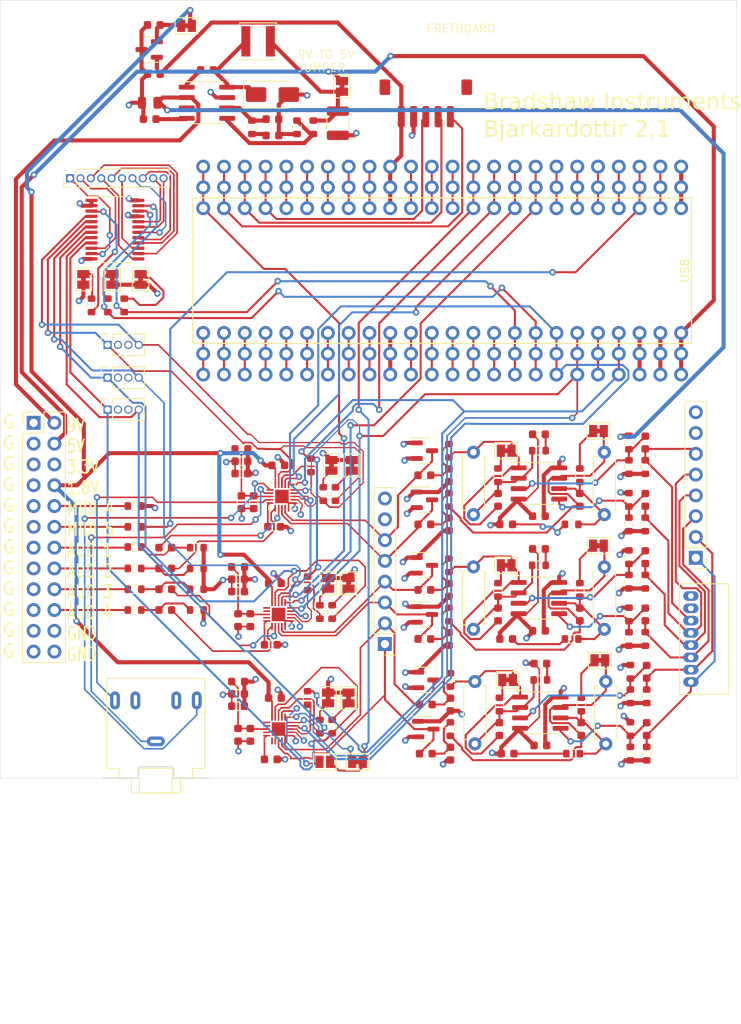
<source format=kicad_pcb>
(kicad_pcb (version 20241229) (generator "pcbnew") (generator_version "9.0")
  (layers (0 "F.Cu" signal) (4 "In1.Cu" signal) (6 "In2.Cu" signal) (2 "B.Cu" signal) (13 "F.Paste" user) (15 "B.Paste" user) (5 "F.SilkS" user "F.Silkscreen") (7 "B.SilkS" user "B.Silkscreen") (1 "F.Mask" user) (3 "B.Mask" user) (25 "Edge.Cuts" user))
  (net 0 "")
  (net 1 "/Audio/codec1/LINE_OUT_L")
  (net 2 "/Audio/codec1/LINE_OUT_R")
  (net 3 "/Audio/codec2/LINE_OUT_L")
  (net 4 "/Audio/codec2/LINE_OUT_R")
  (net 5 "GND")
  (net 6 "Net-(C3-Pad2)")
  (net 7 "Net-(C4-Pad2)")
  (net 8 "+9V")
  (net 9 "/Audio/pickuppair1/INPUT_1")
  (net 10 "/Audio/pickuppair1/INPUT_2")
  (net 11 "Net-(JP6-B)")
  (net 12 "Net-(U3A-+)")
  (net 13 "Net-(JP7-B)")
  (net 14 "Net-(U3B-+)")
  (net 15 "Net-(U3A--)")
  (net 16 "Net-(U3B--)")
  (net 17 "+3.3V")
  (net 18 "+1V8")
  (net 19 "Net-(U6-VAG)")
  (net 20 "Net-(U6-VDDA)")
  (net 21 "/Audio/codec1/LINE_IN_L")
  (net 22 "/Audio/codec1/LINE_IN_R")
  (net 23 "/Audio/pickuppair2/INPUT_1")
  (net 24 "/Audio/pickuppair2/INPUT_2")
  (net 25 "Net-(U5B-+)")
  (net 26 "Net-(JP8-B)")
  (net 27 "Net-(U5B--)")
  (net 28 "Net-(JP9-B)")
  (net 29 "/Audio/codec2/LINE_IN_L")
  (net 30 "Net-(U4A-+)")
  (net 31 "/Audio/codec2/LINE_IN_R")
  (net 32 "Net-(U4B-+)")
  (net 33 "Net-(U4A--)")
  (net 34 "Net-(U4B--)")
  (net 35 "/Audio/pickuppair3/INPUT_1")
  (net 36 "Net-(U5A-+)")
  (net 37 "FRET_CLOCK")
  (net 38 "FRET_LOAD")
  (net 39 "FRET_DATA")
  (net 40 "/Audio/pickuppair3/INPUT_2")
  (net 41 "Net-(U5A--)")
  (net 42 "Net-(JP10-B)")
  (net 43 "Net-(JP11-B)")
  (net 44 "/Audio/codec3/LINE_IN_L")
  (net 45 "Net-(U6-SYS_MCLK)")
  (net 46 "DAC_MCLK")
  (net 47 "unconnected-(U1-4_BCLK2-Pad6)")
  (net 48 "CODEC2_DIN")
  (net 49 "CODEC1_DOUT")
  (net 50 "CODEC1_DIN")
  (net 51 "/Audio/codec3/LINE_IN_R")
  (net 52 "unconnected-(U1-10_CS_MQSR-Pad12)")
  (net 53 "unconnected-(U1-12_MISO_MQSL-Pad14)")
  (net 54 "unconnected-(U1-26_A12_MOSI1-Pad18)")
  (net 55 "CODEC2_DOUT")
  (net 56 "unconnected-(U1-34_RX8-Pad26)")
  (net 57 "unconnected-(U1-37_CS-Pad29)")
  (net 58 "unconnected-(U1-40_A16-Pad32)")
  (net 59 "unconnected-(U1-16_A2_RX4_SCL1-Pad38)")
  (net 60 "DAC_LRCLK")
  (net 61 "DAC_BCLK")
  (net 62 "unconnected-(U1-22_A8_CTX1-Pad44)")
  (net 63 "Net-(U8-VAG)")
  (net 64 "Net-(D7-K)")
  (net 65 "+5V")
  (net 66 "Net-(U7-VDDA)")
  (net 67 "Net-(U9-BOOT)")
  (net 68 "Net-(U9-SS)")
  (net 69 "Net-(U9-COMP)")
  (net 70 "Net-(JP18-A)")
  (net 71 "Net-(JP19-A)")
  (net 72 "/Audio/codec1/HEADPHONES_R")
  (net 73 "Net-(U7-VAG)")
  (net 74 "Net-(U8-VDDA)")
  (net 75 "/Audio/codec1/HEADPHONES_GND")
  (net 76 "/Audio/codec1/HEADPHONES_L")
  (net 77 "Net-(JP1-A)")
  (net 78 "Net-(U7-SYS_MCLK)")
  (net 79 "Net-(C1-Pad2)")
  (net 80 "Net-(C2-Pad2)")
  (net 81 "Net-(C7-Pad2)")
  (net 82 "Net-(C8-Pad2)")
  (net 83 "Net-(C12-Pad1)")
  (net 84 "Net-(C13-Pad1)")
  (net 85 "Net-(C18-Pad2)")
  (net 86 "Net-(C19-Pad2)")
  (net 87 "Net-(C23-Pad1)")
  (net 88 "Net-(C24-Pad1)")
  (net 89 "Net-(C29-Pad2)")
  (net 90 "Net-(C30-Pad2)")
  (net 91 "Net-(C34-Pad1)")
  (net 92 "Net-(C35-Pad1)")
  (net 93 "Net-(C59-Pad1)")
  (net 94 "/MIDI_PIN_4")
  (net 95 "/MIDI_PIN_5")
  (net 96 "Net-(JP2-A)")
  (net 97 "Net-(JP3-A)")
  (net 98 "Net-(JP6-A)")
  (net 99 "Net-(JP7-A)")
  (net 100 "Net-(JP8-A)")
  (net 101 "MIDI_OUT")
  (net 103 "Net-(JP9-A)")
  (net 104 "Net-(JP10-A)")
  (net 105 "Net-(JP11-A)")
  (net 106 "Net-(JP12-A)")
  (net 107 "Net-(JP13-A)")
  (net 108 "Net-(JP14-A)")
  (net 109 "Net-(JP15-A)")
  (net 110 "Net-(JP16-A)")
  (net 111 "Net-(JP17-A)")
  (net 112 "MUX_RESET")
  (net 113 "SCL_MUX")
  (net 114 "SDA_MUX")
  (net 115 "CODEC1_SDA")
  (net 116 "CODEC1_SCL")
  (net 117 "CODEC2_SDA")
  (net 118 "CODEC2_SCL")
  (net 119 "CODEC3_SDA")
  (net 120 "CODEC3_SCL")
  (net 121 "Net-(U8-SYS_MCLK)")
  (net 122 "Net-(U9-VSENSE)")
  (net 123 "CODEC3_DOUT")
  (net 124 "/Audio/codec2/HEADPHONES_L")
  (net 125 "/Audio/codec2/HEADPHONES_GND")
  (net 126 "/Audio/codec2/HEADPHONES_R")
  (net 127 "/Audio/codec3/HEADPHONES_L")
  (net 128 "/Audio/codec3/HEADPHONES_GND")
  (net 129 "/Audio/codec3/HEADPHONES_R")
  (net 130 "/Audio/codec3/LINE_OUT_R")
  (net 131 "/Audio/codec3/LINE_OUT_L")
  (net 132 "/Audio/codec3/DAC_DOUT")
  (net 133 "/Audio/codec3/DAC_DIN")
  (net 135 "AUDIO_OUT_1")
  (net 136 "AUDIO_OUT_2")
  (net 137 "AUDIO_OUT_3")
  (net 138 "AUDIO_OUT_4")
  (net 140 "unconnected-(U1-2_OUT2-Pad4)_1")
  (net 141 "unconnected-(U1-11_MOSI_CTX1-Pad13)_1")
  (net 142 "unconnected-(U1-27_A13_SCK1-Pad19)_1")
  (net 143 "unconnected-(U1-28_RX7-Pad20)_2")
  (net 144 "unconnected-(U1-3_LRCLK2-Pad5)_1")
  (net 145 "unconnected-(U1-38_CS1_IN1-Pad30)_2")
  (net 146 "unconnected-(U1-13_SCK_LED-Pad35)_2")
  (net 147 "unconnected-(U1-41_A17-Pad33)_1")
  (net 148 "unconnected-(U1-36_CS-Pad28)_1")
  (net 149 "unconnected-(U1-33_MCLK2-Pad25)_2")
  (net 150 "unconnected-(U1-25_A11_RX6_SDA2-Pad17)_2")
  (net 151 "unconnected-(U1-24_A10_TX6_SCL2-Pad16)_2")
  (net 152 "unconnected-(U1-0_RX1_CRX2_CS1-Pad2)_2")
  (net 153 "unconnected-(U1-15_A1_RX3_SPDIF_IN-Pad37)_1")
  (net 154 "unconnected-(U1-35_TX8-Pad27)_1")
  (net 155 "unconnected-(U1-17_A3_TX4_SDA1-Pad39)_2")
  (net 156 "unconnected-(U1-39_MISO1_OUT1A-Pad31)_2")
  (net 157 "unconnected-(U1-14_A0_TX3_SPDIF_OUT-Pad36)_2")
  (net 158 "unconnected-(U1-5_IN2-Pad7)_2")
  (net 159 "Net-(J3-Pin_6)")
  (net 160 "Net-(J3-Pin_4)")
  (net 161 "Net-(J3-Pin_3)")
  (net 162 "Net-(J3-Pin_2)")
  (net 163 "Net-(J3-Pin_1)")
  (net 164 "Net-(J3-Pin_9)")
  (net 165 "Net-(J3-Pin_8)")
  (net 166 "Net-(J3-Pin_5)")
  (net 167 "Net-(J3-Pin_10)")
  (net 168 "Net-(J3-Pin_7)")
  (footprint "Capacitor_SMD:C_0603_1608Metric" (layer "F.Cu") (at 151.825 128)
    (property "Reference" "C26" (hide yes))
    (property "Value" "1u" (hide yes))
  )
  (footprint "Resistor_SMD:R_0603_1608Metric" (layer "F.Cu") (at 116.395 116.76)
    (property "Reference" "R10" (hide yes))
    (property "Value" "100R" (hide yes))
  )
  (footprint "Capacitor_SMD:C_0603_1608Metric" (layer "F.Cu") (at 154.825 114 -90)
    (property "Reference" "C13" (hide yes))
    (property "Value" "1n" (hide yes))
  )
  (footprint "Resistor_SMD:R_0603_1608Metric" (layer "F.Cu") (at 140.96 110.29 90)
    (property "Reference" "R57" (hide yes))
    (property "Value" "2.2k" (hide yes))
  )
  (footprint "Jumper:SolderJumper-2_P1.3mm_Bridged_Pad1.0x1.5mm" (layer "F.Cu") (at 141.75 60.5 90)
    (property "Reference" "JP19" (hide yes))
    (property "Value" "Jumper_2_Bridged" (hide yes))
  )
  (footprint "Capacitor_SMD:C_0603_1608Metric" (layer "F.Cu") (at 129.46 107.79 180)
    (property "Reference" "C39" (hide yes))
    (property "Value" "0.1uF" (hide yes))
  )
  (footprint "Capacitor_SMD:C_0805_2012Metric" (layer "F.Cu") (at 118.25 62.5 180)
    (property "Reference" "C56" (hide yes))
    (property "Value" "22uF 16V" (hide yes))
  )
  (footprint "Capacitor_SMD:C_0603_1608Metric" (layer "F.Cu") (at 165.825 113)
    (property "Reference" "C11" (hide yes))
    (property "Value" "100n" (hide yes))
  )
  (footprint "Jumper:SolderJumper-2_P1.3mm_Bridged_Pad1.0x1.5mm" (layer "F.Cu") (at 113.6875 84.074999 -90)
    (property "Reference" "JP2" (hide yes))
    (property "Value" "Jumper_2_Bridged" (hide yes))
  )
  (footprint "Package_TO_SOT_SMD:SOT-23" (layer "F.Cu") (at 152 133)
    (property "Reference" "D5" (hide yes))
    (property "Value" "BAT54S" (hide yes))
  )
  (footprint "Capacitor_SMD:C_0603_1608Metric" (layer "F.Cu") (at 129.05 120.7 180)
    (property "Reference" "C44" (hide yes))
    (property "Value" "2.2uF" (hide yes))
  )
  (footprint "Resistor_SMD:R_0603_1608Metric" (layer "F.Cu") (at 165.825 105 180)
    (property "Reference" "R20" (hide yes))
    (property "Value" "10k" (hide yes))
  )
  (footprint "Package_TO_SOT_SMD:SOT-23" (layer "F.Cu") (at 151.825 125)
    (property "Reference" "D4" (hide yes))
    (property "Value" "BAT54S" (hide yes))
  )
  (footprint "Capacitor_SMD:C_0603_1608Metric" (layer "F.Cu") (at 166 141)
    (property "Reference" "C33" (hide yes))
    (property "Value" "100n" (hide yes))
  )
  (footprint "Capacitor_SMD:C_0603_1608Metric" (layer "F.Cu") (at 133.46 114.29)
    (property "Reference" "C41" (hide yes))
    (property "Value" "0.15uF" (hide yes))
  )
  (footprint "Jumper:SolderJumper-2_P1.3mm_Bridged_Pad1.0x1.5mm" (layer "F.Cu") (at 173.275 130.6)
    (property "Reference" "JP11" (hide yes))
    (property "Value" "Jumper_2_Bridged" (hide yes))
  )
  (footprint "Resistor_SMD:R_0603_1608Metric" (layer "F.Cu") (at 116.395 114.3 180)
    (property "Reference" "R2" (hide yes))
    (property "Value" "47R" (hide yes))
  )
  (footprint "Resistor_SMD:R_0603_1608Metric" (layer "F.Cu") (at 139.05 124.7 90)
    (property "Reference" "R59" (hide yes))
    (property "Value" "2.2k" (hide yes))
  )
  (footprint "Connector_PinSocket_1.27mm:PinSocket_1x04_P1.27mm_Vertical" (layer "F.Cu") (at 113.1 99.975 90)
    (property "Reference" "J10" (hide yes))
    (property "Value" "Conn_01x04_Socket" (hide yes))
  )
  (footprint "Capacitor_SMD:C_0603_1608Metric" (layer "F.Cu") (at 160.825 111 -90)
    (property "Reference" "C9" (hide yes))
    (property "Value" "18p" (hide yes))
  )
  (footprint "Resistor_SMD:R_0603_1608Metric" (layer "F.Cu") (at 170.825 108 90)
    (property "Reference" "R25" (hide yes))
    (property "Value" "4.7k" (hide yes))
  )
  (footprint "Resistor_SMD:R_0603_1608Metric" (layer "F.Cu") (at 169.825 128)
    (property "Reference" "R35" (hide yes))
    (property "Value" "10k" (hide yes))
  )
  (footprint "Capacitor_SMD:C_0603_1608Metric" (layer "F.Cu") (at 161.825 114)
    (property "Reference" "C8" (hide yes))
    (property "Value" "10u" (hide yes))
  )
  (footprint "Jumper:SolderJumper-2_P1.3mm_Bridged_Pad1.0x1.5mm" (layer "F.Cu") (at 140.46 106.79 90)
    (property "Reference" "JP12" (hide yes))
    (property "Value" "Jumper_2_Bridged" (hide yes))
  )
  (footprint "Connector_PinSocket_1.27mm:PinSocket_1x04_P1.27mm_Vertical" (layer "F.Cu") (at 113.1 96.075 90)
    (property "Reference" "J9" (hide yes))
    (property "Value" "Conn_01x04_Socket" (hide yes))
  )
  (footprint "Capacitor_SMD:C_0603_1608Metric" (layer "F.Cu") (at 129.05 139.7 -90)
    (property "Reference" "C54" (hide yes))
    (property "Value" "2.2uF" (hide yes))
  )
  (footprint "Jumper:SolderJumper-2_P1.3mm_Bridged_Pad1.0x1.5mm" (layer "F.Cu") (at 122.75 53.1)
    (property "Reference" "JP18" (hide yes))
    (property "Value" "Jumper_2_Bridged" (hide yes))
  )
  (footprint "Capacitor_SMD:C_0603_1608Metric" (layer "F.Cu") (at 162 142)
    (property "Reference" "C30" (hide yes))
    (property "Value" "10u" (hide yes))
  )
  (footprint "Resistor_SMD:R_0603_1608Metric" (layer "F.Cu") (at 115.1375 87.25 90)
    (property "Reference" "R5" (hide yes))
    (property "Value" "2.2k" (hide yes))
  )
  (footprint "Resistor_SMD:R_0603_1608Metric" (layer "F.Cu") (at 179 142 -90)
    (property "Reference" "R43" (hide yes))
    (property "Value" "1M" (hide yes))
  )
  (footprint "Resistor_SMD:R_0603_1608Metric" (layer "F.Cu") (at 154.825 125 90)
    (property "Reference" "R41" (hide yes))
    (property "Value" "1k" (hide yes))
  )
  (footprint "Jumper:SolderJumper-2_P1.3mm_Bridged_Pad1.0x1.5mm" (layer "F.Cu") (at 161.825 105)
    (property "Reference" "JP6" (hide yes))
    (property "Value" "Jumper_2_Bridged" (hide yes))
  )
  (footprint "Capacitor_SMD:C_0603_1608Metric" (layer "F.Cu") (at 130.96 111.29 -90)
    (property "Reference" "C43" (hide yes))
    (property "Value" "0.1uF" (hide yes))
  )
  (footprint "Inductor_SMD:L_0603_1608Metric" (layer "F.Cu") (at 129.05 133.2 180)
    (property "Reference" "FB3" (hide yes))
    (property "Value" "600" (hide yes))
  )
  (footprint "Jumper:SolderJumper-2_P1.3mm_Bridged_Pad1.0x1.5mm" (layer "F.Cu") (at 143.65 143)
    (property "Reference" "JP4" (hide yes))
    (property "Value" "Jumper_2_Bridged" (hide yes))
  )
  (footprint "Capacitor_SMD:C_0603_1608Metric" (layer "F.Cu") (at 125.25 58.5 180)
    (property "Reference" "C57" (hide yes))
    (property "Value" "100nF" (hide yes))
  )
  (footprint "Capacitor_SMD:C_0603_1608Metric" (layer "F.Cu") (at 118.75 59 180)
    (property "Reference" "C60" (hide yes))
    (property "Value" "1u" (hide yes))
  )
  (footprint "Capacitor_SMD:C_0603_1608Metric" (layer "F.Cu") (at 165.825 103)
    (property "Reference" "C7" (hide yes))
    (property "Value" "10u" (hide yes))
  )
  (footprint "Capacitor_SMD:C_0603_1608Metric" (layer "F.Cu") (at 151.825 108)
    (property "Reference" "C14" (hide yes))
    (property "Value" "1u" (hide yes))
  )
  (footprint "Capacitor_SMD:C_0603_1608Metric" (layer "F.Cu") (at 178.825 125 90)
    (property "Reference" "C17" (hide yes))
    (property "Value" "0.1u" (hide yes))
  )
  (footprint "MountingHole:MountingHole_3.2mm_M3" (layer "F.Cu") (at 105 140)
    (property "Reference" "H3" (hide yes))
    (property "Value" "MountingHole" (hide yes))
  )
  (footprint "Capacitor_SMD:C_0603_1608Metric" (layer "F.Cu") (at 179 132 90)
    (property "Reference" "C27" (hide yes))
    (property "Value" "0.1u" (hide yes))
  )
  (footprint "Package_TO_SOT_SMD:SOT-23" (layer "F.Cu") (at 151.825 105)
    (property "Reference" "D1" (hide yes))
    (property "Value" "BAT54S" (hide yes))
  )
  (footprint "Capacitor_SMD:C_1210_3225Metric" (layer "F.Cu") (at 141.25 65 -90)
    (property "Reference" "C63" (hide yes))
    (property "Value" "47uF" (hide yes))
  )
  (footprint "Resistor_SMD:R_0603_1608Metric" (layer "F.Cu") (at 154.825 119 90)
    (property "Reference" "R40" (hide yes))
    (property "Value" "1k" (hide yes))
  )
  (footprint "Resistor_SMD:R_0603_1608Metric" (layer "F.Cu") (at 116.395 124.46)
    (property "Reference" "R13" (hide yes))
    (property "Value" "100R" (hide yes))
  )
  (footprint "Capacitor_SMD:C_0603_1608Metric" (layer "F.Cu") (at 130.55 125.7 -90)
    (property "Reference" "C49" (hide yes))
    (property "Value" "0.1uF" (hide yes))
  )
  (footprint "Resistor_THT:R_Axial_DIN0207_L6.3mm_D2.5mm_P7.62mm_Horizontal" (layer "F.Cu") (at 173.825 126.81 90)
    (property "Reference" "R38" (hide yes))
    (property "Value" "Gain" (hide yes))
  )
  (footprint "Package_TO_SOT_SMD:SOT-23" (layer "F.Cu") (at 152 139)
    (property "Reference" "D6" (hide yes))
    (property "Value" "BAT54S" (hide yes))
  )
  (footprint "Resistor_SMD:R_0603_1608Metric" (layer "F.Cu") (at 116.395 119.38)
    (property "Reference" "R11" (hide yes))
    (property "Value" "100R" (hide yes))
  )
  (footprint "Capacitor_SMD:C_0603_1608Metric" (layer "F.Cu") (at 120.155 119.38 180)
    (property "Reference" "C2" (hide yes))
    (property "Value" "1uF" (hide yes))
  )
  (footprint "Capacitor_SMD:C_0603_1608Metric" (layer "F.Cu") (at 129.05 125.7 -90)
    (property "Reference" "C48" (hide yes))
    (property "Value" "2.2uF" (hide yes))
  )
  (footprint "Resistor_SMD:R_0603_1608Metric" (layer "F.Cu") (at 124.015 116.84 180)
    (property "Reference" "R8" (hide yes))
    (property "Value" "47k" (hide yes))
  )
  (footprint "Resistor_SMD:R_0603_1608Metric" (layer "F.Cu") (at 116.395 121.92)
    (property "Reference" "R12" (hide yes))
    (property "Value" "100R" (hide yes))
  )
  (footprint "Resistor_SMD:R_0603_1608Metric" (layer "F.Cu") (at 177 135 -90)
    (property "Reference" "R45" (hide yes))
    (property "Value" "2M" (hide yes))
  )
  (footprint "Resistor_THT:R_Axial_DIN0207_L6.3mm_D2.5mm_P7.62mm_Horizontal" (layer "F.Cu") (at 174 140.81 90)
    (property "Reference" "R52" (hide yes))
    (property "Value" "Gain" (hide yes))
  )
  (footprint "Resistor_SMD:R_0603_1608Metric" (layer "F.Cu") (at 176.825 111 -90)
    (property "Reference" "R18" (hide yes))
    (property "Value" "2M" (hide yes))
  )
  (footprint "Package_TO_SOT_SMD:SOT-23" (layer "F.Cu") (at 151.825 111)
    (property "Reference" "D2" (hide yes))
    (property "Value" "BAT54S" (hide yes))
  )
  (footprint "Jumper:SolderJumper-2_P1.3mm_Bridged_Pad1.0x1.5mm" (layer "F.Cu") (at 140.05 135.2 90)
    (property "Reference" "JP16" (hide yes))
    (property "Value" "Jumper_2_Bridged" (hide yes))
  )
  (footprint "Resistor_SMD:R_0603_1608Metric" (layer "F.Cu") (at 177 142 -90)
    (property "Reference" "R47" (hide yes))
    (property "Value" "2M" (hide yes))
  )
  (footprint "Resistor_THT:R_Axial_DIN0207_L6.3mm_D2.5mm_P7.62mm_Horizontal" (layer "F.Cu") (at 158 140.81 90)
    (property "Reference" "R50" (hide yes))
    (property "Value" "Gain" (hide yes))
  )
  (footprint "MountingHole:MountingHole_3.2mm_M3" (layer "F.Cu") (at 105 55)
    (property "Reference" "H1" (hide yes))
    (property "Value" "MountingHole" (hide yes))
  )
  (footprint "Jumper:SolderJumper-2_P1.3mm_Bridged_Pad1.0x1.5mm" (layer "F.Cu") (at 142.55 135.2 90)
    (property "Reference" "JP17" (hide yes))
    (property "Value" "Jumper_2_Bridged" (hide yes))
  )
  (footprint "Capacitor_SMD:C_0603_1608Metric" (layer "F.Cu") (at 155 136 -90)
    (property "Reference" "C34" (hide yes))
    (property "Value" "1n" (hide yes))
  )
  (footprint "Package_SO:SOIC-8_3.9x4.9mm_P1.27mm" (layer "F.Cu") (at 165.825 109)
    (property "Reference" "U3" (hide yes))
    (property "Value" "TL072" (hide yes))
  )
  (footprint "Resistor_SMD:R_0603_1608Metric" (layer "F.Cu") (at 160.825 108 90)
    (property "Reference" "R23" (hide yes))
    (property "Value" "4.7k" (hide yes))
  )
  (footprint "bjarkarbody:Teensy41_breakout" (layer "F.Cu") (at 154 83 180)
    (property "Reference" "U1" (hide yes))
    (property "Value" "Teensy4.1" (hide yes))
  )
  (footprint "Capacitor_SMD:C_0603_1608Metric" (layer "F.Cu") (at 178.825 118 90)
    (property "Reference" "C16" (hide yes))
    (property "Value" "0.1u" (hide yes))
  )
  (footprint "Resistor_SMD:R_0603_1608Metric" (layer "F.Cu") (at 176.825 118 -90)
    (property "Reference" "R30" (hide yes))
    (property "Value" "2M" (hide yes))
  )
  (footprint "Resistor_SMD:R_0603_1608Metric" (layer "F.Cu") (at 177 132 -90)
    (property "Reference" "R44" (hide yes))
    (property "Value" "2M" (hide yes))
  )
  (footprint "Package_DFN_QFN:QFN-20-1EP_3x3mm_P0.4mm_EP1.65x1.65mm" (layer "F.Cu") (at 134.41 110.59)
    (property "Reference" "U6" (hide yes))
    (property "Value" "SGTL5000XNLA3" (hide yes))
  )
  (footprint "Capacitor_SMD:C_0603_1608Metric" (layer "F.Cu") (at 118.75 53 180)
    (property "Reference" "C62" (hide yes))
    (property "Value" "1u" (hide yes))
  )
  (footprint "Resistor_SMD:R_0603_1608Metric" (layer "F.Cu") (at 139.05 138.7 90)
    (property "Reference" "R62" (hide yes))
    (property "Value" "2.2k" (hide yes))
  )
  (footprint "Capacitor_SMD:C_0603_1608Metric" (layer "F.Cu") (at 133.55 121.2)
    (property "Reference" "C46" (hide yes))
    (property "Value" "2.2uF" (hide yes))
  )
  (footprint "Capacitor_SMD:C_0603_1608Metric" (layer "F.Cu") (at 166 131)
    (property "Reference" "C29" (hide yes))
    (property "Value" "10u" (hide yes))
  )
  (footprint "Resistor_SMD:R_0603_1608Metric" (layer "F.Cu") (at 130.75 65.5 -90)
    (property "Reference" "R65" (hide yes))
    (property "Value" "50k" (hide yes))
  )
  (footprint "Capacitor_SMD:C_0603_1608Metric" (layer "F.Cu") (at 133.25 66.5)
    (property "Reference" "C59" (hide yes))
    (property "Value" "1nF" (hide yes))
  )
  (footprint "Resistor_SMD:R_0603_1608Metric" (layer "F.Cu") (at 166 133 180)
    (property "Reference" "R48" (hide yes))
    (property "Value" "10k" (hide yes))
  )
  (footprint "Package_TO_SOT_SMD:SOT-23" (layer "F.Cu") (at 151.825 119)
    (property "Reference" "D3" (hide yes))
    (property "Value" "BAT54S" (hide yes))
  )
  (footprint "Resistor_SMD:R_0603_1608Metric" (layer "F.Cu") (at 140.55 138.7 90)
    (property "Reference" "R63" (hide yes))
    (property "Value" "2.2k" (hide yes))
  )
  (footprint "Capacitor_SMD:C_0603_1608Metric" (layer "F.Cu") (at 129.05 136.2 180)
    (property "Reference" "C51" (hide yes))
    (property "Value" "0.1uF" (hide yes))
  )
  (footprint "Capacitor_SMD:C_0603_1608Metric" (layer "F.Cu") (at 133.05 142.7)
    (property "Reference" "C53" (hide yes))
    (property "Value" "0.15uF" (hide yes))
  )
  (footprint "Resistor_SMD:R_0603_1608Metric" (layer "F.Cu") (at 170 142)
    (property "Reference" "R49" (hide yes))
    (property "Value" "10k" (hide yes))
  )
  (footprint "Package_TO_SOT_SMD:SOT-23" (layer "F.Cu") (at 118.1875 56 180)
    (property "Reference" "U10" (hide yes))
    (property "Value" "AP7313-18SAG" (hide yes))
  )
  (footprint "Capacitor_SMD:C_0603_1608Metric" (layer "F.Cu") (at 178.825 104 90)
    (property "Reference" "C5" (hide yes))
    (property "Value" "0.1u" (hide yes))
  )
  (footprint "Resistor_SMD:R_0603_1608Metric" (layer "F.Cu") (at 140.55 124.7 90)
    (property "Reference" "R60" (hide yes))
    (property "Value" "2.2k" (hide yes))
  )
  (footprint "Capacitor_SMD:C_0603_1608Metric" (layer "F.Cu") (at 170.825 125 -90)
    (property "Reference" "C21" (hide yes))
    (property "Value" "18p" (hide yes))
  )
  (footprint "Jumper:SolderJumper-2_P1.3mm_Bridged_Pad1.0x1.5mm" (layer "F.Cu") (at 173.1 102.6)
    (property "Reference" "JP7" (hide yes))
    (property "Value" "Jumper_2_Bridged" (hide yes))
  )
  (footprint "Resistor_SMD:R_0603_1608Metric" (layer "F.Cu") (at 170.825 122 90)
    (property "Reference" "R39" (hide yes))
    (property "Value" "4.7k" (hide yes))
  )
  (footprint "Resistor_SMD:R_0603_1608Metric" (layer "F.Cu") (at 178.825 114 -90)
    (property "Reference" "R15" (hide yes))
    (property "Value" "1M" (hide yes))
  )
  (footprint "Resistor_SMD:R_0603_1608Metric" (layer "F.Cu") (at 124.015 119.38 180)
    (property "Reference" "R6" (hide yes))
    (property "Value" "47k" (hide yes))
  )
  (footprint "Resistor_SMD:R_0603_1608Metric" (layer "F.Cu") (at 124.015 124.46 180)
    (property "Reference" "R7" (hide yes))
    (property "Value" "47k" (hide yes))
  )
  (footprint "Connector_PinSocket_1.27mm:PinSocket_1x04_P1.27mm_Vertical" (layer "F.Cu") (at 113.1 92.075 90)
    (property "Reference" "J8" (hide yes))
    (property "Value" "Conn_01x04_Socket" (hide yes))
  )
  (footprint "Resistor_SMD:R_0603_1608Metric" (layer "F.Cu") (at 160.825 122 90)
    (property "Reference" "R37" (hide yes))
    (property "Value" "4.7k" (hide yes))
  )
  (footprint "Resistor_SMD:R_0603_1608Metric" (layer "F.Cu") (at 138.25 65.5 -90)
    (property "Reference" "R66" (hide yes))
    (property "Value" "10k" (hide yes))
  )
  (footprint "Capacitor_SMD:C_0603_1608Metric" (layer "F.Cu") (at 133.55 135.2)
    (property "Reference" "C52" (hide yes))
    (property "Value" "2.2uF" (hide yes))
  )
  (footprint "Connector_Audio:Jack_3.5mm_CUI_SJ1-3525N_Horizontal" (layer "F.Cu") (at 119 140.5)
    (property "Reference" "J7" (hide yes))
    (property "Value" "AudioJack3_SwitchTR" (hide yes))
    (fp_line (start -2.2 3.5) (end -2.2 4.5) (stroke (width 0.12)) (layer "Edge.Cuts"))
    (fp_line (start -2.2 4.5) (end -6.5 4.5) (stroke (width 0.12)) (layer "Edge.Cuts"))
    (fp_line (start 1.8 3.1) (end -1.8 3.1) (stroke (width 0.12)) (layer "Edge.Cuts"))
    (fp_line (start 2.2 3.5) (end 2.2 4.5) (stroke (width 0.12)) (layer "Edge.Cuts"))
    (fp_line (start 2.2 4.5) (end 6.5 4.5) (stroke (width 0.12)) (layer "Edge.Cuts"))
    (fp_arc (start -2.2 3.5) (mid -2.082842 3.217158) (end -1.8 3.1) (stroke (width 0.12)) (layer "Edge.Cuts"))
    (fp_arc (start 1.8 3.1) (mid 2.082843 3.217157) (end 2.2 3.5) (stroke (width 0.12)) (layer "Edge.Cuts"))
  )
  (footprint "Resistor_SMD:R_0603_1608Metric" (layer "F.Cu") (at 176.825 121 -90)
    (property "Reference" "R31" (hide yes))
    (property "Value" "2M" (hide yes))
  )
  (footprint "Jumper:SolderJumper-2_P1.3mm_Open_Pad1.0x1.5mm" (layer "F.Cu") (at 139.65 143)
    (property "Reference" "JP5" (hide yes))
    (property "Value" "Jumper_2_Open" (hide yes))
  )
  (footprint "Inductor_SMD:L_0603_1608Metric" (layer "F.Cu") (at 129.46 104.79 180)
    (property "Reference" "FB1" (hide yes))
    (property "Value" "600" (hide yes))
  )
  (footprint "Resistor_SMD:R_0603_1608Metric" (layer "F.Cu") (at 137.96 106.79 90)
    (property "Reference" "R58" (hide yes))
    (property "Value" "100" (hide yes))
  )
  (footprint "Resistor_SMD:R_0603_1608Metric" (layer "F.Cu") (at 177 139 -90)
    (property "Reference" "R46" (hide yes))
    (property "Value" "2M" (hide yes))
  )
  (footprint "Capacitor_SMD:C_0603_1608Metric" (layer "F.Cu") (at 133.05 128.7)
    (property "Reference" "C47" (hide yes))
    (property "Value" "0.15uF" (hide yes))
  )
  (footprint "Resistor_SMD:R_0603_1608Metric" (layer "F.Cu") (at 154.825 111 90)
    (property "Reference" "R27" (hide yes))
    (property "Value" "1k" (hide yes))
  )
  (footprint "Resistor_SMD:R_0603_1608Metric" (layer "F.Cu") (at 176.825 128 -90)
    (property "Reference" "R33" (hide yes))
    (property "Value" "2M" (hide yes))
  )
  (footprint "Package_SO:SOIC-8_3.9x4.9mm_P1.27mm" (layer "F.Cu") (at 166 137)
    (property "Reference" "U5" (hide yes))
    (property "Value" "TL072" (hide yes))
  )
  (footprint "Capacitor_SMD:C_0603_1608Metric" (layer "F.Cu") (at 129.05 134.7 180)
    (property "Reference" "C50" (hide yes))
    (property "Value" "2.2uF" (hide yes))
  )
  (footprint "Jumper:SolderJumper-2_P1.3mm_Bridged_Pad1.0x1.5mm" (layer "F.Cu") (at 140.05 121.2 90)
    (property "Reference" "JP14" (hide yes))
    (property "Value" "Jumper_2_Bridged" (hide yes))
  )
  (footprint "Capacitor_SMD:C_0603_1608Metric" (layer "F.Cu") (at 178.825 111 90)
    (property "Reference" "C6" (hide yes))
    (property "Value" "0.1u" (hide yes))
  )
  (footprint "Capacitor_SMD:C_0603_1608Metric" (layer "F.Cu") (at 179 139 90)
    (property "Reference" "C28" (hide yes))
    (property "Value" "0.1u" (hide yes))
  )
  (footprint "Capacitor_SMD:C_0603_1608Metric" (layer "F.Cu") (at 154.825 108 -90)
    (property "Reference" "C12" (hide yes))
    (property "Value" "1n" (hide yes))
  )
  (footprint "Capacitor_SMD:C_0603_1608Metric" (layer "F.Cu") (at 161.825 128)
    (property "Reference" "C19" (hide yes))
    (property "Value" "10u" (hide yes))
  )
  (footprint "Package_DFN_QFN:QFN-20-1EP_3x3mm_P0.4mm_EP1.65x1.65mm" (layer "F.Cu") (at 134 139)
    (property "Reference" "U8" (hide yes))
    (property "Value" "SGTL5000XNLA3" (hide yes))
  )
  (footprint "Resistor_SMD:R_0603_1608Metric" (layer "F.Cu") (at 176.825 107 -90)
    (property "Reference" "R17" (hide yes))
    (property "Value" "2M" (hide yes))
  )
  (footprint "Jumper:SolderJumper-2_P1.3mm_Bridged_Pad1.0x1.5mm" (layer "F.Cu") (at 117.1375 84.074999 -90)
    (property "Reference" "JP3" (hide yes))
    (property "Value" "Jumper_2_Bridged" (hide yes))
  )
  (footprint "Connector_PinHeader_1.27mm:PinHeader_1x10_P1.27mm_Vertical" (layer "F.Cu") (at 108.5175 71.725 90)
    (property "Reference" "J3" (hide yes))
    (property "Value" "Conn_01x10" (hide yes))
  )
  (footprint "Capacitor_SMD:C_0603_1608Metric" (layer "F.Cu") (at 161 139 -90)
    (property "Reference" "C31" (hide yes))
    (property "Value" "18p" (hide yes))
  )
  (footprint "Capacitor_SMD:C_0603_1608Metric" (layer "F.Cu") (at 152 136)
    (property "Reference" "C36" (hide yes))
    (property "Value" "1u" (hide yes))
  )
  (footprint "MountingHole:MountingHole_3.2mm_M3" (layer "F.Cu") (at 185 140)
    (property "Reference" "H4" (hide yes))
    (property "Value" "MountingHole" (hide yes))
  )
  (footprint "Capacitor_SMD:C_0603_1608Metric" (layer "F.Cu") (at 151.825 122)
    (property "Reference" "C25" (hide yes))
    (property "Value" "1u" (hide yes))
  )
  (footprint "Jumper:SolderJumper-2_P1.3mm_Bridged_Pad1.0x1.5mm" (layer "F.Cu") (at 110.1375 84.075 -90)
    (property "Reference" "JP1" (hide yes))
    (property "Value" "Jumper_2_Bridged" (hide yes))
  )
  (footprint "Capacitor_SMD:C_0603_1608Metric" (layer "F.Cu") (at 165.825 117)
    (property "Reference" "C18" (hide yes))
    (property "Value" "10u" (hide yes))
  )
  (footprint "Resistor_SMD:R_0603_1608Metric" (layer "F.Cu") (at 176.825 125 -90)
    (property "Reference" "R32" (hide yes))
    (property "Value" "2M" (hide yes))
  )
  (footprint "Capacitor_SMD:C_0603_1608Metric" (layer "F.Cu") (at 129.46 111.29 -90)
    (property "Reference" "C42" (hide yes))
    (property "Value" "2.2uF" (hide yes))
  )
  (footprint "Resistor_SMD:R_0603_1608Metric" (layer "F.Cu") (at 178.825 128 -90)
    (property "Reference" "R29" (hide yes))
    (property "Value" "1M" (hide yes))
  )
  (footprint "Package_SO:SOIC-8_3.9x4.9mm_P1.27mm" (layer "F.Cu") (at 165.825 123)
    (property "Reference" "U4" (hide yes))
    (property "Value" "TL072" (hide yes))
  )
  (footprint "Capacitor_SMD:C_0603_1608Metric" (layer "F.Cu") (at 165.825 127)
    (property "Reference" "C22" (hide yes))
    (property "Value" "100n" (hide yes))
  )
  (footprint "Resistor_THT:R_Axial_DIN0207_L6.3mm_D2.5mm_P7.62mm_Horizontal" (layer "F.Cu") (at 173.825 112.81 90)
    (property "Reference" "R24" (hide yes))
    (property "Value" "Gain" (hide yes))
  )
  (footprint "Jumper:SolderJumper-2_P1.3mm_Bridged_Pad1.0x1.5mm" (layer "F.Cu") (at 173.1 116.6)
    (property "Reference" "JP9" (hide yes))
    (property "Value" "Jumper_2_Bridged" (hide yes))
  )
  (footprint "Capacitor_SMD:C_0603_1608Metric" (layer "F.Cu") (at 171 139 -90)
    (property "Reference" "C32" (hide yes))
    (property "Value" "18p" (hide yes))
  )
  (footprint "Package_SO:SOIC-8_3.9x4.9mm_P1.27mm" (layer "F.Cu") (at 125.25 62.5)
    (property "Reference" "U9" (hide yes))
    (property "Value" "TPS54331DR" (hide yes))
  )
  (footprint "Capacitor_SMD:C_0603_1608Metric" (layer "F.Cu") (at 129.05 122.2 180)
    (property "Reference" "C45" (hide yes))
    (property "Value" "0.1uF" (hide yes))
  )
  (footprint "MountingHole:MountingHole_3.2mm_M3" (layer "F.Cu") (at 185 55)
    (property "Reference" "H2" (hide yes))
    (property "Value" "MountingHole" (hide yes))
  )
  (footprint "Resistor_SMD:R_0603_1608Metric" (layer "F.Cu") (at 178.825 107 -90)
    (property "Reference" "R14" (hide yes))
    (property "Value" "1M" (hide yes))
  )
  (footprint "Jumper:SolderJumper-2_P1.3mm_Bridged_Pad1.0x1.5mm" (layer "F.Cu") (at 161.825 119)
    (property "Reference" "JP8" (hide yes))
    (property "Value" "Jumper_2_Bridged" (hide yes))
  )
  (footprint "Capacitor_SMD:C_0603_1608Metric" (layer "F.Cu") (at 152 142)
    (property "Reference" "C37" (hide yes))
    (property "Value" "1u" (hide yes))
  )
  (footprint "Capacitor_SMD:C_0603_1608Metric" (layer "F.Cu") (at 129.46 106.29 180)
    (property "Reference" "C38" (hide yes))
    (property "Value" "2.2uF" (hide yes))
  )
  (footprint "Capacitor_SMD:C_0603_1608Metric" (layer "F.Cu") (at 133.96 106.79)
    (property "Reference" "C40" (hide yes))
    (property "Value" "2.2uF" (hide yes))
  )
  (footprint "Resistor_SMD:R_0603_1608Metric" (layer "F.Cu") (at 169.825 114)
    (property "Reference" "R21" (hide yes))
    (property "Value" "10k" (hide yes))
  )
  (footprint "Capacitor_SMD:C_0603_1608Metric" (layer "F.Cu") (at 154.825 122 -90)
    (property "Reference" "C23" (hide yes))
    (property "Value" "1n" (hide yes))
  )
  (footprint "Resistor_SMD:R_0603_1608Metric" (layer "F.Cu") (at 116.395 111.76 180)
    (property "Reference" "R1" (hide yes))
    (property "Value" "47R" (hide yes))
  )
  (footprint "Capacitor_SMD:C_0603_1608Metric" (layer "F.Cu") (at 120.155 121.92 180)
    (property "Reference" "C3" (hide yes))
    (property "Value" "1uF" (hide yes))
  )
  (footprint "Resistor_SMD:R_0603_1608Metric" (layer "F.Cu") (at 124.015 121.92 180)
    (property "Reference" "R9" (hide yes))
    (property "Value" "47k" (hide yes))
  )
  (footprint "Package_SO:TSSOP-24_4.4x7.8mm_P0.65mm" (layer "F.Cu") (at 114 78)
    (property "Reference" "U2" (hide yes))
    (property "Value" "TCA9548APWR" (hide yes))
  )
  (footprint "Resistor_SMD:R_0603_1608Metric" (layer "F.Cu") (at 171 136 90)
    (property "Reference" "R53" (hide yes))
    (property "Value" "4.7k" (hide yes))
  )
  (footprint "Resistor_THT:R_Axial_DIN0207_L6.3mm_D2.5mm_P7.62mm_Horizontal" (layer "F.Cu") (at 157.825 112.81 90)
    (property "Reference" "R22" (hide yes))
    (property "Value" "Gain" (hide yes))
  )
  (footprint "Capacitor_SMD:C_0603_1608Metric" (layer "F.Cu") (at 155 142 -90)
    (property "Reference" "C35" (hide yes))
    (property "Value" "1n" (hide yes))
  )
  (footprint "Resistor_SMD:R_0603_1608Metric" (layer "F.Cu") (at 154.825 105 90)
    (property "Reference" "R26" (hide yes))
    (property "Value" "1k" (hide yes))
  )
  (footprint "Capacitor_SMD:C_0603_1608Metric" (layer "F.Cu") (at 120.155 116.84)
    (property "Reference" "C1" (hide yes))
    (property "Value" "1uF" (hide yes))
  )
  (footprint "Resistor_SMD:R_0603_1608Metric" (layer "F.Cu") (at 165.825 119 180)
    (property "Reference" "R34" (hide yes))
    (property "Value" "10k" (hide yes))
  )
  (footprint "Jumper:SolderJumper-2_P1.3mm_Bridged_Pad1.0x1.5mm" (layer "F.Cu") (at 142.96 106.79 90)
    (property "Reference" "JP13" (hide yes))
    (property "Value" "Jumper_2_Bridged" (hide yes))
  )
  (footprint "Connector_PinHeader_2.54mm:PinHeader_2x12_P2.54mm_Vertical" (layer "F.Cu") (at 104.06 101.6)
    (property "Reference" "J2" (hide yes))
    (property "Value" "Conn_02x12_Odd_Even" (hide yes))
  )
  (footprint "Resistor_SMD:R_0603_1608Metric" (layer "F.Cu") (at 137.55 121.2 90)
    (property "Reference" "R61" (hide yes))
    (property "Value" "100" (hide yes))
  )
  (footprint "Capacitor_SMD:C_0603_1608Metric" (layer "F.Cu") (at 133.25 64.5)
    (property "Reference" "C61" (hide yes))
    (property "Value" "10pF" (hide yes))
  )
  (footprint "Package_DFN_QFN:QFN-20-1EP_3x3mm_P0.4mm_EP1.65x1.65mm" (layer "F.Cu") (at 134 125)
    (property "Reference" "U7" (hide yes))
    (property "Value" "SGTL5000XNLA3" (hide yes))
  )
  (footprint "Resistor_THT:R_Axial_DIN0207_L6.3mm_D2.5mm_P7.62mm_Horizontal" (layer "F.Cu") (at 157.825 126.81 90)
    (property "Reference" "R36" (hide yes))
    (property "Value" "Gain" (hide yes))
  )
  (footprint "Capacitor_SMD:C_0603_1608Metric" (layer "F.Cu") (at 170.825 111 -90)
    (property "Reference" "C10" (hide yes))
    (property "Value" "18p" (hide yes))
  )
  (footprint "Resistor_SMD:R_0603_1608Metric" (layer "F.Cu") (at 139.46 110.29 90)
    (property "Reference" "R56" (hide yes))
    (property "Value" "2.2k" (hide yes))
  )
  (footprint "Capacitor_SMD:C_0603_1608Metric" (layer "F.Cu") (at 151.825 114)
    (property "Reference" "C15" (hide yes))
    (property "Value" "1u" (hide yes))
  )
  (footprint "Resistor_SMD:R_0603_1608Metric" (layer "F.Cu") (at 176.825 114 -90)
    (property "Reference" "R19" (hide yes))
    (property "Value" "2M" (hide yes))
  )
  (footprint "Inductor_SMD:L_0603_1608Metric" (layer "F.Cu") (at 129.05 119.2 180)
    (property "Reference" "FB2" (hide yes))
    (property "Value" "600" (hide yes))
  )
  (footprint "Capacitor_SMD:C_0603_1608Metric" (layer "F.Cu") (at 118.25 64.5 180)
    (property "Reference" "C58" (hide yes))
    (property "Value" "10nF" (hide yes))
  )
  (footprint "bjarkarbody:gk3 connector THT" (layer "F.Cu") (at 184.4 133.25 90)
    (property "Reference" "J5" (hide yes))
    (property "Value" "GK3_socket" (hide yes))
  )
  (footprint "Resistor_SMD:R_0603_1608Metric" (layer "F.Cu") (at 155 133 90)
    (property "Reference" "R54" (hide yes))
    (property "Value" "1k" (hide yes))
  )
  (footprint "Resistor_SMD:R_0603_1608Metric" (layer "F.Cu") (at 161 136 90)
    (property "Reference" "R51" (hide yes))
    (property "Value" "4.7k" (hide yes))
  )
  (footprint "Capacitor_SMD:C_0603_1608Metric" (layer "F.Cu") (at 130.55 139.7 -90)
    (property "Reference" "C55" (hide yes))
    (property "Value" "0.1uF" (hide yes))
  )
  (footprint "Resistor_SMD:R_0603_1608Metric" (layer "F.Cu") (at 178.825 121 -90)
    (property "Reference" "R28" (hide yes))
    (property "Value" "1M" (hide yes))
  )
  (footprint "Resistor_SMD:R_0603_1608Metric" (layer "F.Cu") (at 176.825 104 -90)
    (property "Reference" "R16" (hide yes))
    (property "Value" "2M" (hide yes))
  )
  (footprint "Resistor_SMD:R_0603_1608Metric" (layer "F.Cu") (at 136.25 65.5 -90)
    (property "Reference" "R67" (hide yes))
    (property "Value" "1.8k" (hide yes))
  )
  (footprint "Diode_SMD:D_SMA" (layer "F.Cu") (at 133.25 61.5)
    (property "Reference" "D7" (hide yes))
    (property "Value" "B340A" (hide yes))
  )
  (footprint "Capacitor_SMD:C_0603_1608Metric" (layer "F.Cu") (at 120.155 124.46 180)
    (property "Reference" "C4" (hide yes))
    (property "Value" "1uF" (hide yes))
  )
  (footprint "Resistor_SMD:R_0603_1608Metric" (layer "F.Cu") (at 179 135 -90)
    (property "Reference" "R42" (hide yes))
    (property "Value" "1M" (hide yes))
  )
  (footprint "Capacitor_SMD:C_0603_1608Metric" (layer "F.Cu") (at 154.825 128 -90)
    (property "Reference" "C24" (hide yes))
    (property "Value" "1n" (hide yes))
  )
  (footprint "Jumper:SolderJumper-2_P1.3mm_Bridged_Pad1.0x1.5mm" (layer "F.Cu") (at 142.55 121.2 90)
    (property "Reference" "JP15" (hide yes))
    (property "Value" "Jumper_2_Bridged" (hide yes))
  )
  (footprint "Resistor_SMD:R_0603_1608Metric" (layer "F.Cu") (at 111.1375 87.25 90)
    (property "Reference" "R3" (hide yes))
    (property "Value" "2.2k" (hide yes))
  )
  (footprint "Resistor_SMD:R_0603_1608Metric" (layer "F.Cu") (at 137.55 135.2 90)
    (property "Reference" "R64" (hide yes))
    (property "Value" "100" (hide yes))
  )
  (footprint "Connector_PinHeader_2.54mm:PinHeader_1x08_P2.54mm_Vertical" (layer "F.Cu") (at 185 118.08 180)
    (property "Reference" "J4" (hide yes))
    (property "Value" "GK3_breakout" (hide yes))
  )
  (footprint "Capacitor_SMD:C_0603_1608Metric" (layer "F.Cu") (at 160.825 125 -90)
    (property "Reference" "C20" (hide yes))
    (property "Value" "18p" (hide yes))
  )
  (footprint "Jumper:SolderJumper-2_P1.3mm_Bridged_Pad1.0x1.5mm" (layer "F.Cu") (at 162 133)
    (property "Reference" "JP10" (hide yes))
    (property "Value" "Jumper_2_Bridged" (hide yes))
  )
  (footprint "Resistor_SMD:R_0603_1608Metric" (layer "F.Cu") (at 113.1375 87.25 90)
    (property "Reference" "R4" (hide yes))
    (property "Value" "2.2k" (hide yes))
  )
  (footprint "Inductor_SMD:L_Changjiang_FNR4020S" (layer "F.Cu") (at 131.5 55)
    (property "Reference" "L1" (hide yes))
    (property "Value" "6.8uH" (hide yes))
  )
  (footprint "bjarkarbody:jst zh fretboard connector" (layer "F.Cu") (at 152 62 180)
    (property "Reference" "J1" (hide yes))
    (property "Value" "FRETBOARD_CONNECTION" (hide yes))
  )
  (footprint "Connector_PinHeader_2.54mm:PinHeader_1x08_P2.54mm_Vertical" (layer "F.Cu") (at 147 128.62 180)
    (property "Reference" "J6" (hide yes))
    (property "Value" "post_amp_breakout" (hide yes))
  )
  (footprint "Resistor_SMD:R_0603_1608Metric" (layer "F.Cu") (at 155 139 90)
    (property "Reference" "R55" (hide yes))
    (property "Value" "1k" (hide yes))
  )
  (gr_line (start 100 145) (end 112.5 145) (stroke (width 0.05)) (layer "Edge.Cuts"))
  (gr_line (start 190 145) (end 125.5 145) (stroke (width 0.05)) (layer "Edge.Cuts"))
  (gr_line (start 100 50) (end 190 50) (stroke (width 0.05)) (layer "Edge.Cuts"))
  (gr_line (start 100 50) (end 100 145) (stroke (width 0.05)) (layer "Edge.Cuts"))
  (gr_line (start 190 145) (end 190 50) (stroke (width 0.05)) (layer "Edge.Cuts"))
  (gr_text "9V\n5V\n3.3V\n1.8V\nMIDI 4\nMIDI 5\nAUD 1\nAUD 2\nAUD 3\nAUD 4\nGND\nGND" (at 108 130.81 0) (layer "F.SilkS") (effects (font (size 1.58 1.2) (thickness 0.2)) (justify left bottom)))
  (gr_text "9V TO 5V\nJUMPER" (at 136.25 58.8 0) (layer "F.SilkS") (effects (font (size 1 1) (thickness 0.1)) (justify left bottom)))
  (gr_text "G\nG\nG\nG\nG\nG\nG\nG\nG\nG\nG\nG" (at 101.9 130.4 0) (layer "F.SilkS") (effects (font (size 1.58 1.5) (thickness 0.2)) (justify right bottom)))
  (gr_text "FRETBOARD" (at 152 54 0) (layer "F.SilkS") (effects (font (size 1 1) (thickness 0.1)) (justify left bottom)))
  (gr_text "Bradshaw Instruments\nBjarkardottir 2.1" (at 159 67 0) (layer "F.SilkS") (effects (font (size 2 2) (thickness 0.1)) (justify left bottom)))
  (segment (start 131.80508 115.364) (end 120.856 115.364) (width 0.2) (layer "F.Cu") (net 1))
  (segment (start 134.01 112.04) (end 134.01 113.067462) (width 0.2) (layer "F.Cu") (net 1))
  (segment (start 134.01 113.067462) (end 133.846004 113.231458) (width 0.2) (layer "F.Cu") (net 1))
  (segment (start 120.856 115.364) (end 119.38 116.84) (width 0.2) (layer "F.Cu") (net 1))
  (via (at 131.80508 115.364) (size 0.8) (drill 0.4) (layers "F.Cu" "B.Cu") (net 1))
  (via (at 133.846004 113.231458) (size 0.8) (drill 0.4) (layers "F.Cu" "B.Cu") (net 1))
  (segment (start 133.846004 113.231458) (end 133.846004 113.323076) (width 0.2) (layer "B.Cu") (net 1))
  (segment (start 133.846004 113.323076) (end 131.80508 115.364) (width 0.2) (layer "B.Cu") (net 1))
  (segment (start 123.891 116.409) (end 123.891 117.328064) (width 0.2) (layer "F.Cu") (net 2))
  (segment (start 132.13611 116.064) (end 124.236 116.064) (width 0.2) (layer "F.Cu") (net 2))
  (segment (start 124.236 116.064) (end 123.891 116.409) (width 0.2) (layer "F.Cu") (net 2))
  (segment (start 133.13411 113.514) (end 133.436 113.81589) (width 0.2) (layer "F.Cu") (net 2))
  (segment (start 133.436 113.81589) (end 133.436 114.76411) (width 0.2) (layer "F.Cu") (net 2))
  (segment (start 123.891 117.328064) (end 121.839064 119.38) (width 0.2) (layer "F.Cu") (net 2))
  (segment (start 121.839064 119.38) (end 120.93 119.38) (width 0.2) (layer "F.Cu") (net 2))
  (segment (start 133.61 112.04) (end 133.1 112.55) (width 0.2) (layer "F.Cu") (net 2))
  (segment (start 133.1 113.514) (end 133.13411 113.514) (width 0.2) (layer "F.Cu") (net 2))
  (segment (start 133.1 112.55) (end 133.1 113.514) (width 0.2) (layer "F.Cu") (net 2))
  (segment (start 133.13411 115.066) (end 133.1 115.066) (width 0.2) (layer "F.Cu") (net 2))
  (segment (start 133.436 114.76411) (end 133.13411 115.066) (width 0.2) (layer "F.Cu") (net 2))
  (segment (start 133.1 115.10011) (end 132.13611 116.064) (width 0.2) (layer "F.Cu") (net 2))
  (segment (start 133.1 115.066) (end 133.1 115.10011) (width 0.2) (layer "F.Cu") (net 2))
  (segment (start 133.6 127.491786) (end 133.453885 127.637901) (width 0.2) (layer "F.Cu") (net 3))
  (segment (start 130.9 128.776) (end 129.184636 128.776) (width 0.2) (layer "F.Cu") (net 3))
  (segment (start 125.541 125.132364) (end 125.541 123.971936) (width 0.2) (layer "F.Cu") (net 3))
  (segment (start 121.706 122.696) (end 120.93 121.92) (width 0.2) (layer "F.Cu") (net 3))
  (segment (start 133.6 126.45) (end 133.6 127.491786) (width 0.2) (layer "F.Cu") (net 3))
  (segment (start 124.265064 122.696) (end 121.706 122.696) (width 0.2) (layer "F.Cu") (net 3))
  (segment (start 125.541 123.971936) (end 124.265064 122.696) (width 0.2) (layer "F.Cu") (net 3))
  (segment (start 129.184636 128.776) (end 125.541 125.132364) (width 0.2) (layer "F.Cu") (net 3))
  (via (at 133.453885 127.637901) (size 0.8) (drill 0.4) (layers "F.Cu" "B.Cu") (net 3))
  (via (at 130.9 128.776) (size 0.8) (drill 0.4) (layers "F.Cu" "B.Cu") (net 3))
  (segment (start 133.453885 127.637901) (end 132.038099 127.637901) (width 0.2) (layer "B.Cu") (net 3))
  (segment (start 132.038099 127.637901) (end 130.9 128.776) (width 0.2) (layer "B.Cu") (net 3))
  (segment (start 133.026 129.17411) (end 132.72411 129.476) (width 0.2) (layer "F.Cu") (net 4))
  (segment (start 133.026 128.22589) (end 133.026 129.17411) (width 0.2) (layer "F.Cu") (net 4))
  (segment (start 132.676 126.974) (end 132.676 127.924) (width 0.2) (layer "F.Cu") (net 4))
  (segment (start 132.72411 129.476) (end 125.946 129.476) (width 0.2) (layer "F.Cu") (net 4))
  (segment (start 133.2 126.45) (end 132.676 126.974) (width 0.2) (layer "F.Cu") (net 4))
  (segment (start 132.72411 127.924) (end 133.026 128.22589) (width 0.2) (layer "F.Cu") (net 4))
  (segment (start 132.676 127.924) (end 132.72411 127.924) (width 0.2) (layer "F.Cu") (net 4))
  (segment (start 125.946 129.476) (end 120.93 124.46) (width 0.2) (layer "F.Cu") (net 4))
  (segment (start 136.1 140.1) (end 135.8 139.8) (width 0.2) (layer "F.Cu") (net 5))
  (segment (start 163.525 138.905) (end 164.499999 138.905) (width 0.2) (layer "F.Cu") (net 5))
  (segment (start 128.275 134.7) (end 128.275 136.2) (width 0.2) (layer "F.Cu") (net 5))
  (segment (start 165.701 103.651) (end 165.05 103) (width 0.2) (layer "F.Cu") (net 5))
  (segment (start 164.499999 138.905) (end 165.876 137.528999) (width 0.2) (layer "F.Cu") (net 5))
  (segment (start 150.5 64.2) (end 150.5 66.3) (width 0.5) (layer "F.Cu") (net 5))
  (segment (start 150.8875 124.05) (end 149.85 124.05) (width 0.5) (layer "F.Cu") (net 5))
  (segment (start 176.825 114.825) (end 176.475 114.825) (width 0.5) (layer "F.Cu") (net 5))
  (segment (start 135.25 61.5) (end 137.4 61.5) (width 0.5) (layer "F.Cu") (net 5))
  (segment (start 150.8875 124.05) (end 153.55 124.05) (width 0.5) (layer "F.Cu") (net 5))
  (segment (start 127.725 61.865) (end 126.365 61.865) (width 0.5) (layer "F.Cu") (net 5))
  (segment (start 176.475 114.825) (end 175.9 115.4) (width 0.5) (layer "F.Cu") (net 5))
  (segment (start 133.825 128.7) (end 134.8 128.7) (width 0.5) (layer "F.Cu") (net 5))
  (segment (start 129.05 126.475) (end 130.55 126.475) (width 0.2) (layer "F.Cu") (net 5))
  (segment (start 134.8 140.45) (end 134.8 139.8) (width 0.2) (layer "F.Cu") (net 5))
  (segment (start 161.05 128) (end 161.05 127.205) (width 0.5) (layer "F.Cu") (net 5))
  (segment (start 155 142.775) (end 154.625 142.775) (width 0.5) (layer "F.Cu") (net 5))
  (segment (start 129.05 126.475) (end 129.05 127.65) (width 0.2) (layer "F.Cu") (net 5))
  (segment (start 134.325 120.925) (end 133.387347 119.987347) (width 0.5) (layer "F.Cu") (net 5))
  (segment (start 124.84 121.92) (end 126.08 121.92) (width 0.5) (layer "F.Cu") (net 5))
  (segment (start 117.25 53.725) (end 117.975 53) (width 0.5) (layer "F.Cu") (net 5))
  (segment (start 153.725 138.05) (end 155 136.775) (width 0.5) (layer "F.Cu") (net 5))
  (segment (start 137.4 61.5) (end 137.5 61.6) (width 0.5) (layer "F.Cu") (net 5))
  (segment (start 154.3375 128.775) (end 154.825 128.775) (width 0.5) (layer "F.Cu") (net 5))
  (segment (start 129.46 113.24) (end 129.51 113.29) (width 0.2) (layer "F.Cu") (net 5))
  (segment (start 129.05 140.475) (end 130.55 140.475) (width 0.2) (layer "F.Cu") (net 5))
  (segment (start 165.05 127.15) (end 164.3 127.9) (width 0.5) (layer "F.Cu") (net 5))
  (segment (start 161.225 142) (end 161.225 141.205) (width 0.5) (layer "F.Cu") (net 5))
  (segment (start 117.475 62.675) (end 117.3 62.5) (width 0.5) (layer "F.Cu") (net 5))
  (segment (start 117.475 64.5) (end 117.475 62.675) (width 0.5) (layer "F.Cu") (net 5))
  (segment (start 176.825 114.825) (end 178.825 114.825) (width 0.5) (layer "F.Cu") (net 5))
  (segment (start 128.275 120.7) (end 128.275 122.2) (width 0.2) (layer "F.Cu") (net 5))
  (segment (start 151.0625 138.05) (end 153.725 138.05) (width 0.5) (layer "F.Cu") (net 5))
  (segment (start 161.05 114) (end 161.05 113.205) (width 0.5) (layer "F.Cu") (net 5))
  (segment (start 127.71 106.29) (end 127.61 106.39) (width 0.2) (layer "F.Cu") (net 5))
  (segment (start 117.3 62.5) (end 116 62.5) (width 0.5) (layer "F.Cu") (net 5))
  (segment (start 136.25 66.325) (end 134.2 66.325) (width 0.5) (layer "F.Cu") (net 5))
  (segment (start 135.6 126.476) (end 135.6 125.95) (width 0.2) (layer "F.Cu") (net 5))
  (segment (start 117.25 56) (end 117.25 53.725) (width 0.5) (layer "F.Cu") (net 5))
  (segment (start 161.225 141.205) (end 163.525 138.905) (width 0.5) (layer "F.Cu") (net 5))
  (segment (start 176.825 121.825) (end 176.175 121.825) (width 0.5) (layer "F.Cu") (net 5))
  (segment (start 161.05 114) (end 160 114) (width 0.5) (layer "F.Cu") (net 5))
  (segment (start 149.85 124.05) (end 149.5 123.7) (width 0.5) (layer "F.Cu") (net 5))
  (segment (start 176.175 135.825) (end 175.8 136.2) (width 0.5) (layer "F.Cu") (net 5))
  (segment (start 163.35 110.905) (end 164.324999 110.905) (width 0.2) (layer "F.Cu") (net 5))
  (segment (start 163.525 139.3) (end 165.225 141) (width 0.5) (layer "F.Cu") (net 5))
  (segment (start 163.35 110.905) (end 163.35 111.3) (width 0.5) (layer "F.Cu") (net 5))
  (segment (start 134.8 139.8) (end 134 139) (width 0.2) (layer "F.Cu") (net 5))
  (segment (start 124.84 116.84) (end 124.84 119.38) (width 0.5) (layer "F.Cu") (net 5))
  (segment (start 165.876 131.651) (end 165.225 131) (width 0.2) (layer "F.Cu") (net 5))
  (segment (start 176.825 107.825) (end 176.175 107.825) (width 0.5) (layer "F.Cu") (net 5))
  (segment (start 134.735 106.635) (end 133.9 105.8) (width 0.5) (layer "F.Cu") (net 5))
  (segment (start 117.3 59.675) (end 117.975 59) (width 0.5) (layer "F.Cu") (net 5))
  (segment (start 149.45 104.05) (end 149.3 104.2) (width 0.5) (layer "F.Cu") (net 5))
  (segment (start 165.876 137.528999) (end 165.876 131.651) (width 0.2) (layer "F.Cu") (net 5))
  (segment (start 178.825 121.825) (end 176.825 121.825) (width 0.5) (layer "F.Cu") (net 5))
  (segment (start 115.775 76.375) (end 115.6 76.2) (width 0.5) (layer "F.Cu") (net 5))
  (segment (start 177 135.825) (end 179 135.825) (width 0.5) (layer "F.Cu") (net 5))
  (segment (start 134.2 66.325) (end 134.025 66.5) (width 0.5) (layer "F.Cu") (net 5))
  (segment (start 134.325 134.625) (end 133.9 134.2) (width 0.5) (layer "F.Cu") (net 5))
  (segment (start 126.08 121.92) (end 127.2 120.8) (width 0.5) (layer "F.Cu") (net 5))
  (segment (start 183.21 75.38) (end 183.21 70.3) (width 0.5) (layer "F.Cu") (net 5))
  (segment (start 153.55 110.05) (end 154.825 108.775) (width 0.5) (layer "F.Cu") (net 5))
  (segment (start 161.225 142) (end 160.2 142) (width 0.5) (layer "F.Cu") (net 5))
  (segment (start 117.3 62.5) (end 117.3 59.675) (width 0.5) (layer "F.Cu") (net 5))
  (segment (start 124.84 124.46) (end 124.84 126.06) (width 0.5) (layer "F.Cu") (net 5))
  (segment (start 161.05 113.205) (end 163.35 110.905) (width 0.5) (layer "F.Cu") (net 5))
  (segment (start 136.1 140.476) (end 136.1 140.1) (width 0.2) (layer "F.Cu") (net 5))
  (segment (start 127.3 120.7) (end 127.2 120.8) (width 0.2) (layer "F.Cu") (net 5))
  (segment (start 129.46 112.065) (end 129.46 113.24) (width 0.2) (layer "F.Cu") (net 5))
  (segment (start 177 142.825) (end 179 142.825) (width 0.5) (layer "F.Cu") (net 5))
  (segment (start 151.0625 132.05) (end 149.55 132.05) (width 0.5) (layer "F.Cu") (net 5))
  (segment (start 135.45 139.8) (end 134.8 139.8) (width 0.2) (layer "F.Cu") (net 5))
  (segment (start 165.701 123.528999) (end 165.701 117.651) (width 0.2) (layer "F.Cu") (net 5))
  (segment (start 126.365 61.865) (end 125.7 61.2) (width 0.5) (layer "F.Cu") (net 5))
  (segment (start 180.67 90.62) (end 180.67 95.7) (width 0.5) (layer "F.Cu") (net 5))
  (segment (start 134.235 114.29) (end 134.99 114.29) (width 0.5) (layer "F.Cu") (net 5))
  (segment (start 147.65 90.62) (end 147.65 95.7) (width 0.5) (layer "F.Cu") (net 5))
  (segment (start 135.21 112.04) (end 135.21 111.39) (width 0.2) (layer "F.Cu") (net 5))
  (segment (start 163.35 124.905) (end 164.324999 124.905) (width 0.2) (layer "F.Cu") (net 5))
  (segment (start 176.075 128.825) (end 175.6 129.3) (width 0.5) (layer "F.Cu") (net 5))
  (segment (start 176.375 142.825) (end 175.9 143.3) (width 0.5) (layer "F.Cu") (net 5))
  (segment (start 136 111.53) (end 135.86 111.39) (width 0.2) (layer "F.Cu") (net 5))
  (segment (start 134.8 126.45) (end 134.8 125.8) (width 0.2) (layer "F.Cu") (net 5))
  (segment (start 141.25 66.475) (end 143.225 66.475) (width 0.5) (layer "F.Cu") (net 5))
  (segment (start 176.175 107.825) (end 175.8 108.2) (width 0.5) (layer "F.Cu") (net 5))
  (segment (start 149.75 118.05) (end 149.2 118.6) (width 0.5) (layer "F.Cu") (net 5))
  (segment (start 134.025 66.5) (end 134.025 64.5) (width 0.5) (layer "F.Cu") (net 5))
  (segment (start 165.701 109.528999) (end 165.701 103.651) (width 0.2) (layer "F.Cu") (net 5))
  (segment (start 150.8875 118.05) (end 149.75 118.05) (width 0.5) (layer "F.Cu") (net 5))
  (segment (start 176.825 128.825) (end 178.825 128.825) (width 0.5) (layer "F.Cu") (net 5))
  (segment (start 176.825 128.825) (end 176.075 128.825) (width 0.5) (layer "F.Cu") (net 5))
  (segment (start 135.6 125.95) (end 135.45 125.8) (width 0.2) (layer "F.Cu") (net 5))
  (segment (start 150.8875 110.05) (end 150.55 110.05) (width 0.5) (layer "F.Cu") (net 5))
  (segment (start 177 142.825) (end 176.375 142.825) (width 0.5) (layer "F.Cu") (net 5))
  (segment (start 134.735 106.79) (end 134.735 106.635) (width 0.5) (layer "F.Cu") (net 5))
  (segment (start 176.175 121.825) (end 175.6 122.4) (width 0.5) (layer "F.Cu") (net 5))
  (segment (start 127.3 134.7) (end 127.2 134.8) (width 0.2) (layer "F.Cu") (net 5))
  (segment (start 129.05 127.65) (end 129.1 127.7) (width 0.2) (layer "F.Cu") (net 5))
  (segment (start 160 114) (end 159.9 114.1) (width 0.5) (layer "F.Cu") (net 5))
  (segment (start 134.325 135.2) (end 134.325 134.625) (width 0.5) (layer "F.Cu") (net 5))
  (segment (start 165.05 127) (end 165.05 127.15) (width 0.5) (layer "F.Cu") (net 5))
  (segment (start 150.5 66.3) (end 150.3 66.5) (width 0.5) (layer "F.Cu") (net 5))
  (segment (start 135.21 111.39) (end 134.41 110.59) (width 0.2) (layer "F.Cu") (net 5))
  (segment (start 154.1625 114.775) (end 154.825 114.775) (width 0.5) (layer "F.Cu") (net 5))
  (segment (start 134.99 114.29) (end 135.5 114.8) (width 0.5) (layer "F.Cu") (net 5))
  (segment (start 134.8 125.8) (end 134 125) (width 0.2) (layer "F.Cu") (net 5))
  (segment (start 164.324999 110.905) (end 165.701 109.528999) (width 0.2) (layer "F.Cu") (net 5))
  (segment (start 129.05 140.475) (end 129.05 141.65) (width 0.2) (layer "F.Cu") (net 5))
  (segment (start 117.25 56) (end 117.25 58.275) (width 0.5) (layer "F.Cu") (net 5))
  (segment (start 134.025 62.725) (end 135.25 61.5) (width 0.5) (layer "F.Cu") (net 5))
  (segment (start 128.685 106.29) (end 128.685 107.79) (width 0.2) (layer "F.Cu") (net 5))
  (segment (start 136 112.1) (end 136 111.53) (width 0.2) (layer "F.Cu") (net 5))
  (segment (start 133.825 142.7) (end 134.8 142.7) (width 0.5) (layer "F.Cu") (net 5))
  (segment (start 150.8875 110.05) (end 153.55 110.05) (width 0.5) (layer "F.Cu") (net 5))
  (segment (start 111.1375 75.075) (end 109.975 75.075) (width 0.5) (layer "F.Cu") (net 5))
  (segment (start 135.45 125.8) (end 134.8 125.8) (width 0.2) (layer "F.Cu") (net 5))
  (segment (start 116 62.5) (end 115.7 62.8) (width 0.5) (layer "F.Cu") (net 5))
  (segment (start 135.8 139.8) (end 135.45 139.8) (width 0.2) (layer "F.Cu") (net 5))
  (segment (start 128.685 106.29) (end 127.71 106.29) (width 0.2) (layer "F.Cu") (net 5))
  (segment (start 111.1375 81.575) (end 110.125 81.575) (width 0.5) (layer "F.Cu") (net 5))
  (segment (start 128.275 120.7) (end 127.3 120.7) (width 0.2) (layer "F.Cu") (net 5))
  (segment (start 163.35 111.3) (end 165.05 113) (width 0.5) (layer "F.Cu") (net 5))
  (segment (start 124.84 119.38) (end 124.84 121.92) (width 0.5) (layer "F.Cu") (net 5))
  (segment (start 149.55 132.05) (end 149.5 132.1) (width 0.5) (layer "F.Cu") (net 5))
  (segment (start 150.8875 118.05) (end 154.1625 114.775) (width 0.5) (layer "F.Cu") (net 5))
  (segment (start 116.8625 76.375) (end 115.775 76.375) (width 0.5) (layer "F.Cu") (net 5))
  (segment (start 109.975 75.075) (end 109.7 74.8) (width 0.5) (layer "F.Cu") (net 5))
  (segment (start 135.86 111.39) (end 135.21 111.39) (width 0.2) (layer "F.Cu") (net 5))
  (segment (start 165.225 131) (end 164.3 131) (width 0.5) (layer "F.Cu") (net 5))
  (segment (start 155 136.775) (end 155.975 136.775) (width 0.5) (layer "F.Cu") (net 5))
  (segment (start 150.55 110.05) (end 149.7 110.9) (width 0.5) (layer "F.Cu") (net 5))
  (segment (start 134.325 121.2) (end 134.325 120.925) (width 0.5) (layer "F.Cu") (net 5))
  (segment (start 164.324999 124.905) (end 165.701 123.528999) (width 0.2) (layer "F.Cu") (net 5))
  (segment (start 154.625 142.775) (end 154.1 143.3) (width 0.5) (layer "F.Cu") (net 5))
  (segment (start 163.525 138.905) (end 163.525 139.3) (width 0.5) (layer "F.Cu") (net 5))
  (segment (start 124.84 126.06) (end 124.8 126.1) (width 0.5) (layer "F.Cu") (net 5))
  (segment (start 176.825 107.825) (end 178.825 107.825) (width 0.5) (layer "F.Cu") (net 5))
  (segment (start 161.05 127.205) (end 163.35 124.905) (width 0.5) (layer "F.Cu") (net 5))
  (segment (start 164.3 131) (end 164.2 130.9) (width 0.5) (layer "F.Cu") (net 5))
  (segment (start 129.05 141.65) (end 129.1 141.7) (width 0.2) (layer "F.Cu") (net 5))
  (segment (start 128.275 134.7) (end 127.3 134.7) (width 0.2) (layer "F.Cu") (net 5))
  (segment (start 129.46 112.065) (end 130.96 112.065) (width 0.2) (layer "F.Cu") (net 5))
  (segment (start 150.8875 104.05) (end 149.45 104.05) (width 0.5) (layer "F.Cu") (net 5))
  (segment (start 163.35 124.905) (end 163.35 125.3) (width 0.5) (layer "F.Cu") (net 5))
  (segment (start 155.975 136.775) (end 156.4 137.2) (width 0.5) (layer "F.Cu") (net 5))
  (segment (start 163.35 125.3) (end 165.05 127) (width 0.5) (layer "F.Cu") (net 5))
  (segment (start 134.025 64.5) (end 134.025 62.725) (width 0.5) (layer "F.Cu") (net 5))
  (segment (start 111.1375 75.075) (end 111.1375 74.475) (width 0.5) (layer "F.Cu") (net 5))
  (segment (start 117.25 58.275) (end 117.975 59) (width 0.5) (layer "F.Cu") (net 5))
  (segment (start 177 135.825) (end 176.175 135.825) (width 0.5) (layer "F.Cu") (net 5))
  (segment (start 153.55 124.05) (end 154.825 122.775) (width 0.5) (layer "F.Cu") (net 5))
  (segment (start 110.125 81.575) (end 109.9 81.8) (width 0.5) (layer "F.Cu") (net 5))
  (segment (start 143.225 66.475) (end 143.5 66.2) (width 0.5) (layer "F.Cu") (net 5))
  (segment (start 160.2 142) (end 160.1 141.9) (width 0.5) (layer "F.Cu") (net 5))
  (segment (start 165.701 117.651) (end 165.05 117) (width 0.2) (layer "F.Cu") (net 5))
  (segment (start 151.0625 132.05) (end 154.3375 128.775) (width 0.5) (layer "F.Cu") (net 5))
  (via (at 129.51 113.29) (size 0.8) (drill 0.4) (layers "F.Cu" "B.Cu") (net 5))
  (via (at 143.5 66.2) (size 0.8) (drill 0.4) (layers "F.Cu" "B.Cu") (net 5))
  (via (at 175.6 129.3) (size 0.8) (drill 0.4) (layers "F.Cu" "B.Cu") (net 5))
  (via (at 133.9 134.2) (size 0.8) (drill 0.4) (layers "F.Cu" "B.Cu") (net 5))
  (via (at 175.9 115.4) (size 0.8) (drill 0.4) (layers "F.Cu" "B.Cu") (net 5))
  (via (at 129.1 127.7) (size 0.8) (drill 0.4) (layers "F.Cu" "B.Cu") (net 5))
  (via (at 164.3 127.9) (size 0.8) (drill 0.4) (layers "F.Cu" "B.Cu") (net 5))
  (via (at 109.7 74.8) (size 0.8) (drill 0.4) (layers "F.Cu" "B.Cu") (net 5))
  (via (at 135.6 126.476) (size 0.8) (drill 0.4) (layers "F.Cu" "B.Cu") (net 5))
  (via (at 175.8 108.2) (size 0.8) (drill 0.4) (layers "F.Cu" "B.Cu") (net 5))
  (via (at 115.6 76.2) (size 0.8) (drill 0.4) (layers "F.Cu" "B.Cu") (net 5))
  (via (at 137.5 61.6) (size 0.8) (drill 0.4) (layers "F.Cu" "B.Cu") (net 5))
  (via (at 175.6 122.4) (size 0.8) (drill 0.4) (layers "F.Cu" "B.Cu") (net 5))
  (via (at 125.7 61.2) (size 0.8) (drill 0.4) (layers "F.Cu" "B.Cu") (net 5))
  (via (at 149.2 118.6) (size 0.8) (drill 0.4) (layers "F.Cu" "B.Cu") (net 5))
  (via (at 133.9 105.8) (size 0.8) (drill 0.4) (layers "F.Cu" "B.Cu") (net 5))
  (via (at 149.5 123.7) (size 0.8) (drill 0.4) (layers "F.Cu" "B.Cu") (net 5))
  (via (at 127.2 120.8) (size 0.8) (drill 0.4) (layers "F.Cu" "B.Cu") (net 5))
  (via (at 149.7 110.9) (size 0.8) (drill 0.4) (layers "F.Cu" "B.Cu") (net 5))
  (via (at 136.1 140.476) (size 0.8) (drill 0.4) (layers "F.Cu" "B.Cu") (net 5))
  (via (at 136 112.1) (size 0.8) (drill 0.4) (layers "F.Cu" "B.Cu") (net 5))
  (via (at 159.9 114.1) (size 0.8) (drill 0.4) (layers "F.Cu" "B.Cu") (net 5))
  (via (at 150.3 66.5) (size 0.8) (drill 0.4) (layers "F.Cu" "B.Cu") (net 5))
  (via (at 129.1 141.7) (size 0.8) (drill 0.4) (layers "F.Cu" "B.Cu") (net 5))
  (via (at 124.8 126.1) (size 0.8) (drill 0.4) (layers "F.Cu" "B.Cu") (net 5))
  (via (at 127.2 134.8) (size 0.8) (drill 0.4) (layers "F.Cu" "B.Cu") (net 5))
  (via (at 164.2 130.9) (size 0.8) (drill 0.4) (layers "F.Cu" "B.Cu") (net 5))
  (via (at 115.7 62.8) (size 0.8) (drill 0.4) (layers "F.Cu" "B.Cu") (net 5))
  (via (at 154.1 143.3) (size 0.8) (drill 0.4) (layers "F.Cu" "B.Cu") (net 5))
  (via (at 160.1 141.9) (size 0.8) (drill 0.4) (layers "F.Cu" "B.Cu") (net 5))
  (via (at 134.8 142.7) (size 0.8) (drill 0.4) (layers "F.Cu" "B.Cu") (net 5))
  (via (at 149.3 104.2) (size 0.8) (drill 0.4) (layers "F.Cu" "B.Cu") (net 5))
  (via (at 109.9 81.8) (size 0.8) (drill 0.4) (layers "F.Cu" "B.Cu") (net 5))
  (via (at 133.387347 119.987347) (size 0.8) (drill 0.4) (layers "F.Cu" "B.Cu") (net 5))
  (via (at 175.9 143.3) (size 0.8) (drill 0.4) (layers "F.Cu" "B.Cu") (net 5))
  (via (at 127.61 106.39) (size 0.8) (drill 0.4) (layers "F.Cu" "B.Cu") (net 5))
  (via (at 149.5 132.1) (size 0.8) (drill 0.4) (layers "F.Cu" "B.Cu") (net 5))
  (via (at 156.4 137.2) (size 0.8) (drill 0.4) (layers "F.Cu" "B.Cu") (net 5))
  (via (at 135.5 114.8) (size 0.8) (drill 0.4) (layers "F.Cu" "B.Cu") (net 5))
  (via (at 134.8 128.7) (size 0.8) (drill 0.4) (layers "F.Cu" "B.Cu") (net 5))
  (via (at 175.8 136.2) (size 0.8) (drill 0.4) (layers "F.Cu" "B.Cu") (net 5))
  (segment (start 119.38 121.92) (end 117.22 121.92) (width 0.25) (layer "F.Cu") (net 6))
  (segment (start 120.181 121.119) (end 122.389 121.119) (width 0.25) (layer "F.Cu") (net 6))
  (segment (start 122.389 121.119) (end 123.19 121.92) (width 0.25) (layer "F.Cu") (net 6))
  (segment (start 119.38 121.92) (end 120.181 121.119) (width 0.25) (layer "F.Cu") (net 6))
  (segment (start 117.22 124.46) (end 119.38 124.46) (width 0.25) (layer "F.Cu") (net 7))
  (segment (start 122.389 123.659) (end 123.19 124.46) (width 0.25) (layer "F.Cu") (net 7))
  (segment (start 119.38 124.46) (end 120.181 123.659) (width 0.25) (layer "F.Cu") (net 7))
  (segment (start 120.181 123.659) (end 122.389 123.659) (width 0.25) (layer "F.Cu") (net 7))
  (segment (start 119.2 62.5) (end 119.835 61.865) (width 0.5) (layer "F.Cu") (net 8))
  (segment (start 167.500001 135.095) (end 166.598 135.997001) (width 0.5) (layer "F.Cu") (net 8))
  (segment (start 168.3 106.4) (end 168.7 106) (width 0.5) (layer "F.Cu") (net 8))
  (segment (start 168.475 135.095) (end 167.500001 135.095) (width 0.5) (layer "F.Cu") (net 8))
  (segment (start 121.9091 67.1) (end 124.201 64.8081) (width 0.5) (layer "F.Cu") (net 8))
  (segment (start 166.598 135.997001) (end 166.598 140.823) (width 0.5) (layer "F.Cu") (net 8))
  (segment (start 124.201 62.7319) (end 123.3341 61.865) (width 0.5) (layer "F.Cu") (net 8))
  (segment (start 166.423 126.823) (end 166.6 127) (width 0.5) (layer "F.Cu") (net 8))
  (segment (start 176.825 110.175) (end 175.875 110.175) (width 0.5) (layer "F.Cu") (net 8))
  (segment (start 168.3 107.095) (end 168.3 106.4) (width 0.5) (layer "F.Cu") (net 8))
  (segment (start 167.325001 107.095) (end 166.423 107.997001) (width 0.5) (layer "F.Cu") (net 8))
  (segment (start 101.9 96.9) (end 101.9 71.8) (width 0.5) (layer "F.Cu") (net 8))
  (segment (start 176.975 138.175) (end 176.2 137.4) (width 0.5) (layer "F.Cu") (net 8))
  (segment (start 168.475 135.095) (end 168.475 134.4) (width 0.5) (layer "F.Cu") (net 8))
  (segment (start 123.3341 61.865) (end 122.775 61.865) (width 0.5) (layer "F.Cu") (net 8))
  (segment (start 168.475 134.4) (end 168.875 134) (width 0.5) (layer "F.Cu") (net 8))
  (segment (start 168.3 120.4) (end 168.7 120) (width 0.5) (layer "F.Cu") (net 8))
  (segment (start 168.3 121.095) (end 167.325001 121.095) (width 0.5) (layer "F.Cu") (net 8))
  (segment (start 124.201 64.8081) (end 124.201 62.7319) (width 0.5) (layer "F.Cu") (net 8))
  (segment (start 119.5 62.5) (end 120.4 63.4) (width 0.5) (layer "F.Cu") (net 8))
  (segment (start 119.835 61.865) (end 122.775 61.865) (width 0.5) (layer "F.Cu") (net 8))
  (segment (start 175.925 124.175) (end 175.7 124.4) (width 0.5) (layer "F.Cu") (net 8))
  (segment (start 176.825 103.175) (end 175.925 103.175) (width 0.5) (layer "F.Cu") (net 8))
  (segment (start 175.875 110.175) (end 175.8 110.1) (width 0.5) (layer "F.Cu") (net 8))
  (segment (start 166.423 112.823) (end 166.6 113) (width 0.5) (layer "F.Cu") (net 8))
  (segment (start 177 138.175) (end 176.975 138.175) (width 0.5) (layer "F.Cu") (net 8))
  (segment (start 175.925 103.175) (end 175.8 103.3) (width 0.5) (layer "F.Cu") (net 8))
  (segment (start 106.6 101.6) (end 101.9 96.9) (width 0.5) (layer "F.Cu") (net 8))
  (segment (start 176.125 131.175) (end 175.8 131.5) (width 0.5) (layer "F.Cu") (net 8))
  (segment (start 101.9 71.8) (end 106.6 67.1) (width 0.5) (layer "F.Cu") (net 8))
  (segment (start 166.598 140.823) (end 166.775 141) (width 0.5) (layer "F.Cu") (net 8))
  (segment (start 168.3 107.095) (end 167.325001 107.095) (width 0.5) (layer "F.Cu") (net 8))
  (segment (start 176.825 117.175) (end 176.225 117.175) (width 0.5) (layer "F.Cu") (net 8))
  (segment (start 176.225 117.175) (end 175.7 117.7) (width 0.5) (layer "F.Cu") (net 8))
  (segment (start 106.6 67.1) (end 121.9091 67.1) (width 0.5) (layer "F.Cu") (net 8))
  (segment (start 166.423 121.997001) (end 166.423 126.823) (width 0.5) (layer "F.Cu") (net 8))
  (segment (start 168.3 121.095) (end 168.3 120.4) (width 0.5) (layer "F.Cu") (net 8))
  (segment (start 176.825 124.175) (end 175.925 124.175) (width 0.5) (layer "F.Cu") (net 8))
  (segment (start 177 131.175) (end 176.125 131.175) (width 0.5) (layer "F.Cu") (net 8))
  (segment (start 166.423 107.997001) (end 166.423 112.823) (width 0.5) (layer "F.Cu") (net 8))
  (segment (start 167.325001 121.095) (end 166.423 121.997001) (width 0.5) (layer "F.Cu") (net 8))
  (segment (start 119.2 62.5) (end 119.5 62.5) (width 0.5) (layer "F.Cu") (net 8))
  (via (at 175.8 110.1) (size 0.8) (drill 0.4) (layers "F.Cu" "B.Cu") (net 8))
  (via (at 176.2 137.4) (size 0.8) (drill 0.4) (layers "F.Cu" "B.Cu") (net 8))
  (via (at 175.8 103.3) (size 0.8) (drill 0.4) (layers "F.Cu" "B.Cu") (net 8))
  (via (at 120.4 63.4) (size 0.8) (drill 0.4) (layers "F.Cu" "B.Cu") (net 8))
  (via (at 168.875 134) (size 0.8) (drill 0.4) (layers "F.Cu" "B.Cu") (net 8))
  (via (at 168.7 106) (size 0.8) (drill 0.4) (layers "F.Cu" "B.Cu") (net 8))
  (via (at 175.7 117.7) (size 0.8) (drill 0.4) (layers "F.Cu" "B.Cu") (net 8))
  (via (at 175.8 131.5) (size 0.8) (drill 0.4) (layers "F.Cu" "B.Cu") (net 8))
  (via (at 175.7 124.4) (size 0.8) (drill 0.4) (layers "F.Cu" "B.Cu") (net 8))
  (via (at 168.7 120) (size 0.8) (drill 0.4) (layers "F.Cu" "B.Cu") (net 8))
  (segment (start 188.4 68.7) (end 188.4 92.349892) (width 0.5) (layer "B.Cu") (net 8))
  (segment (start 183.1 63.4) (end 188.4 68.7) (width 0.5) (layer "B.Cu") (net 8))
  (segment (start 177.449892 103.3) (end 175.8 103.3) (width 0.5) (layer "B.Cu") (net 8))
  (segment (start 120.4 63.4) (end 183.1 63.4) (width 0.5) (layer "B.Cu") (net 8))
  (segment (start 188.4 92.349892) (end 177.449892 103.3) (width 0.5) (layer "B.Cu") (net 8))
  (segment (start 182.102 123.590349) (end 182.102 109.452) (width 0.25) (layer "F.Cu") (net 9))
  (segment (start 184.395 104.775) (end 185 105.38) (width 0.25) (layer "F.Cu") (net 9))
  (segment (start 178.825 104.775) (end 184.395 104.775) (width 0.25) (layer "F.Cu") (net 9))
  (segment (start 184.4 125.75) (end 184.261651 125.75) (width 0.25) (layer "F.Cu") (net 9))
  (segment (start 182.102 109.452) (end 178.825 106.175) (width 0.25) (layer "F.Cu") (net 9))
  (segment (start 178.825 104.775) (end 178.825 106.175) (width 0.25) (layer "F.Cu") (net 9))
  (segment (start 184.261651 125.75) (end 182.102 123.590349) (width 0.25) (layer "F.Cu") (net 9))
  (segment (start 185.661 126.339) (end 185.661 122.372651) (width 0.25) (layer "F.Cu") (net 10))
  (segment (start 183.4 121.8) (end 182.553 120.953) (width 0.25) (layer "F.Cu") (net 10))
  (segment (start 181.651 124.851) (end 181.651 116.001) (width 0.25) (layer "F.Cu") (net 10))
  (segment (start 182.553 120.953) (end 182.553 109.047) (width 0.25) (layer "F.Cu") (net 10))
  (segment (start 185.088349 121.8) (end 183.4 121.8) (width 0.25) (layer "F.Cu") (net 10))
  (segment (start 184.75 127.25) (end 185.661 126.339) (width 0.25) (layer "F.Cu") (net 10))
  (segment (start 184.05 127.25) (end 181.651 124.851) (width 0.25) (layer "F.Cu") (net 10))
  (segment (start 183.68 107.92) (end 185 107.92) (width 0.25) (layer "F.Cu") (net 10))
  (segment (start 181.651 116.001) (end 178.825 113.175) (width 0.25) (layer "F.Cu") (net 10))
  (segment (start 184.4 127.25) (end 184.75 127.25) (width 0.25) (layer "F.Cu") (net 10))
  (segment (start 185.661 122.372651) (end 185.088349 121.8) (width 0.25) (layer "F.Cu") (net 10))
  (segment (start 182.553 109.047) (end 183.68 107.92) (width 0.25) (layer "F.Cu") (net 10))
  (segment (start 184.4 127.25) (end 184.05 127.25) (width 0.25) (layer "F.Cu") (net 10))
  (segment (start 178.825 111.775) (end 178.825 113.175) (width 0.25) (layer "F.Cu") (net 10))
  (segment (start 158.6 114) (end 160.825 111.775) (width 0.25) (layer "F.Cu") (net 11))
  (segment (start 157.825 105.19) (end 155.46 105.19) (width 0.25) (layer "F.Cu") (net 11))
  (segment (start 157.422595 114) (end 158.6 114) (width 0.25) (layer "F.Cu") (net 11))
  (segment (start 163.35 107.095) (end 162.375001 107.095) (width 0.25) (layer "F.Cu") (net 11))
  (segment (start 163.35 105.875) (end 162.475 105) (width 0.25) (layer "F.Cu") (net 11))
  (segment (start 156.699 111.726582) (end 156.699 113.276405) (width 0.25) (layer "F.Cu") (net 11))
  (segment (start 162.399 103.924) (end 162.475 104) (width 0.25) (layer "F.Cu") (net 11))
  (segment (start 157.825 105.19) (end 159.091 103.924) (width 0.25) (layer "F.Cu") (net 11))
  (segment (start 162.475 104) (end 162.475 105) (width 0.25) (layer "F.Cu") (net 11))
  (segment (start 155.46 105.19) (end 154.825 105.825) (width 0.25) (layer "F.Cu") (net 11))
  (segment (start 162.375001 107.095) (end 161.371001 108.099) (width 0.25) (layer "F.Cu") (net 11))
  (segment (start 163.35 107.095) (end 163.35 105.875) (width 0.25) (layer "F.Cu") (net 11))
  (segment (start 156.699 113.276405) (end 157.422595 114) (width 0.25) (layer "F.Cu") (net 11))
  (segment (start 161.371001 108.099) (end 160.326582 108.099) (width 0.25) (layer "F.Cu") (net 11))
  (segment (start 159.091 103.924) (end 162.399 103.924) (width 0.25) (layer "F.Cu") (net 11))
  (segment (start 160.326582 108.099) (end 156.699 111.726582) (width 0.25) (layer "F.Cu") (net 11))
  (segment (start 177.225 104.825) (end 178.825 103.225) (width 0.25) (layer "F.Cu") (net 12))
  (segment (start 172.7 108.9) (end 175.425 106.175) (width 0.25) (layer "F.Cu") (net 12))
  (segment (start 164.365 109.635) (end 165 109) (width 0.25) (layer "F.Cu") (net 12))
  (segment (start 163.35 109.635) (end 164.365 109.635) (width 0.25) (layer "F.Cu") (net 12))
  (segment (start 175.425 106.175) (end 176.825 106.175) (width 0.25) (layer "F.Cu") (net 12))
  (segment (start 176.825 104.825) (end 177.225 104.825) (width 0.25) (layer "F.Cu") (net 12))
  (segment (start 176.825 104.825) (end 176.825 106.175) (width 0.25) (layer "F.Cu") (net 12))
  (via (at 165 109) (size 0.8) (drill 0.4) (layers "F.Cu" "B.Cu") (net 12))
  (via (at 172.7 108.9) (size 0.8) (drill 0.4) (layers "F.Cu" "B.Cu") (net 12))
  (segment (start 165 109) (end 172.6 109) (width 0.25) (layer "B.Cu") (net 12))
  (segment (start 172.6 109) (end 172.7 108.9) (width 0.25) (layer "B.Cu") (net 12))
  (segment (start 169.329 110.279) (end 167.291678 110.279) (width 0.25) (layer "F.Cu") (net 13))
  (segment (start 170.000582 111.775) (end 170.825 111.775) (width 0.25) (layer "F.Cu") (net 13))
  (segment (start 172.08137 108.065) (end 173.825 106.32137) (width 0.25) (layer "F.Cu") (net 13))
  (segment (start 157.784785 115) (end 166.775582 115) (width 0.25) (layer "F.Cu") (net 13))
  (segment (start 154.825 111.825) (end 156.248 113.248) (width 0.25) (layer "F.Cu") (net 13))
  (segment (start 173.75 105.115) (end 173.825 105.19) (width 0.25) (layer "F.Cu") (net 13))
  (segment (start 166.999 108.691001) (end 167.325001 108.365) (width 0.25) (layer "F.Cu") (net 13))
  (segment (start 167.325001 108.365) (end 168.3 108.365) (width 0.25) (layer "F.Cu") (net 13))
  (segment (start 156.248 113.248) (end 156.248 113.463215) (width 0.25) (layer "F.Cu") (net 13))
  (segment (start 166.999 109.986322) (end 166.999 108.691001) (width 0.25) (layer "F.Cu") (net 13))
  (segment (start 167.291678 110.279) (end 166.999 109.986322) (width 0.25) (layer "F.Cu") (net 13))
  (segment (start 168.6 108.065) (end 172.08137 108.065) (width 0.25) (layer "F.Cu") (net 13))
  (segment (start 168.3 108.365) (end 168.6 108.065) (width 0.25) (layer "F.Cu") (net 13))
  (segment (start 170.825 111.775) (end 169.329 110.279) (width 0.25) (layer "F.Cu") (net 13))
  (segment (start 166.775582 115) (end 170.000582 111.775) (width 0.25) (layer "F.Cu") (net 13))
  (segment (start 173.825 106.32137) (end 173.825 105.19) (width 0.25) (layer "F.Cu") (net 13))
  (segment (start 156.248 113.463215) (end 157.784785 115) (width 0.25) (layer "F.Cu") (net 13))
  (segment (start 173.75 102.6) (end 173.75 105.115) (width 0.25) (layer "F.Cu") (net 13))
  (segment (start 173.2 111.1) (end 176.1 111.1) (width 0.25) (layer "F.Cu") (net 14))
  (segment (start 176.825 113.175) (end 176.825 111.825) (width 0.25) (layer "F.Cu") (net 14))
  (segment (start 176.1 111.1) (end 176.825 111.825) (width 0.25) (layer "F.Cu") (net 14))
  (segment (start 176.825 111.825) (end 177.225 111.825) (width 0.25) (layer "F.Cu") (net 14))
  (segment (start 177.225 111.825) (end 178.825 110.225) (width 0.25) (layer "F.Cu") (net 14))
  (segment (start 168.3 110.905) (end 168.3 111.5) (width 0.25) (layer "F.Cu") (net 14))
  (segment (start 168.3 111.5) (end 168.7 111.9) (width 0.25) (layer "F.Cu") (net 14))
  (via (at 168.7 111.9) (size 0.8) (drill 0.4) (layers "F.Cu" "B.Cu") (net 14))
  (via (at 173.2 111.1) (size 0.8) (drill 0.4) (layers "F.Cu" "B.Cu") (net 14))
  (segment (start 168.7 111.9) (end 172.4 111.9) (width 0.25) (layer "B.Cu") (net 14))
  (segment (start 172.4 111.9) (end 173.2 111.1) (width 0.25) (layer "B.Cu") (net 14))
  (segment (start 160.825 108.825) (end 162.89 108.825) (width 0.25) (layer "F.Cu") (net 15))
  (segment (start 165 107.097322) (end 165 105) (width 0.25) (layer "F.Cu") (net 15))
  (segment (start 160.41 110.225) (end 157.825 112.81) (width 0.25) (layer "F.Cu") (net 15))
  (segment (start 163.732322 108.365) (end 165 107.097322) (width 0.25) (layer "F.Cu") (net 15))
  (segment (start 160.825 110.225) (end 160.41 110.225) (width 0.25) (layer "F.Cu") (net 15))
  (segment (start 162.89 108.825) (end 163.35 108.365) (width 0.25) (layer "F.Cu") (net 15))
  (segment (start 160.825 108.825) (end 160.825 110.225) (width 0.25) (layer "F.Cu") (net 15))
  (segment (start 163.35 108.365) (end 163.732322 108.365) (width 0.25) (layer "F.Cu") (net 15))
  (segment (start 170.825 110.225) (end 171.24 110.225) (width 0.25) (layer "F.Cu") (net 16))
  (segment (start 168.3 109.635) (end 170.235 109.635) (width 0.25) (layer "F.Cu") (net 16))
  (segment (start 170.825 108.825) (end 170.825 110.225) (width 0.25) (layer "F.Cu") (net 16))
  (segment (start 170.65 114) (end 172.635 114) (width 0.25) (layer "F.Cu") (net 16))
  (segment (start 171.24 110.225) (end 173.825 112.81) (width 0.25) (layer "F.Cu") (net 16))
  (segment (start 170.235 109.635) (end 170.825 110.225) (width 0.25) (layer "F.Cu") (net 16))
  (segment (start 172.635 114) (end 173.825 112.81) (width 0.25) (layer "F.Cu") (net 16))
  (segment (start 140.05 134.55) (end 142.55 134.55) (width 0.5) (layer "F.Cu") (net 17))
  (segment (start 140.05 120.55) (end 142.55 120.55) (width 0.5) (layer "F.Cu") (net 17))
  (segment (start 119.525 59) (end 125.826 52.699) (width 0.5) (layer "F.Cu") (net 17))
  (segment (start 139.4 105.3) (end 139.62 105.3) (width 0.5) (layer "F.Cu") (net 17))
  (segment (start 135.45 125.4) (end 135.93742 125.4) (width 0.15) (layer "F.Cu") (net 17))
  (segment (start 149 60.483108) (end 149 64.2) (width 0.5) (layer "F.Cu") (net 17))
  (segment (start 110.1375 86.1625) (end 109.6 86.7) (width 0.5) (layer "F.Cu") (net 17))
  (segment (start 131.11 107.79) (end 131.2 107.7) (width 0.5) (layer "F.Cu") (net 17))
  (segment (start 125.826 52.699) (end 141.215892 52.699) (width 0.5) (layer "F.Cu") (net 17))
  (segment (start 139.62 105.3) (end 140.46 106.14) (width 0.5) (layer "F.Cu") (net 17))
  (segment (start 142.55 120.25) (end 143.3 119.5) (width 0.5) (layer "F.Cu") (net 17))
  (segment (start 130.235 107.79) (end 131.11 107.79) (width 0.5) (layer "F.Cu") (net 17))
  (segment (start 113.6875 84.724998) (end 117.1375 84.724998) (width 0.5) (layer "F.Cu") (net 17))
  (segment (start 116.8625 74.425) (end 115.925 74.425) (width 0.5) (layer "F.Cu") (net 17))
  (segment (start 136.873 111.873) (end 136.873 111.51558) (width 0.15) (layer "F.Cu") (net 17))
  (segment (start 140.05 134.55) (end 140.05 133.25) (width 0.5) (layer "F.Cu") (net 17))
  (segment (start 147.65 75.38) (end 147.65 70.3) (width 0.5) (layer "F.Cu") (net 17))
  (segment (start 130.235 104.8025) (end 130.2475 104.79) (width 0.5) (layer "F.Cu") (net 17))
  (segment (start 150.8875 125.95) (end 149.95 125.95) (width 0.5) (layer "F.Cu") (net 17))
  (segment (start 135.45 139.4) (end 136.071868 139.4) (width 0.15) (layer "F.Cu") (net 17))
  (segment (start 129.825 133.2125) (end 129.8375 133.2) (width 0.5) (layer "F.Cu") (net 17))
  (segment (start 129.825 119.2125) (end 129.8375 119.2) (width 0.5) (layer "F.Cu") (net 17))
  (segment (start 119.125 58.6) (end 119.525 59) (width 0.5) (layer "F.Cu") (net 17))
  (segment (start 117.22 111.76) (end 118.66 111.76) (width 0.5) (layer "F.Cu") (net 17))
  (segment (start 150.8875 105.95) (end 149.65 105.95) (width 0.5) (layer "F.Cu") (net 17))
  (segment (start 140.46 106.14) (end 142.96 106.14) (width 0.5) (layer "F.Cu") (net 17))
  (segment (start 129.825 122.2) (end 129.825 119.2125) (width 0.5) (layer "F.Cu") (net 17))
  (segment (start 142.55 120.55) (end 142.55 120.25) (width 0.5) (layer "F.Cu") (net 17))
  (segment (start 129.8375 133.2) (end 130.9 133.2) (width 0.5) (layer "F.Cu") (net 17))
  (segment (start 149.65 105.95) (end 149.4 106.2) (width 0.5) (layer "F.Cu") (net 17))
  (segment (start 135.93742 125.4) (end 136.600003 126.062583) (width 0.15) (layer "F.Cu") (net 17))
  (segment (start 178.13 95.7) (end 178.13 90.62) (width 0.5) (layer "F.Cu") (net 17))
  (segment (start 149.65 133.95) (end 149.5 133.8) (width 0.5) (layer "F.Cu") (net 17))
  (segment (start 141.215892 52.699) (end 149 60.483108) (width 0.5) (layer "F.Cu") (net 17))
  (segment (start 136.071868 139.4) (end 137.071868 140.4) (width 0.15) (layer "F.Cu") (net 17))
  (segment (start 151.0625 139.95) (end 149.95 139.95) (width 0.5) (layer "F.Cu") (net 17))
  (segment (start 117.1375 84.724998) (end 118.124998 84.724998) (width 0.5) (layer "F.Cu") (net 17))
  (segment (start 129.825 136.2) (end 129.825 133.2125) (width 0.5) (layer "F.Cu") (net 17))
  (segment (start 110.1375 84.724999) (end 110.1375 86.1625) (width 0.5) (layer "F.Cu") (net 17))
  (segment (start 149.95 125.95) (end 149.3 126.6) (width 0.5) (layer "F.Cu") (net 17))
  (segment (start 136.873 111.51558) (end 136.34742 110.99) (width 0.15) (layer "F.Cu") (net 17))
  (segment (start 136.714143 112.031857) (end 136.873 111.873) (width 0.15) (layer "F.Cu") (net 17))
  (segment (start 118.66 111.76) (end 118.9 112) (width 0.5) (layer "F.Cu") (net 17))
  (segment (start 136.714143 112.8) (end 136.714143 112.031857) (width 0.15) (layer "F.Cu") (net 17))
  (segment (start 140.05 133.25) (end 140.4 132.9) (width 0.5) (layer "F.Cu") (net 17))
  (segment (start 118.124998 84.724998) (end 119.2 85.8) (width 0.5) (layer "F.Cu") (net 17))
  (segment (start 147.65 70.3) (end 149 68.95) (width 0.5) (layer "F.Cu") (net 17))
  (segment (start 150.05 119.95) (end 149.4 120.6) (width 0.5) (layer "F.Cu") (net 17))
  (segment (start 130.235 107.79) (end 130.235 104.8025) (width 0.5) (layer "F.Cu") (net 17))
  (segment (start 150.8875 111.95) (end 150.45 111.95) (width 0.5) (layer "F.Cu") (net 17))
  (segment (start 119.125 56.95) (end 119.125 58.6) (width 0.5) (layer "F.Cu") (net 17))
  (segment (start 150.45 111.95) (end 149.7 112.7) (width 0.5) (layer "F.Cu") (net 17))
  (segment (start 115.925 74.425) (end 115.7 74.2) (width 0.5) (layer "F.Cu") (net 17))
  (segment (start 136.34742 110.99) (end 135.86 110.99) (width 0.15) (layer "F.Cu") (net 17))
  (segment (start 135.86 110.99) (end 136.251215 110.99) (width 0.15) (layer "F.Cu") (net 17))
  (segment (start 151.0625 133.95) (end 149.65 133.95) (width 0.5) (layer "F.Cu") (net 17))
  (segment (start 136.600003 126.062583) (end 136.600003 126.476) (width 0.15) (layer "F.Cu") (net 17))
  (segment (start 149.95 139.95) (end 149.5 140.4) (width 0.5) (layer "F.Cu") (net 17))
  (segment (start 129.825 120.7) (end 131.1 120.7) (width 0.5) (layer "F.Cu") (net 17))
  (segment (start 130.9 133.2) (end 131.2 132.9) (width 0.5) (layer "F.Cu") (net 17))
  (segment (start 149 68.95) (end 149 64.2) (width 0.5) (layer "F.Cu") (net 17))
  (segment (start 150.8875 119.95) (end 150.05 119.95) (width 0.5) (layer "F.Cu") (net 17))
  (segment (start 137.071868 140.4) (end 137.1 140.4) (width 0.15) (layer "F.Cu") (net 17))
  (via (at 115.7 74.2) (size 0.8) (drill 0.4) (layers "F.Cu" "B.Cu") (net 17))
  (via (at 119.2 85.8) (size 0.8) (drill 0.4) (layers "F.Cu" "B.Cu") (net 17))
  (via (at 136.600003 126.476) (size 0.8) (drill 0.4) (layers "F.Cu" "B.Cu") (net 17))
  (via (at 140.4 132.9) (size 0.8) (drill 0.4) (layers "F.Cu" "B.Cu") (net 17))
  (via (at 131.2 132.9) (size 0.8) (drill 0.4) (layers "F.Cu" "B.Cu") (net 17))
  (via (at 149.4 106.2) (size 0.8) (drill 0.4) (layers "F.Cu" "B.Cu") (net 17))
  (via (at 131.1 120.7) (size 0.8) (drill 0.4) (layers "F.Cu" "B.Cu") (net 17))
  (via (at 118.9 112) (size 0.8) (drill 0.4) (layers "F.Cu" "B.Cu") (net 17))
  (via (at 131.2 107.7) (size 0.8) (drill 0.4) (layers "F.Cu" "B.Cu") (net 17))
  (via (at 136.714143 112.8) (size 0.8) (drill 0.4) (layers "F.Cu" "B.Cu") (net 17))
  (via (at 149.3 126.6) (size 0.8) (drill 0.4) (layers "F.Cu" "B.Cu") (net 17))
  (via (at 149.5 140.4) (size 0.8) (drill 0.4) (layers "F.Cu" "B.Cu") (net 17))
  (via (at 149.7 112.7) (size 0.8) (drill 0.4) (layers "F.Cu" "B.Cu") (net 17))
  (via (at 109.6 86.7) (size 0.8) (drill 0.4) (layers "F.Cu" "B.Cu") (net 17))
  (via (at 137.1 140.4) (size 0.8) (drill 0.4) (layers "F.Cu" "B.Cu") (net 17))
  (via (at 143.3 119.5) (size 0.8) (drill 0.4) (layers "F.Cu" "B.Cu") (net 17))
  (via (at 149.5 133.8) (size 0.8) (drill 0.4) (layers "F.Cu" "B.Cu") (net 17))
  (via (at 149.4 120.6) (size 0.8) (drill 0.4) (layers "F.Cu" "B.Cu") (net 17))
  (via (at 139.4 105.3) (size 0.8) (drill 0.4) (layers "F.Cu" "B.Cu") (net 17))
  (segment (start 133.2 121.625) (end 132.775 121.2) (width 0.2) (layer "F.Cu") (net 18))
  (segment (start 132.39 106.79) (end 131.8 106.2) (width 0.5) (layer "F.Cu") (net 18))
  (segment (start 109.38 109.22) (end 106.6 109.22) (width 0.5) (layer "F.Cu") (net 18))
  (segment (start 133.61 107.215) (end 133.185 106.79) (width 0.2) (layer "F.Cu") (net 18))
  (segment (start 132.775 135.2) (end 132.775 133.271504) (width 0.5) (layer "F.Cu") (net 18))
  (segment (start 109.38 109.22) (end 110.4 108.2) (width 0.5) (layer "F.Cu") (net 18))
  (segment (start 110.4 108.2) (end 110.2 108) (width 0.5) (layer "F.Cu") (net 18))
  (segment (start 129.765732 117.7) (end 126.9 117.7) (width 0.5) (layer "F.Cu") (net 18))
  (segment (start 110.2 108) (end 110.2 101.7) (width 0.5) (layer "F.Cu") (net 18))
  (segment (start 130.344496 130.841) (end 114.341 130.841) (width 0.5) (layer "F.Cu") (net 18))
  (segment (start 123.2 52.9) (end 123.4 53.1) (width 0.5) (layer "F.Cu") (net 18))
  (segment (start 132.775 120.709268) (end 129.765732 117.7) (width 0.5) (layer "F.Cu") (net 18))
  (segment (start 110.2 101.7) (end 103.8 95.3) (width 0.5) (layer "F.Cu") (net 18))
  (segment (start 123.2 51.2) (end 123.2 52.9) (width 0.5) (layer "F.Cu") (net 18))
  (segment (start 133.185 106.79) (end 132.39 106.79) (width 0.5) (layer "F.Cu") (net 18))
  (segment (start 132.775 121.2) (end 132.775 120.709268) (width 0.5) (layer "F.Cu") (net 18))
  (segment (start 133.2 135.625) (end 132.775 135.2) (width 0.2) (layer "F.Cu") (net 18))
  (segment (start 133.2 137.55) (end 133.2 135.625) (width 0.2) (layer "F.Cu") (net 18))
  (segment (start 133.61 109.14) (end 133.61 107.215) (width 0.2) (layer "F.Cu") (net 18))
  (segment (start 114.341 130.841) (end 109.3 125.8) (width 0.5) (layer "F.Cu") (net 18))
  (segment (start 132.775 133.271504) (end 130.344496 130.841) (width 0.5) (layer "F.Cu") (net 18))
  (segment (start 126.9 105.3) (end 113.3 105.3) (width 0.5) (layer "F.Cu") (net 18))
  (segment (start 113.3 105.3) (end 109.38 109.22) (width 0.5) (layer "F.Cu") (net 18))
  (segment (start 133.2 123.55) (end 133.2 121.625) (width 0.2) (layer "F.Cu") (net 18))
  (segment (start 103.8 95.3) (end 103.8 73.4) (width 0.5) (layer "F.Cu") (net 18))
  (via (at 103.8 73.4) (size 0.8) (drill 0.4) (layers "F.Cu" "B.Cu") (net 18))
  (via (at 109.3 125.8) (size 0.8) (drill 0.4) (layers "F.Cu" "B.Cu") (net 18))
  (via (at 126.9 117.7) (size 0.8) (drill 0.4) (layers "F.Cu" "B.Cu") (net 18))
  (via (at 131.8 106.2) (size 0.8) (drill 0.4) (layers "F.Cu" "B.Cu") (net 18))
  (via (at 126.9 105.3) (size 0.8) (drill 0.4) (layers "F.Cu" "B.Cu") (net 18))
  (via (at 123.2 51.2) (size 0.8) (drill 0.4) (layers "F.Cu" "B.Cu") (net 18))
  (segment (start 103.249 70.947504) (end 122.996504 51.2) (width 0.5) (layer "B.Cu") (net 18))
  (segment (start 109.3 111.92) (end 106.6 109.22) (width 0.5) (layer "B.Cu") (net 18))
  (segment (start 103.249 72.849) (end 103.249 70.947504) (width 0.5) (layer "B.Cu") (net 18))
  (segment (start 126.9 117.7) (end 126.759 117.559) (width 0.5) (layer "B.Cu") (net 18))
  (segment (start 126.759 105.441) (end 126.9 105.3) (width 0.5) (layer "B.Cu") (net 18))
  (segment (start 122.996504 51.2) (end 123.2 51.2) (width 0.5) (layer "B.Cu") (net 18))
  (segment (start 103.8 73.4) (end 103.249 72.849) (width 0.5) (layer "B.Cu") (net 18))
  (segment (start 126.759 117.559) (end 126.759 105.441) (width 0.5) (layer "B.Cu") (net 18))
  (segment (start 109.3 125.8) (end 109.3 111.92) (width 0.5) (layer "B.Cu") (net 18))
  (segment (start 130.9 105.3) (end 126.9 105.3) (width 0.5) (layer "B.Cu") (net 18))
  (segment (start 131.8 106.2) (end 130.9 105.3) (width 0.5) (layer "B.Cu") (net 18))
  (segment (start 132.96 111.39) (end 132.685 111.665) (width 0.2) (layer "F.Cu") (net 19))
  (segment (start 132.685 111.665) (end 132.685 114.29) (width 0.2) (layer "F.Cu") (net 19))
  (segment (start 129.46 105.5775) (end 129.46 110.515) (width 0.2) (layer "F.Cu") (net 20))
  (segment (start 128.6725 104.79) (end 129.46 105.5775) (width 0.2) (layer "F.Cu") (net 20))
  (segment (start 131.035 110.59) (end 130.96 110.515) (width 0.2) (layer "F.Cu") (net 20))
  (segment (start 129.46 110.515) (end 130.96 110.515) (width 0.2) (layer "F.Cu") (net 20))
  (segment (start 132.96 110.59) (end 131.035 110.59) (width 0.2) (layer "F.Cu") (net 20))
  (segment (start 147 115.92) (end 148.6 114.32) (width 0.25) (layer "F.Cu") (net 21))
  (segment (start 148.6 114.32) (end 148.6 110.45) (width 0.25) (layer "F.Cu") (net 21))
  (segment (start 148.6 110.45) (end 151.05 108) (width 0.25) (layer "F.Cu") (net 21))
  (segment (start 135.7 113.5) (end 144.58 113.5) (width 0.2) (layer "F.Cu") (net 21))
  (segment (start 134.81 112.04) (end 134.81 112.61) (width 0.2) (layer "F.Cu") (net 21))
  (segment (start 134.81 112.61) (end 135.7 113.5) (width 0.2) (layer "F.Cu") (net 21))
  (segment (start 144.58 113.5) (end 147 115.92) (width 0.2) (layer "F.Cu") (net 21))
  (segment (start 152.7625 105) (end 152.7625 106.2875) (width 0.25) (layer "F.Cu") (net 21))
  (segment (start 152.7625 106.2875) (end 151.05 108) (width 0.25) (layer "F.Cu") (net 21))
  (segment (start 152.7625 111) (end 152.7625 112.2875) (width 0.25) (layer "F.Cu") (net 22))
  (segment (start 134.41 112.81) (end 135.5 113.9) (width 0.2) (layer "F.Cu") (net 22))
  (segment (start 147 118.46) (end 151.05 114.41) (width 0.25) (layer "F.Cu") (net 22))
  (segment (start 151.05 114.41) (end 151.05 114) (width 0.25) (layer "F.Cu") (net 22))
  (segment (start 152.7625 112.2875) (end 151.05 114) (width 0.25) (layer "F.Cu") (net 22))
  (segment (start 135.5 113.9) (end 142.44 113.9) (width 0.2) (layer "F.Cu") (net 22))
  (segment (start 142.44 113.9) (end 147 118.46) (width 0.2) (layer "F.Cu") (net 22))
  (segment (start 134.41 112.04) (end 134.41 112.81) (width 0.2) (layer "F.Cu") (net 22))
  (segment (start 186.112 122.185841) (end 183.004 119.077841) (width 0.25) (layer "F.Cu") (net 23))
  (segment (start 183.004 119.077841) (end 183.004 111.196) (width 0.25) (layer "F.Cu") (net 23))
  (segment (start 178.825 120.175) (end 178.825 118.775) (width 0.25) (layer "F.Cu") (net 23))
  (segment (start 183.004 111.196) (end 183.74 110.46) (width 0.25) (layer "F.Cu") (net 23))
  (segment (start 186.112 127.188) (end 186.112 122.185841) (width 0.25) (layer "F.Cu") (net 23))
  (segment (start 181.2 122.55) (end 178.825 120.175) (width 0.25) (layer "F.Cu") (net 23))
  (segment (start 184.55 128.75) (end 186.112 127.188) (width 0.25) (layer "F.Cu") (net 23))
  (segment (start 183.74 110.46) (end 185 110.46) (width 0.25) (layer "F.Cu") (net 23))
  (segment (start 181.2 126.3) (end 181.2 122.55) (width 0.25) (layer "F.Cu") (net 23))
  (segment (start 183.65 128.75) (end 181.2 126.3) (width 0.25) (layer "F.Cu") (net 23))
  (segment (start 184.4 128.75) (end 184.55 128.75) (width 0.25) (layer "F.Cu") (net 23))
  (segment (start 184.4 128.75) (end 183.65 128.75) (width 0.25) (layer "F.Cu") (net 23))
  (segment (start 178.825 118.775) (end 178.825 120.175) (width 0.25) (layer "F.Cu") (net 23))
  (segment (start 184.4 130.25) (end 184.55 130.25) (width 0.25) (layer "F.Cu") (net 24))
  (segment (start 184.4 130.25) (end 181.9 130.25) (width 0.25) (layer "F.Cu") (net 24))
  (segment (start 183.455 114.545) (end 185 113) (width 0.25) (layer "F.Cu") (net 24))
  (segment (start 178.825 127.175) (end 178.825 125.775) (width 0.25) (layer "F.Cu") (net 24))
  (segment (start 183.455 118.891031) (end 183.455 114.545) (width 0.25) (layer "F.Cu") (net 24))
  (segment (start 184.55 130.25) (end 186.563 128.237) (width 0.25) (layer "F.Cu") (net 24))
  (segment (start 181.9 130.25) (end 178.825 127.175) (width 0.25) (layer "F.Cu") (net 24))
  (segment (start 186.563 121.999031) (end 183.455 118.891031) (width 0.25) (layer "F.Cu") (net 24))
  (segment (start 186.563 128.237) (end 186.563 121.999031) (width 0.25) (layer "F.Cu") (net 24))
  (segment (start 178.825 125.775) (end 178.825 127.175) (width 0.25) (layer "F.Cu") (net 24))
  (segment (start 177 141.175) (end 177 139.825) (width 0.25) (layer "F.Cu") (net 25))
  (segment (start 168.475 139.275) (end 169.7 140.5) (width 0.25) (layer "F.Cu") (net 25))
  (segment (start 168.475 138.905) (end 168.475 139.275) (width 0.25) (layer "F.Cu") (net 25))
  (segment (start 177 139.825) (end 177.4 139.825) (width 0.25) (layer "F.Cu") (net 25))
  (segment (start 177 141.175) (end 177 139.825) (width 0.25) (layer "F.Cu") (net 25))
  (segment (start 177.4 139.825) (end 179 138.225) (width 0.25) (layer "F.Cu") (net 25))
  (segment (start 177 139.825) (end 177.4 139.825) (width 0.25) (layer "F.Cu") (net 25))
  (segment (start 175.775 138.6) (end 177 139.825) (width 0.25) (layer "F.Cu") (net 25))
  (segment (start 177.4 139.825) (end 179 138.225) (width 0.25) (layer "F.Cu") (net 25))
  (segment (start 173 138.6) (end 175.775 138.6) (width 0.25) (layer "F.Cu") (net 25))
  (via (at 169.7 140.5) (size 0.8) (drill 0.4) (layers "F.Cu" "B.Cu") (net 25))
  (via (at 173 138.6) (size 0.8) (drill 0.4) (layers "F.Cu" "B.Cu") (net 25))
  (segment (start 171.1 140.5) (end 173 138.6) (width 0.25) (layer "B.Cu") (net 25))
  (segment (start 169.7 140.5) (end 171.1 140.5) (width 0.25) (layer "B.Cu") (net 25))
  (segment (start 163.35 119.875) (end 162.475 119) (width 0.25) (layer "F.Cu") (net 26))
  (segment (start 162.375001 121.095) (end 161.371001 122.099) (width 0.25) (layer "F.Cu") (net 26))
  (segment (start 163.35 121.095) (end 162.375001 121.095) (width 0.25) (layer "F.Cu") (net 26))
  (segment (start 156.699 127.276405) (end 157.422595 128) (width 0.25) (layer "F.Cu") (net 26))
  (segment (start 157.825 119.19) (end 155.46 119.19) (width 0.25) (layer "F.Cu") (net 26))
  (segment (start 159.091 117.924) (end 162.399 117.924) (width 0.25) (layer "F.Cu") (net 26))
  (segment (start 162.475 118) (end 162.475 119) (width 0.25) (layer "F.Cu") (net 26))
  (segment (start 157.825 119.19) (end 159.091 117.924) (width 0.25) (layer "F.Cu") (net 26))
  (segment (start 157.422595 128) (end 158.6 128) (width 0.25) (layer "F.Cu") (net 26))
  (segment (start 155.46 119.19) (end 154.825 119.825) (width 0.25) (layer "F.Cu") (net 26))
  (segment (start 161.371001 122.099) (end 160.326582 122.099) (width 0.25) (layer "F.Cu") (net 26))
  (segment (start 156.699 125.726582) (end 156.699 127.276405) (width 0.25) (layer "F.Cu") (net 26))
  (segment (start 162.399 117.924) (end 162.475 118) (width 0.25) (layer "F.Cu") (net 26))
  (segment (start 158.6 128) (end 160.825 125.775) (width 0.25) (layer "F.Cu") (net 26))
  (segment (start 163.35 121.095) (end 163.35 119.875) (width 0.25) (layer "F.Cu") (net 26))
  (segment (start 160.326582 122.099) (end 156.699 125.726582) (width 0.25) (layer "F.Cu") (net 26))
  (segment (start 170.41 137.635) (end 171 138.225) (width 0.25) (layer "F.Cu") (net 27))
  (segment (start 171.415 138.225) (end 174 140.81) (width 0.25) (layer "F.Cu") (net 27))
  (segment (start 171 136.825) (end 171 138.225) (width 0.25) (layer "F.Cu") (net 27))
  (segment (start 172.81 142) (end 174 140.81) (width 0.25) (layer "F.Cu") (net 27))
  (segment (start 170.825 142) (end 172.81 142) (width 0.25) (layer "F.Cu") (net 27))
  (segment (start 168.475 137.635) (end 170.41 137.635) (width 0.25) (layer "F.Cu") (net 27))
  (segment (start 171 138.225) (end 171.415 138.225) (width 0.25) (layer "F.Cu") (net 27))
  (segment (start 156.248 127.463215) (end 158.084785 129.3) (width 0.25) (layer "F.Cu") (net 28))
  (segment (start 169.726 128.374) (end 169.924 128.176) (width 0.25) (layer "F.Cu") (net 28))
  (segment (start 170.226582 127.199) (end 170.825 127.199) (width 0.25) (layer "F.Cu") (net 28))
  (segment (start 168.6 122.065) (end 172.08137 122.065) (width 0.25) (layer "F.Cu") (net 28))
  (segment (start 154.825 125.825) (end 156.248 127.248) (width 0.25) (layer "F.Cu") (net 28))
  (segment (start 168.3 122.365) (end 168.6 122.065) (width 0.25) (layer "F.Cu") (net 28))
  (segment (start 169.726 128.498418) (end 169.726 128.374) (width 0.25) (layer "F.Cu") (net 28))
  (segment (start 166.999 122.691001) (end 167.325001 122.365) (width 0.25) (layer "F.Cu") (net 28))
  (segment (start 170.825 127.199) (end 170.825 125.775) (width 0.25) (layer "F.Cu") (net 28))
  (segment (start 173.825 119.19) (end 173.825 116.675) (width 0.25) (layer "F.Cu") (net 28))
  (segment (start 170.825 125.775) (end 169.329 124.279) (width 0.25) (layer "F.Cu") (net 28))
  (segment (start 169.924 128.176) (end 169.924 127.501582) (width 0.25) (layer "F.Cu") (net 28))
  (segment (start 169.329 124.279) (end 167.291678 124.279) (width 0.25) (layer "F.Cu") (net 28))
  (segment (start 172.08137 122.065) (end 173.825 120.32137) (width 0.25) (layer "F.Cu") (net 28))
  (segment (start 167.325001 122.365) (end 168.3 122.365) (width 0.25) (layer "F.Cu") (net 28))
  (segment (start 167.291678 124.279) (end 166.999 123.986322) (width 0.25) (layer "F.Cu") (net 28))
  (segment (start 166.999 123.986322) (end 166.999 122.691001) (width 0.25) (layer "F.Cu") (net 28))
  (segment (start 168.924418 129.3) (end 169.726 128.498418) (width 0.25) (layer "F.Cu") (net 28))
  (segment (start 173.825 120.32137) (end 173.825 119.19) (width 0.25) (layer "F.Cu") (net 28))
  (segment (start 169.924 127.501582) (end 170.226582 127.199) (width 0.25) (layer "F.Cu") (net 28))
  (segment (start 173.825 116.675) (end 173.75 116.6) (width 0.25) (layer "F.Cu") (net 28))
  (segment (start 158.084785 129.3) (end 168.924418 129.3) (width 0.25) (layer "F.Cu") (net 28))
  (segment (start 156.248 127.248) (end 156.248 127.463215) (width 0.25) (layer "F.Cu") (net 28))
  (segment (start 134.4 126.972774) (end 134.4 126.45) (width 0.2) (layer "F.Cu") (net 29))
  (segment (start 140.824 127.176) (end 134.603226 127.176) (width 0.2) (layer "F.Cu") (net 29))
  (segment (start 147 121) (end 140.824 127.176) (width 0.2) (layer "F.Cu") (net 29))
  (segment (start 152.7625 120.2875) (end 151.05 122) (width 0.25) (layer "F.Cu") (net 29))
  (segment (start 152.7625 119) (end 152.7625 120.2875) (width 0.25) (layer "F.Cu") (net 29))
  (segment (start 134.603226 127.176) (end 134.4 126.972774) (width 0.2) (layer "F.Cu") (net 29))
  (segment (start 148 122) (end 151.05 122) (width 0.25) (layer "F.Cu") (net 29))
  (segment (start 147 121) (end 148 122) (width 0.25) (layer "F.Cu") (net 29))
  (segment (start 164.366 123.635) (end 165.001 123) (width 0.25) (layer "F.Cu") (net 30))
  (segment (start 176.825 120.175) (end 176.825 118.825) (width 0.25) (layer "F.Cu") (net 30))
  (segment (start 175.225 120.175) (end 176.825 120.175) (width 0.25) (layer "F.Cu") (net 30))
  (segment (start 177.225 118.825) (end 178.825 117.225) (width 0.25) (layer "F.Cu") (net 30))
  (segment (start 172.5 122.9) (end 175.225 120.175) (width 0.25) (layer "F.Cu") (net 30))
  (segment (start 163.35 123.635) (end 164.366 123.635) (width 0.25) (layer "F.Cu") (net 30))
  (segment (start 176.825 118.825) (end 177.225 118.825) (width 0.25) (layer "F.Cu") (net 30))
  (segment (start 176.825 118.825) (end 177.225 118.825) (width 0.25) (layer "F.Cu") (net 30))
  (segment (start 177.225 118.825) (end 178.825 117.225) (width 0.25) (layer "F.Cu") (net 30))
  (segment (start 176.825 118.825) (end 176.825 120.175) (width 0.25) (layer "F.Cu") (net 30))
  (segment (start 172.1 122.9) (end 172.5 122.9) (width 0.25) (layer "F.Cu") (net 30))
  (via (at 165.001 123) (size 0.8) (drill 0.4) (layers "F.Cu" "B.Cu") (net 30))
  (via (at 172.1 122.9) (size 0.8) (drill 0.4) (layers "F.Cu" "B.Cu") (net 30))
  (segment (start 172 123) (end 172.1 122.9) (width 0.25) (layer "B.Cu") (net 30))
  (segment (start 165.001 123) (end 172 123) (width 0.25) (layer "B.Cu") (net 30))
  (segment (start 147 123.54) (end 148.46 125) (width 0.25) (layer "F.Cu") (net 31))
  (segment (start 134 126.45) (end 134 127.2) (width 0.2) (layer "F.Cu") (net 31))
  (segment (start 141.023 127.577) (end 145.06 123.54) (width 0.2) (layer "F.Cu") (net 31))
  (segment (start 134 127.2) (end 134.377 127.577) (width 0.2) (layer "F.Cu") (net 31))
  (segment (start 145.06 123.54) (end 147 123.54) (width 0.2) (layer "F.Cu") (net 31))
  (segment (start 152.7625 125) (end 152.7625 126.2875) (width 0.25) (layer "F.Cu") (net 31))
  (segment (start 134.377 127.577) (end 141.023 127.577) (width 0.2) (layer "F.Cu") (net 31))
  (segment (start 148.46 125) (end 152.7625 125) (width 0.25) (layer "F.Cu") (net 31))
  (segment (start 152.7625 126.2875) (end 151.05 128) (width 0.25) (layer "F.Cu") (net 31))
  (segment (start 176.825 127.175) (end 176.825 125.825) (width 0.25) (layer "F.Cu") (net 32))
  (segment (start 177.225 125.825) (end 178.825 124.225) (width 0.25) (layer "F.Cu") (net 32))
  (segment (start 168.3 125.2) (end 169.6 126.5) (width 0.25) (layer "F.Cu") (net 32))
  (segment (start 177.225 125.825) (end 178.825 124.225) (width 0.25) (layer "F.Cu") (net 32))
  (segment (start 176.825 127.175) (end 176.825 125.825) (width 0.25) (layer "F.Cu") (net 32))
  (segment (start 176.825 125.825) (end 177.225 125.825) (width 0.25) (layer "F.Cu") (net 32))
  (segment (start 176.2 125.2) (end 176.825 125.825) (width 0.25) (layer "F.Cu") (net 32))
  (segment (start 168.3 124.905) (end 168.3 125.2) (width 0.25) (layer "F.Cu") (net 32))
  (segment (start 176.825 125.825) (end 177.225 125.825) (width 0.25) (layer "F.Cu") (net 32))
  (segment (start 173.3 125.2) (end 176.2 125.2) (width 0.25) (layer "F.Cu") (net 32))
  (via (at 169.6 126.5) (size 0.8) (drill 0.4) (layers "F.Cu" "B.Cu") (net 32))
  (via (at 173.3 125.2) (size 0.8) (drill 0.4) (layers "F.Cu" "B.Cu") (net 32))
  (segment (start 172 126.5) (end 173.3 125.2) (width 0.25) (layer "B.Cu") (net 32))
  (segment (start 169.6 126.5) (end 172 126.5) (width 0.25) (layer "B.Cu") (net 32))
  (segment (start 160.825 122.825) (end 162.89 122.825) (width 0.25) (layer "F.Cu") (net 33))
  (segment (start 160.825 122.825) (end 160.825 124.225) (width 0.25) (layer "F.Cu") (net 33))
  (segment (start 163.35 122.365) (end 163.732322 122.365) (width 0.25) (layer "F.Cu") (net 33))
  (segment (start 162.89 122.825) (end 163.35 122.365) (width 0.25) (layer "F.Cu") (net 33))
  (segment (start 165 121.097322) (end 165 119) (width 0.25) (layer "F.Cu") (net 33))
  (segment (start 163.732322 122.365) (end 165 121.097322) (width 0.25) (layer "F.Cu") (net 33))
  (segment (start 160.825 124.225) (end 160.41 124.225) (width 0.25) (layer "F.Cu") (net 33))
  (segment (start 160.41 124.225) (end 157.825 126.81) (width 0.25) (layer "F.Cu") (net 33))
  (segment (start 170.65 128) (end 172.635 128) (width 0.25) (layer "F.Cu") (net 34))
  (segment (start 172.635 128) (end 173.825 126.81) (width 0.25) (layer "F.Cu") (net 34))
  (segment (start 170.825 122.825) (end 170.825 124.225) (width 0.25) (layer "F.Cu") (net 34))
  (segment (start 170.235 123.635) (end 170.825 124.225) (width 0.25) (layer "F.Cu") (net 34))
  (segment (start 171.24 124.225) (end 173.825 126.81) (width 0.25) (layer "F.Cu") (net 34))
  (segment (start 170.825 124.225) (end 171.24 124.225) (width 0.25) (layer "F.Cu") (net 34))
  (segment (start 168.3 123.635) (end 170.235 123.635) (width 0.25) (layer "F.Cu") (net 34))
  (segment (start 184.75 131.75) (end 187.014 129.486) (width 0.25) (layer "F.Cu") (net 35))
  (segment (start 187.014 129.486) (end 187.014 117.554) (width 0.25) (layer "F.Cu") (net 35))
  (segment (start 187.014 117.554) (end 185 115.54) (width 0.25) (layer "F.Cu") (net 35))
  (segment (start 184.4 131.75) (end 184.75 131.75) (width 0.25) (layer "F.Cu") (net 35))
  (segment (start 184.4 131.75) (end 180.025 131.75) (width 0.25) (layer "F.Cu") (net 35))
  (segment (start 179 132.775) (end 179 134.175) (width 0.25) (layer "F.Cu") (net 35))
  (segment (start 180.025 131.75) (end 179 132.775) (width 0.25) (layer "F.Cu") (net 35))
  (segment (start 179 132.775) (end 179 134.175) (width 0.25) (layer "F.Cu") (net 35))
  (segment (start 163.525 137.635) (end 164.265 137.635) (width 0.25) (layer "F.Cu") (net 36))
  (segment (start 177 132.825) (end 177.4 132.825) (width 0.25) (layer "F.Cu") (net 36))
  (segment (start 177.4 132.825) (end 179 131.225) (width 0.25) (layer "F.Cu") (net 36))
  (segment (start 177 132.825) (end 177 134.175) (width 0.25) (layer "F.Cu") (net 36))
  (segment (start 176.275 134.9) (end 177 134.175) (width 0.25) (layer "F.Cu") (net 36))
  (segment (start 177 134.175) (end 177 132.825) (width 0.25) (layer "F.Cu") (net 36))
  (segment (start 177 132.825) (end 177.4 132.825) (width 0.25) (layer "F.Cu") (net 36))
  (segment (start 175.7 134.9) (end 176.275 134.9) (width 0.25) (layer "F.Cu") (net 36))
  (segment (start 164.265 137.635) (end 165.1 136.8) (width 0.25) (layer "F.Cu") (net 36))
  (segment (start 177.4 132.825) (end 179 131.225) (width 0.25) (layer "F.Cu") (net 36))
  (via (at 165.1 136.8) (size 0.8) (drill 0.4) (layers "F.Cu" "B.Cu") (net 36))
  (via (at 175.7 134.9) (size 0.8) (drill 0.4) (layers "F.Cu" "B.Cu") (net 36))
  (segment (start 165.1 136.8) (end 167 134.9) (width 0.25) (layer "B.Cu") (net 36))
  (segment (start 167 134.9) (end 175.7 134.9) (width 0.25) (layer "B.Cu") (net 36))
  (segment (start 133.73 76.7) (end 132.41 75.38) (width 0.25) (layer "F.Cu") (net 37))
  (segment (start 151.554 75.679116) (end 150.533116 76.7) (width 0.25) (layer "F.Cu") (net 37))
  (segment (start 152 64.2) (end 151.554 64.646) (width 0.25) (layer "F.Cu") (net 37))
  (segment (start 150.533116 76.7) (end 133.73 76.7) (width 0.25) (layer "F.Cu") (net 37))
  (segment (start 151.554 64.646) (end 151.554 75.679116) (width 0.25) (layer "F.Cu") (net 37))
  (segment (start 132.41 75.38) (end 132.41 70.3) (width 0.25) (layer "F.Cu") (net 37))
  (segment (start 129.87 70.3) (end 129.87 75.38) (width 0.25) (layer "F.Cu") (net 38))
  (segment (start 153.906 64.606) (end 153.906 75.867116) (width 0.25) (layer "F.Cu") (net 38))
  (segment (start 153.906 75.867116) (end 152.622116 77.151) (width 0.25) (layer "F.Cu") (net 38))
  (segment (start 131.641 77.151) (end 129.87 75.38) (width 0.25) (layer "F.Cu") (net 38))
  (segment (start 153.5 64.2) (end 153.906 64.606) (width 0.25) (layer "F.Cu") (net 38))
  (segment (start 152.622116 77.151) (end 131.641 77.151) (width 0.25) (layer "F.Cu") (net 38))
  (segment (start 155 64.2) (end 156.446 65.646) (width 0.25) (layer "F.Cu") (net 39))
  (segment (start 156.446 75.867116) (end 154.711116 77.602) (width 0.25) (layer "F.Cu") (net 39))
  (segment (start 156.446 65.646) (end 156.446 75.867116) (width 0.25) (layer "F.Cu") (net 39))
  (segment (start 154.711116 77.602) (end 129.552 77.602) (width 0.25) (layer "F.Cu") (net 39))
  (segment (start 127.33 70.3) (end 127.33 75.38) (width 0.25) (layer "F.Cu") (net 39))
  (segment (start 129.552 77.602) (end 127.33 75.38) (width 0.25) (layer "F.Cu") (net 39))
  (segment (start 184.4 134.375) (end 179 139.775) (width 0.25) (layer "F.Cu") (net 40))
  (segment (start 184.4 133.25) (end 184.4 134.375) (width 0.25) (layer "F.Cu") (net 40))
  (segment (start 179 139.775) (end 179 141.175) (width 0.25) (layer "F.Cu") (net 40))
  (segment (start 179 139.775) (end 179 141.175) (width 0.25) (layer "F.Cu") (net 40))
  (segment (start 187.3 120.38) (end 185 118.08) (width 0.25) (layer "B.Cu") (net 40))
  (segment (start 184.75 133.25) (end 187.3 130.7) (width 0.25) (layer "B.Cu") (net 40))
  (segment (start 187.3 130.7) (end 187.3 120.38) (width 0.25) (layer "B.Cu") (net 40))
  (segment (start 184.4 133.25) (end 184.75 133.25) (width 0.25) (layer "B.Cu") (net 40))
  (segment (start 163.525 136.365) (end 163.907322 136.365) (width 0.25) (layer "F.Cu") (net 41))
  (segment (start 161 136.825) (end 161 138.225) (width 0.25) (layer "F.Cu") (net 41))
  (segment (start 165.175 135.097322) (end 165.175 133) (width 0.25) (layer "F.Cu") (net 41))
  (segment (start 160.585 138.225) (end 158 140.81) (width 0.25) (layer "F.Cu") (net 41))
  (segment (start 161 136.825) (end 163.065 136.825) (width 0.25) (layer "F.Cu") (net 41))
  (segment (start 161 138.225) (end 160.585 138.225) (width 0.25) (layer "F.Cu") (net 41))
  (segment (start 163.907322 136.365) (end 165.175 135.097322) (width 0.25) (layer "F.Cu") (net 41))
  (segment (start 163.065 136.825) (end 163.525 136.365) (width 0.25) (layer "F.Cu") (net 41))
  (segment (start 161.546001 136.099) (end 160.501582 136.099) (width 0.25) (layer "F.Cu") (net 42))
  (segment (start 163.525 135.095) (end 162.550001 135.095) (width 0.25) (layer "F.Cu") (net 42))
  (segment (start 158 133.19) (end 159.266 131.924) (width 0.25) (layer "F.Cu") (net 42))
  (segment (start 155.635 133.19) (end 155 133.825) (width 0.25) (layer "F.Cu") (net 42))
  (segment (start 163.525 135.095) (end 163.525 133.875) (width 0.25) (layer "F.Cu") (net 42))
  (segment (start 160.501582 136.099) (end 156.874 139.726582) (width 0.25) (layer "F.Cu") (net 42))
  (segment (start 157.597595 142) (end 158.775 142) (width 0.25) (layer "F.Cu") (net 42))
  (segment (start 156.874 141.276405) (end 157.597595 142) (width 0.25) (layer "F.Cu") (net 42))
  (segment (start 162.574 131.924) (end 162.65 132) (width 0.25) (layer "F.Cu") (net 42))
  (segment (start 162.65 132) (end 162.65 133) (width 0.25) (layer "F.Cu") (net 42))
  (segment (start 156.874 139.726582) (end 156.874 141.276405) (width 0.25) (layer "F.Cu") (net 42))
  (segment (start 158.775 142) (end 161 139.775) (width 0.25) (layer "F.Cu") (net 42))
  (segment (start 162.550001 135.095) (end 161.546001 136.099) (width 0.25) (layer "F.Cu") (net 42))
  (segment (start 163.525 133.875) (end 162.65 133) (width 0.25) (layer "F.Cu") (net 42))
  (segment (start 159.266 131.924) (end 162.574 131.924) (width 0.25) (layer "F.Cu") (net 42))
  (segment (start 158 133.19) (end 155.635 133.19) (width 0.25) (layer "F.Cu") (net 42))
  (segment (start 172.25637 136.065) (end 174 134.32137) (width 0.25) (layer "F.Cu") (net 43))
  (segment (start 171 139.775) (end 169.504 138.279) (width 0.25) (layer "F.Cu") (net 43))
  (segment (start 167.174 137.986322) (end 167.174 136.691001) (width 0.25) (layer "F.Cu") (net 43))
  (segment (start 167.466678 138.279) (end 167.174 137.986322) (width 0.25) (layer "F.Cu") (net 43))
  (segment (start 174 133.19) (end 174 130.675) (width 0.25) (layer "F.Cu") (net 43))
  (segment (start 167.174 136.691001) (end 167.500001 136.365) (width 0.25) (layer "F.Cu") (net 43))
  (segment (start 174 130.675) (end 173.925 130.6) (width 0.25) (layer "F.Cu") (net 43))
  (segment (start 171 141.199) (end 171 139.775) (width 0.25) (layer "F.Cu") (net 43))
  (segment (start 169.504 138.279) (end 167.466678 138.279) (width 0.25) (layer "F.Cu") (net 43))
  (segment (start 170.099 141.501582) (end 170.401582 141.199) (width 0.25) (layer "F.Cu") (net 43))
  (segment (start 169.699 142.801) (end 170.099 142.401) (width 0.25) (layer "F.Cu") (net 43))
  (segment (start 155 139.825) (end 156.423 141.248) (width 0.25) (layer "F.Cu") (net 43))
  (segment (start 168.775 136.065) (end 172.25637 136.065) (width 0.25) (layer "F.Cu") (net 43))
  (segment (start 167.500001 136.365) (end 168.475 136.365) (width 0.25) (layer "F.Cu") (net 43))
  (segment (start 168.475 136.365) (end 168.775 136.065) (width 0.25) (layer "F.Cu") (net 43))
  (segment (start 174 134.32137) (end 174 133.19) (width 0.25) (layer "F.Cu") (net 43))
  (segment (start 156.423 141.463215) (end 157.760785 142.801) (width 0.25) (layer "F.Cu") (net 43))
  (segment (start 157.760785 142.801) (end 169.699 142.801) (width 0.25) (layer "F.Cu") (net 43))
  (segment (start 170.401582 141.199) (end 171 141.199) (width 0.25) (layer "F.Cu") (net 43))
  (segment (start 170.099 142.401) (end 170.099 141.501582) (width 0.25) (layer "F.Cu") (net 43))
  (segment (start 156.423 141.248) (end 156.423 141.463215) (width 0.25) (layer "F.Cu") (net 43))
  (segment (start 148.176 133.50272) (end 148.176 127.256) (width 0.25) (layer "F.Cu") (net 44))
  (segment (start 151.225 136) (end 150.67328 136) (width 0.25) (layer "F.Cu") (net 44))
  (segment (start 134.4 141) (end 134.4 140.45) (width 0.2) (layer "F.Cu") (net 44))
  (segment (start 144.002 129.078) (end 144.002 137.262064) (width 0.2) (layer "F.Cu") (net 44))
  (segment (start 139.764064 141.5) (end 134.9 141.5) (width 0.2) (layer "F.Cu") (net 44))
  (segment (start 148.176 127.256) (end 147 126.08) (width 0.25) (layer "F.Cu") (net 44))
  (segment (start 147 126.08) (end 144.002 129.078) (width 0.2) (layer "F.Cu") (net 44))
  (segment (start 152.9375 134.2875) (end 151.225 136) (width 0.25) (layer "F.Cu") (net 44))
  (segment (start 152.9375 133) (end 152.9375 134.2875) (width 0.25) (layer "F.Cu") (net 44))
  (segment (start 144.002 137.262064) (end 139.764064 141.5) (width 0.2) (layer "F.Cu") (net 44))
  (segment (start 134.9 141.5) (end 134.4 141) (width 0.2) (layer "F.Cu") (net 44))
  (segment (start 150.67328 136) (end 148.176 133.50272) (width 0.25) (layer "F.Cu") (net 44))
  (segment (start 137.96 110.146744) (end 137.96 107.615) (width 0.15) (layer "F.Cu") (net 45))
  (segment (start 137.014186 110.914186) (end 137.017 110.917) (width 0.15) (layer "F.Cu") (net 45))
  (segment (start 138.180009 111.776) (end 138.576 111.380009) (width 0.15) (layer "F.Cu") (net 45))
  (segment (start 138.576 111.380009) (end 138.576 111.352386) (width 0.15) (layer "F.Cu") (net 45))
  (segment (start 138.576 110.790368) (end 138.576 110.762744) (width 0.15) (layer "F.Cu") (net 45))
  (segment (start 137.619991 111.776) (end 138.180009 111.776) (width 0.15) (layer "F.Cu") (net 45))
  (segment (start 138.577 110.791368) (end 138.576 110.790368) (width 0.15) (layer "F.Cu") (net 45))
  (segment (start 137.224 111.380009) (end 137.619991 111.776) (width 0.15) (layer "F.Cu") (net 45))
  (segment (start 138.576 110.762744) (end 137.96 110.146744) (width 0.15) (layer "F.Cu") (net 45))
  (segment (start 136.535417 110.59) (end 136.859603 110.914186) (width 0.15) (layer "F.Cu") (net 45))
  (segment (start 135.86 110.59) (end 136.535417 110.59) (width 0.15) (layer "F.Cu") (net 45))
  (segment (start 137.017 110.917) (end 137.224 110.917) (width 0.15) (layer "F.Cu") (net 45))
  (segment (start 136.859603 110.914186) (end 137.014186 110.914186) (width 0.15) (layer "F.Cu") (net 45))
  (segment (start 138.577 111.351386) (end 138.577 110.791368) (width 0.15) (layer "F.Cu") (net 45))
  (segment (start 137.224 110.917) (end 137.224 111.380009) (width 0.15) (layer "F.Cu") (net 45))
  (segment (start 138.576 111.352386) (end 138.577 111.351386) (width 0.15) (layer "F.Cu") (net 45))
  (segment (start 137.55 120.375) (end 137.68895 120.375) (width 0.25) (layer "F.Cu") (net 46))
  (segment (start 138.175 134.375) (end 138.7 134.9) (width 0.25) (layer "F.Cu") (net 46))
  (segment (start 137.68895 120.375) (end 138.831975 119.231975) (width 0.25) (layer "F.Cu") (net 46))
  (segment (start 137.96 105.965) (end 137.665 105.965) (width 0.25) (layer "F.Cu") (net 46))
  (segment (start 138.095 106.1) (end 137.96 105.965) (width 0.25) (layer "F.Cu") (net 46))
  (segment (start 175.59 90.62) (end 175.59 95.7) (width 0.25) (layer "F.Cu") (net 46))
  (segment (start 138.7 106.1) (end 138.095 106.1) (width 0.25) (layer "F.Cu") (net 46))
  (segment (start 137.55 134.375) (end 138.175 134.375) (width 0.25) (layer "F.Cu") (net 46))
  (segment (start 137.665 105.965) (end 136.8 105.1) (width 0.25) (layer "F.Cu") (net 46))
  (via (at 138.7 134.9) (size 0.8) (drill 0.4) (layers "F.Cu" "B.Cu") (net 46))
  (via (at 136.8 105.1) (size 0.8) (drill 0.4) (layers "F.Cu" "B.Cu") (net 46))
  (via (at 138.7 106.1) (size 0.8) (drill 0.4) (layers "F.Cu" "B.Cu") (net 46))
  (via (at 138.831975 119.231975) (size 0.8) (drill 0.4) (layers "F.Cu" "B.Cu") (net 46))
  (segment (start 171.09 100.2) (end 175.59 95.7) (width 0.25) (layer "B.Cu") (net 46))
  (segment (start 143.077 98.823) (end 155.323 98.823) (width 0.25) (layer "B.Cu") (net 46))
  (segment (start 138.7 134.9) (end 138.7 135.93781) (width 0.25) (layer "B.Cu") (net 46))
  (segment (start 136.8 105.1) (end 143.077 98.823) (width 0.25) (layer "B.Cu") (net 46))
  (segment (start 143.774 141.01181) (end 143.774 141.40072) (width 0.25) (layer "B.Cu") (net 46))
  (segment (start 154 102.9) (end 156.7 100.2) (width 0.25) (layer "B.Cu") (net 46))
  (segment (start 155.323 98.823) (end 156.7 100.2) (width 0.25) (layer "B.Cu") (net 46))
  (segment (start 156.7 100.2) (end 171.09 100.2) (width 0.25) (layer "B.Cu") (net 46))
  (segment (start 138.7 135.93781) (end 143.774 141.01181) (width 0.25) (layer "B.Cu") (net 46))
  (segment (start 143.774 141.40072) (end 144.19928 141.826) (width 0.25) (layer "B.Cu") (net 46))
  (segment (start 138.831975 119.231975) (end 138.7 119.1) (width 0.25) (layer "B.Cu") (net 46))
  (segment (start 144.80072 141.826) (end 154 132.62672) (width 0.25) (layer "B.Cu") (net 46))
  (segment (start 144.19928 141.826) (end 144.80072 141.826) (width 0.25) (layer "B.Cu") (net 46))
  (segment (start 138.7 119.1) (end 138.7 106.1) (width 0.25) (layer "B.Cu") (net 46))
  (segment (start 154 132.62672) (end 154 102.9) (width 0.25) (layer "B.Cu") (net 46))
  (segment (start 170.51 75.38) (end 170.51 70.3) (width 0.25) (layer "F.Cu") (net 47))
  (segment (start 134.4 123) (end 134.4 123.55) (width 0.2) (layer "F.Cu") (net 48))
  (segment (start 141.394 102.894) (end 141.394 89.394) (width 0.25) (layer "F.Cu") (net 48))
  (segment (start 132.21 82.8) (end 124.79 75.38) (width 0.25) (layer "F.Cu") (net 48))
  (segment (start 136.092891 122.592891) (end 135.885782 122.8) (width 0.2) (layer "F.Cu") (net 48))
  (segment (start 134.8 82.8) (end 132.21 82.8) (width 0.25) (layer "F.Cu") (net 48))
  (segment (start 135.885782 122.8) (end 134.6 122.8) (width 0.2) (layer "F.Cu") (net 48))
  (segment (start 141.394 89.394) (end 134.8 82.8) (width 0.25) (layer "F.Cu") (net 48))
  (segment (start 134.6 122.8) (end 134.4 123) (width 0.2) (layer "F.Cu") (net 48))
  (segment (start 142 103.5) (end 141.394 102.894) (width 0.25) (layer "F.Cu") (net 48))
  (segment (start 124.79 70.3) (end 124.79 75.38) (width 0.25) (layer "F.Cu") (net 48))
  (via (at 136.092891 122.592891) (size 0.8) (drill 0.4) (layers "F.Cu" "B.Cu") (net 48))
  (via (at 142 103.5) (size 0.8) (drill 0.4) (layers "F.Cu" "B.Cu") (net 48))
  (segment (start 142 117.2) (end 142 103.5) (width 0.25) (layer "B.Cu") (net 48))
  (segment (start 136.092891 122.592891) (end 136.607109 122.592891) (width 0.25) (layer "B.Cu") (net 48))
  (segment (start 136.607109 122.592891) (end 142 117.2) (width 0.25) (layer "B.Cu") (net 48))
  (segment (start 137.21 108.89) (end 136.41 108.89) (width 0.2) (layer "F.Cu") (net 49))
  (segment (start 136.41 108.89) (end 136.16 109.14) (width 0.2) (layer "F.Cu") (net 49))
  (segment (start 136.16 109.14) (end 135.21 109.14) (width 0.2) (layer "F.Cu") (net 49))
  (segment (start 160.35 75.38) (end 146.3 89.43) (width 0.25) (layer "F.Cu") (net 49))
  (segment (start 160.35 70.3) (end 160.35 75.38) (width 0.25) (layer "F.Cu") (net 49))
  (segment (start 146.3 89.43) (end 146.3 100) (width 0.25) (layer "F.Cu") (net 49))
  (via (at 146.3 100) (size 0.8) (drill 0.4) (layers "F.Cu" "B.Cu") (net 49))
  (via (at 137.21 108.89) (size 0.8) (drill 0.4) (layers "F.Cu" "B.Cu") (net 49))
  (segment (start 145.574 99.274) (end 143.49928 99.274) (width 0.25) (layer "B.Cu") (net 49))
  (segment (start 137.623 105.553891) (end 137.623 105.577) (width 0.25) (layer "B.Cu") (net 49))
  (segment (start 143.074 99.69928) (end 143.074 100.126) (width 0.25) (layer "B.Cu") (net 49))
  (segment (start 142.377 100.823) (end 142.353891 100.823) (width 0.25) (layer "B.Cu") (net 49))
  (segment (start 143.074 100.126) (end 142.377 100.823) (width 0.25) (layer "B.Cu") (net 49))
  (segment (start 137.623 105.577) (end 137.228891 105.971109) (width 0.25) (layer "B.Cu") (net 49))
  (segment (start 146.3 100) (end 145.574 99.274) (width 0.25) (layer "B.Cu") (net 49))
  (segment (start 142.353891 100.823) (end 137.623 105.553891) (width 0.25) (layer "B.Cu") (net 49))
  (segment (start 143.49928 99.274) (end 143.074 99.69928) (width 0.25) (layer "B.Cu") (net 49))
  (segment (start 137.228891 105.971109) (end 137.228891 108.871109) (width 0.25) (layer "B.Cu") (net 49))
  (segment (start 137.228891 108.871109) (end 137.21 108.89) (width 0.25) (layer "B.Cu") (net 49))
  (segment (start 150.8 87.47) (end 162.89 75.38) (width 0.25) (layer "F.Cu") (net 50))
  (segment (start 135.01 108.39) (end 134.81 108.59) (width 0.2) (layer "F.Cu") (net 50))
  (segment (start 134.81 108.59) (end 134.81 109.14) (width 0.2) (layer "F.Cu") (net 50))
  (segment (start 136.502891 108.182891) (end 136.295782 108.39) (width 0.2) (layer "F.Cu") (net 50))
  (segment (start 136.295782 108.39) (end 135.01 108.39) (width 0.2) (layer "F.Cu") (net 50))
  (segment (start 162.89 75.38) (end 162.89 70.3) (width 0.25) (layer "F.Cu") (net 50))
  (segment (start 150.8 88.1) (end 150.8 87.47) (width 0.25) (layer "F.Cu") (net 50))
  (via (at 150.8 88.1) (size 0.8) (drill 0.4) (layers "F.Cu" "B.Cu") (net 50))
  (via (at 136.502891 108.182891) (size 0.8) (drill 0.4) (layers "F.Cu" "B.Cu") (net 50))
  (segment (start 141.394 98.082) (end 135.851 103.625) (width 0.25) (layer "B.Cu") (net 50))
  (segment (start 143 88.1) (end 141.394 89.706) (width 0.25) (layer "B.Cu") (net 50))
  (segment (start 135.851 103.625) (end 135.851 107.531) (width 0.25) (layer "B.Cu") (net 50))
  (segment (start 150.8 88.1) (end 143 88.1) (width 0.25) (layer "B.Cu") (net 50))
  (segment (start 141.394 89.706) (end 141.394 98.082) (width 0.25) (layer "B.Cu") (net 50))
  (segment (start 135.851 107.531) (end 136.502891 108.182891) (width 0.25) (layer "B.Cu") (net 50))
  (segment (start 134 141.2) (end 134.799 141.999) (width 0.2) (layer "F.Cu") (net 51))
  (segment (start 152.9375 139) (end 152.9375 140.2875) (width 0.25) (layer "F.Cu") (net 51))
  (segment (start 135.501 142.6) (end 137.008636 142.6) (width 0.2) (layer "F.Cu") (net 51))
  (segment (start 137.008636 142.6) (end 137.109636 142.499) (width 0.2) (layer "F.Cu") (net 51))
  (segment (start 152.9375 140.2875) (end 151.225 142) (width 0.25) (layer "F.Cu") (net 51))
  (segment (start 137.690364 142.499) (end 137.791364 142.6) (width 0.2) (layer "F.Cu") (net 51))
  (segment (start 137.791364 142.6) (end 138.199 142.6) (width 0.2) (layer "F.Cu") (net 51))
  (segment (start 147 134.831164) (end 147 133.6) (width 0.2) (layer "F.Cu") (net 51))
  (segment (start 134 140.45) (end 134 141.2) (width 0.2) (layer "F.Cu") (net 51))
  (segment (start 139.882164 141.949) (end 147 134.831164) (width 0.2) (layer "F.Cu") (net 51))
  (segment (start 147 135.402322) (end 150.597678 139) (width 0.25) (layer "F.Cu") (net 51))
  (segment (start 135.090364 141.999) (end 135.501 142.409636) (width 0.2) (layer "F.Cu") (net 51))
  (segment (start 138.199 142.6) (end 138.199 141.949) (width 0.2) (layer "F.Cu") (net 51))
  (segment (start 138.199 141.949) (end 139.882164 141.949) (width 0.2) (layer "F.Cu") (net 51))
  (segment (start 137.109636 142.499) (end 137.690364 142.499) (width 0.2) (layer "F.Cu") (net 51))
  (segment (start 135.501 142.409636) (end 135.501 142.6) (width 0.2) (layer "F.Cu") (net 51))
  (segment (start 134.799 141.999) (end 135.090364 141.999) (width 0.2) (layer "F.Cu") (net 51))
  (segment (start 147 128.62) (end 147 133.6) (width 0.25) (layer "F.Cu") (net 51))
  (segment (start 150.597678 139) (end 152.9375 139) (width 0.25) (layer "F.Cu") (net 51))
  (segment (start 147 133.6) (end 147 135.402322) (width 0.25) (layer "F.Cu") (net 51))
  (segment (start 155.27 70.3) (end 155.27 75.38) (width 0.25) (layer "F.Cu") (net 52))
  (segment (start 150.19 70.3) (end 150.19 75.38) (width 0.25) (layer "F.Cu") (net 53))
  (segment (start 140.03 70.3) (end 140.03 75.38) (width 0.25) (layer "F.Cu") (net 54))
  (segment (start 151.366 96.187116) (end 151.366 89.444) (width 0.25) (layer "F.Cu") (net 55))
  (segment (start 135.75 123.55) (end 134.8 123.55) (width 0.2) (layer "F.Cu") (net 55))
  (segment (start 142.8 101.9) (end 145.653116 101.9) (width 0.25) (layer "F.Cu") (net 55))
  (segment (start 165.43 75.38) (end 165.43 70.3) (width 0.25) (layer "F.Cu") (net 55))
  (segment (start 151.366 89.444) (end 165.43 75.38) (width 0.25) (layer "F.Cu") (net 55))
  (segment (start 136 123.3) (end 135.75 123.55) (width 0.2) (layer "F.Cu") (net 55))
  (segment (start 136.8 123.3) (end 136 123.3) (width 0.2) (layer "F.Cu") (net 55))
  (segment (start 145.653116 101.9) (end 151.366 96.187116) (width 0.25) (layer "F.Cu") (net 55))
  (via (at 142.8 101.9) (size 0.8) (drill 0.4) (layers "F.Cu" "B.Cu") (net 55))
  (via (at 136.8 123.3) (size 0.8) (drill 0.4) (layers "F.Cu" "B.Cu") (net 55))
  (segment (start 136.8 123.3) (end 142.8 117.3) (width 0.25) (layer "B.Cu") (net 55))
  (segment (start 142.8 117.3) (end 142.8 101.9) (width 0.25) (layer "B.Cu") (net 55))
  (segment (start 127.33 95.7) (end 127.33 90.62) (width 0.25) (layer "F.Cu") (net 56))
  (segment (start 134.95 90.62) (end 134.95 95.7) (width 0.25) (layer "F.Cu") (net 57))
  (segment (start 142.57 95.7) (end 142.57 90.62) (width 0.25) (layer "F.Cu") (net 58))
  (segment (start 157.81 95.7) (end 157.81 90.62) (width 0.25) (layer "F.Cu") (net 59))
  (segment (start 137.284789 125.176917) (end 136.720905 125.176917) (width 0.15) (layer "F.Cu") (net 60))
  (segment (start 137.566679 110.566) (end 137.395623 110.566) (width 0.15) (layer "F.Cu") (net 60))
  (segment (start 137.300864 125.192992) (end 137.284789 125.176917) (width 0.15) (layer "F.Cu") (net 60))
  (segment (start 137.871377 111.071377) (end 137.6 110.8) (width 0.15) (layer "F.Cu") (net 60))
  (segment (start 137.173 138.901991) (end 136.601991 138.901991) (width 0.2) (layer "F.Cu") (net 60))
  (segment (start 137.6 110.8) (end 137.6 110.599321) (width 0.15) (layer "F.Cu") (net 60))
  (segment (start 136.3 138.6) (end 135.45 138.6) (width 0.2) (layer "F.Cu") (net 60))
  (segment (start 137.901 111.071377) (end 137.871377 111.071377) (width 0.15) (layer "F.Cu") (net 60))
  (segment (start 137.6 110.599321) (end 137.566679 110.566) (width 0.15) (layer "F.Cu") (net 60))
  (segment (start 137.004991 110.563186) (end 136.631805 110.19) (width 0.15) (layer "F.Cu") (net 60))
  (segment (start 137.392809 110.563186) (end 137.004991 110.563186) (width 0.15) (layer "F.Cu") (net 60))
  (segment (start 136.143988 124.6) (end 135.45 124.6) (width 0.15) (layer "F.Cu") (net 60))
  (segment (start 167.97 95.7) (end 167.97 90.62) (width 0.25) (layer "F.Cu") (net 60))
  (segment (start 136.631805 110.19) (end 135.86 110.19) (width 0.15) (layer "F.Cu") (net 60))
  (segment (start 136.601991 138.901991) (end 136.3 138.6) (width 0.2) (layer "F.Cu") (net 60))
  (segment (start 137.395623 110.566) (end 137.392809 110.563186) (width 0.15) (layer "F.Cu") (net 60))
  (segment (start 136.720905 125.176917) (end 136.143988 124.6) (width 0.15) (layer "F.Cu") (net 60))
  (via (at 137.173 138.901991) (size 0.8) (drill 0.4) (layers "F.Cu" "B.Cu") (net 60))
  (via (at 137.901 111.071377) (size 0.8) (drill 0.4) (layers "F.Cu" "B.Cu") (net 60))
  (via (at 137.300864 125.192992) (size 0.8) (drill 0.4) (layers "F.Cu" "B.Cu") (net 60))
  (segment (start 137.901 119.91567) (end 137.901 111.071377) (width 0.25) (layer "B.Cu") (net 60))
  (segment (start 136 121.470975) (end 136.345695 121.470975) (width 0.25) (layer "B.Cu") (net 60))
  (segment (start 137.300864 125.192992) (end 136.664856 125.192992) (width 0.25) (layer "B.Cu") (net 60))
  (segment (start 140.949009 142.678) (end 145.153629 142.678) (width 0.25) (layer "B.Cu") (net 60))
  (segment (start 155.1 103.4) (end 156.8 101.7) (width 0.25) (layer "B.Cu") (net 60))
  (segment (start 138.854 90.132884) (end 141.612884 87.374) (width 0.25) (layer "B.Cu") (net 60))
  (segment (start 137.901 111.071377) (end 137.442471 111.071377) (width 0.25) (layer "B.Cu") (net 60))
  (segment (start 135.4 109.028906) (end 135.4 102.9) (width 0.25) (layer "B.Cu") (net 60))
  (segment (start 176.766 95.212884) (end 176.077116 94.524) (width 0.25) (layer "B.Cu") (net 60))
  (segment (start 169.146 94.524) (end 167.97 95.7) (width 0.25) (layer "B.Cu") (net 60))
  (segment (start 138.854 99.446) (end 138.854 90.132884) (width 0.25) (layer "B.Cu") (net 60))
  (segment (start 164.724 87.374) (end 167.97 90.62) (width 0.25) (layer "B.Cu") (net 60))
  (segment (start 136.345695 121.470975) (end 137.901 119.91567) (width 0.25) (layer "B.Cu") (net 60))
  (segment (start 157.826 101.726) (end 171.227116 101.726) (width 0.25) (layer "B.Cu") (net 60))
  (segment (start 157.8 101.7) (end 157.826 101.726) (width 0.25) (layer "B.Cu") (net 60))
  (segment (start 176.766 96.187116) (end 176.766 95.212884) (width 0.25) (layer "B.Cu") (net 60))
  (segment (start 176.077116 94.524) (end 169.146 94.524) (width 0.25) (layer "B.Cu") (net 60))
  (segment (start 136.664856 125.192992) (end 135.366891 123.895027) (width 0.25) (layer "B.Cu") (net 60))
  (segment (start 137.173 138.901991) (end 140.949009 142.678) (width 0.25) (layer "B.Cu") (net 60))
  (segment (start 137.442471 111.071377) (end 135.4 109.028906) (width 0.25) (layer "B.Cu") (net 60))
  (segment (start 135.4 102.9) (end 138.854 99.446) (width 0.25) (layer "B.Cu") (net 60))
  (segment (start 141.612884 87.374) (end 164.724 87.374) (width 0.25) (layer "B.Cu") (net 60))
  (segment (start 135.366891 123.895027) (end 135.366891 122.104084) (width 0.25) (layer "B.Cu") (net 60))
  (segment (start 171.227116 101.726) (end 176.766 96.187116) (width 0.25) (layer "B.Cu") (net 60))
  (segment (start 135.366891 122.104084) (end 136 121.470975) (width 0.25) (layer "B.Cu") (net 60))
  (segment (start 156.8 101.7) (end 157.8 101.7) (width 0.25) (layer "B.Cu") (net 60))
  (segment (start 155.1 132.731629) (end 155.1 103.4) (width 0.25) (layer "B.Cu") (net 60))
  (segment (start 145.153629 142.678) (end 155.1 132.731629) (width 0.25) (layer "B.Cu") (net 60))
  (segment (start 170.51 90.62) (end 170.51 95.7) (width 0.25) (layer "F.Cu") (net 61))
  (segment (start 137 109.79) (end 135.86 109.79) (width 0.15) (layer "F.Cu") (net 61))
  (segment (start 170.51 100.39) (end 170.51 95.7) (width 0.2) (layer "F.Cu") (net 61))
  (segment (start 136.798582 124.299998) (end 136.798577 124.300003) (width 0.15) (layer "F.Cu") (net 61))
  (segment (start 136.5 124.2) (end 135.45 124.2) (width 0.15) (layer "F.Cu") (net 61))
  (segment (start 143.9 103.2) (end 146.8 103.2) (width 0.25) (layer "F.Cu") (net 61))
  (segment (start 137.285 109.887186) (end 137.097186 109.887186) (width 0.15) (layer "F.Cu") (net 61))
  (segment (start 137.097186 109.887186) (end 137 109.79) (width 0.15) (layer "F.Cu") (net 61))
  (segment (start 169.9 101) (end 170.51 100.39) (width 0.2) (layer "F.Cu") (net 61))
  (segment (start 136.600003 124.300003) (end 136.5 124.2) (width 0.15) (layer "F.Cu") (net 61))
  (segment (start 168.11 98.1) (end 170.51 95.7) (width 0.25) (layer "F.Cu") (net 61))
  (segment (start 136.798577 124.300003) (end 136.600003 124.300003) (width 0.15) (layer "F.Cu") (net 61))
  (segment (start 146.8 103.2) (end 151.9 98.1) (width 0.25) (layer "F.Cu") (net 61))
  (segment (start 136.8 138.2) (end 137.09496 137.90504) (width 0.15) (layer "F.Cu") (net 61))
  (segment (start 135.45 138.2) (end 136.8 138.2) (width 0.15) (layer "F.Cu") (net 61))
  (segment (start 151.9 98.1) (end 168.11 98.1) (width 0.25) (layer "F.Cu") (net 61))
  (via (at 137.285 109.887186) (size 0.8) (drill 0.4) (layers "F.Cu" "B.Cu") (net 61))
  (via (at 169.9 101) (size 0.8) (drill 0.4) (layers "F.Cu" "B.Cu") (net 61))
  (via (at 143.9 103.2) (size 0.8) (drill 0.4) (layers "F.Cu" "B.Cu") (net 61))
  (via (at 136.798582 124.299998) (size 0.8) (drill 0.4) (layers "F.Cu" "B.Cu") (net 61))
  (via (at 137.09496 137.90504) (size 0.8) (drill 0.4) (layers "F.Cu" "B.Cu") (net 61))
  (segment (start 143.080009 101.224) (end 143.9 102.043991) (width 0.15) (layer "B.Cu") (net 61))
  (segment (start 156.8 101) (end 169.9 101) (width 0.2) (layer "B.Cu") (net 61))
  (segment (start 137.285 109.887186) (end 137.287814 109.89) (width 0.15) (layer "B.Cu") (net 61))
  (segment (start 138.024 105.719991) (end 142.519991 101.224) (width 0.15) (layer "B.Cu") (net 61))
  (segment (start 137.514041 137.901271) (end 138.251512 138.638742) (width 0.2) (layer "B.Cu") (net 61))
  (segment (start 137.2 123.92672) (end 143.9 117.22672) (width 0.25) (layer "B.Cu") (net 61))
  (segment (start 137.09496 137.90504) (end 137.098729 137.901271) (width 0.15) (layer "B.Cu") (net 61))
  (segment (start 154.6 103.2) (end 156.8 101) (width 0.2) (layer "B.Cu") (net 61))
  (segment (start 137.61 109.89) (end 138.024 109.476) (width 0.15) (layer "B.Cu") (net 61))
  (segment (start 137.047216 124.299998) (end 137.2 124.147214) (width 0.25) (layer "B.Cu") (net 61))
  (segment (start 138.251512 138.638742) (end 138.251512 139.360148) (width 0.2) (layer "B.Cu") (net 61))
  (segment (start 142.519991 101.224) (end 143.080009 101.224) (width 0.15) (layer "B.Cu") (net 61))
  (segment (start 137.2 124.147214) (end 137.2 123.92672) (width 0.25) (layer "B.Cu") (net 61))
  (segment (start 144.977174 142.252) (end 154.6 132.629174) (width 0.2) (layer "B.Cu") (net 61))
  (segment (start 137.287814 109.89) (end 137.61 109.89) (width 0.15) (layer "B.Cu") (net 61))
  (segment (start 143.9 102.043991) (end 143.9 103.2) (width 0.15) (layer "B.Cu") (net 61))
  (segment (start 141.143364 142.252) (end 144.977174 142.252) (width 0.2) (layer "B.Cu") (net 61))
  (segment (start 154.6 132.629174) (end 154.6 103.2) (width 0.2) (layer "B.Cu") (net 61))
  (segment (start 138.251512 139.360148) (end 141.143364 142.252) (width 0.2) (layer "B.Cu") (net 61))
  (segment (start 137.098729 137.901271) (end 137.514041 137.901271) (width 0.15) (layer "B.Cu") (net 61))
  (segment (start 136.798582 124.299998) (end 137.047216 124.299998) (width 0.25) (layer "B.Cu") (net 61))
  (segment (start 143.9 117.22672) (end 143.9 103.2) (width 0.25) (layer "B.Cu") (net 61))
  (segment (start 138.024 109.476) (end 138.024 105.719991) (width 0.15) (layer "B.Cu") (net 61))
  (segment (start 173.05 95.7) (end 173.05 90.62) (width 0.25) (layer "F.Cu") (net 62))
  (segment (start 132.275 140.075) (end 132.275 142.7) (width 0.2) (layer "F.Cu") (net 63))
  (segment (start 132.55 139.8) (end 132.275 140.075) (width 0.2) (layer "F.Cu") (net 63))
  (segment (start 126.025 58.5) (end 126.5 58.5) (width 0.5) (layer "F.Cu") (net 64))
  (segment (start 126.5 58.5) (end 130 55) (width 0.5) (layer "F.Cu") (net 64))
  (segment (start 127.725 60.595) (end 127.725 60.2) (width 0.5) (layer "F.Cu") (net 64))
  (segment (start 130.345 60.595) (end 131.25 61.5) (width 0.5) (layer "F.Cu") (net 64))
  (segment (start 127.725 60.595) (end 130.345 60.595) (width 0.5) (layer "F.Cu") (net 64))
  (segment (start 127.725 60.2) (end 126.025 58.5) (width 0.5) (layer "F.Cu") (net 64))
  (segment (start 183.21 90.62) (end 187.2 86.63) (width 0.5) (layer "F.Cu") (net 65))
  (segment (start 102.601 73.1) (end 102.601 72.799) (width 0.5) (layer "F.Cu") (net 65))
  (segment (start 183.21 95.7) (end 183.21 90.62) (width 0.5) (layer "F.Cu") (net 65))
  (segment (start 140.1 58.7) (end 140.6 58.7) (width 0.5) (layer "F.Cu") (net 65))
  (segment (start 187.2 65.4) (end 178.6 56.8) (width 0.5) (layer "F.Cu") (net 65))
  (segment (start 102.601 95.4) (end 102.601 73.1) (width 0.5) (layer "F.Cu") (net 65))
  (segment (start 107.901 102.839) (end 107.901 100.7) (width 0.5) (layer "F.Cu") (net 65))
  (segment (start 102.601 72.799) (end 104.1 71.3) (width 0.5) (layer "F.Cu") (net 65))
  (segment (start 107.901 100.7) (end 102.601 95.4) (width 0.5) (layer "F.Cu") (net 65))
  (segment (start 140.6 58.7) (end 141.75 59.85) (width 0.5) (layer "F.Cu") (net 65))
  (segment (start 106.6 104.14) (end 107.901 102.839) (width 0.5) (layer "F.Cu") (net 65))
  (segment (start 178.6 56.8) (end 147.7 56.8) (width 0.5) (layer "F.Cu") (net 65))
  (segment (start 187.2 86.63) (end 187.2 65.4) (width 0.5) (layer "F.Cu") (net 65))
  (via (at 140.1 58.7) (size 0.8) (drill 0.4) (layers "F.Cu" "B.Cu") (net 65))
  (via (at 147.7 56.8) (size 0.8) (drill 0.4) (layers "F.Cu" "B.Cu") (net 65))
  (via (at 104.1 71.3) (size 0.8) (drill 0.4) (layers "F.Cu" "B.Cu") (net 65))
  (segment (start 104.1 71.3) (end 116.7 58.7) (width 0.5) (layer "B.Cu") (net 65))
  (segment (start 147.7 56.8) (end 145.8 58.7) (width 0.5) (layer "B.Cu") (net 65))
  (segment (start 116.7 58.7) (end 140.1 58.7) (width 0.5) (layer "B.Cu") (net 65))
  (segment (start 145.8 58.7) (end 140.1 58.7) (width 0.5) (layer "B.Cu") (net 65))
  (segment (start 129.05 119.9875) (end 129.05 124.925) (width 0.2) (layer "F.Cu") (net 66))
  (segment (start 128.2625 119.2) (end 129.05 119.9875) (width 0.2) (layer "F.Cu") (net 66))
  (segment (start 129.05 124.925) (end 130.55 124.925) (width 0.2) (layer "F.Cu") (net 66))
  (segment (start 130.625 125) (end 130.55 124.925) (width 0.2) (layer "F.Cu") (net 66))
  (segment (start 132.55 125) (end 130.625 125) (width 0.2) (layer "F.Cu") (net 66))
  (segment (start 122.775 60.595) (end 122.775 60.2) (width 0.5) (layer "F.Cu") (net 67))
  (segment (start 122.775 60.2) (end 124.475 58.5) (width 0.5) (layer "F.Cu") (net 67))
  (segment (start 122.68 64.5) (end 122.775 64.405) (width 0.5) (layer "F.Cu") (net 68))
  (segment (start 119.025 64.5) (end 122.68 64.5) (width 0.5) (layer "F.Cu") (net 68))
  (segment (start 130.75 64.675) (end 132.3 64.675) (width 0.5) (layer "F.Cu") (net 69))
  (segment (start 132.3 64.675) (end 132.475 64.5) (width 0.5) (layer "F.Cu") (net 69))
  (segment (start 127.725 63.135) (end 129.21 63.135) (width 0.5) (layer "F.Cu") (net 69))
  (segment (start 129.21 63.135) (end 130.75 64.675) (width 0.5) (layer "F.Cu") (net 69))
  (segment (start 119.125 53.4) (end 119.525 53) (width 0.5) (layer "F.Cu") (net 70))
  (segment (start 119.525 53) (end 122 53) (width 0.5) (layer "F.Cu") (net 70))
  (segment (start 119.125 55.05) (end 119.125 53.4) (width 0.5) (layer "F.Cu") (net 70))
  (segment (start 122 53) (end 122.1 53.1) (width 0.5) (layer "F.Cu") (net 70))
  (segment (start 138.25 64.675) (end 140.1 64.675) (width 0.5) (layer "F.Cu") (net 71))
  (segment (start 140.1 64.675) (end 141.25 63.525) (width 0.5) (layer "F.Cu") (net 71))
  (segment (start 139.15 61.15) (end 141.75 61.15) (width 0.5) (layer "F.Cu") (net 71))
  (segment (start 141.25 63.525) (end 141.25 61.65) (width 0.5) (layer "F.Cu") (net 71))
  (segment (start 141.25 61.65) (end 141.75 61.15) (width 0.5) (layer "F.Cu") (net 71))
  (segment (start 133 55) (end 139.15 61.15) (width 0.5) (layer "F.Cu") (net 71))
  (segment (start 119.191364 111.3) (end 118.591364 110.7) (width 0.2) (layer "F.Cu") (net 72))
  (segment (start 132.072 111.3) (end 119.191364 111.3) (width 0.2) (layer "F.Cu") (net 72))
  (segment (start 132.086 111.314) (end 132.072 111.3) (width 0.2) (layer "F.Cu") (net 72))
  (segment (start 132.41 110.99) (end 132.086 111.314) (width 0.2) (layer "F.Cu") (net 72))
  (segment (start 132.96 110.99) (end 132.41 110.99) (width 0.2) (layer "F.Cu") (net 72))
  (segment (start 118.591364 110.7) (end 111.8 110.7) (width 0.2) (layer "F.Cu") (net 72))
  (via (at 111.8 110.7) (size 0.8) (drill 0.4) (layers "F.Cu" "B.Cu") (net 72))
  (segment (start 111.8 110.7) (end 111.8 133.3) (width 0.2) (layer "B.Cu") (net 72))
  (segment (start 111.8 133.3) (end 114 135.5) (width 0.2) (layer "B.Cu") (net 72))
  (segment (start 132.55 125.8) (end 132.275 126.075) (width 0.2) (layer "F.Cu") (net 73))
  (segment (start 132.275 126.075) (end 132.275 128.7) (width 0.2) (layer "F.Cu") (net 73))
  (segment (start 128.2625 133.2) (end 129.05 133.9875) (width 0.2) (layer "F.Cu") (net 74))
  (segment (start 132.55 139) (end 130.625 139) (width 0.2) (layer "F.Cu") (net 74))
  (segment (start 129.05 138.925) (end 130.55 138.925) (width 0.2) (layer "F.Cu") (net 74))
  (segment (start 130.625 139) (end 130.55 138.925) (width 0.2) (layer "F.Cu") (net 74))
  (segment (start 129.05 133.9875) (end 129.05 138.925) (width 0.2) (layer "F.Cu") (net 74))
  (segment (start 131.810981 109.718534) (end 132.282447 110.19) (width 0.2) (layer "F.Cu") (net 75))
  (segment (start 121.6619 113.991) (end 130.609 113.991) (width 0.2) (layer "F.Cu") (net 75))
  (segment (start 132.282447 110.19) (end 132.96 110.19) (width 0.2) (layer "F.Cu") (net 75))
  (segment (start 130.609 113.991) (end 131.2 113.4) (width 0.2) (layer "F.Cu") (net 75))
  (segment (start 111.1 115.6) (end 120.0529 115.6) (width 0.2) (layer "F.Cu") (net 75))
  (segment (start 120.0529 115.6) (end 121.6619 113.991) (width 0.2) (layer "F.Cu") (net 75))
  (via (at 131.2 113.4) (size 0.8) (drill 0.4) (layers "F.Cu" "B.Cu") (net 75))
  (via (at 111.1 115.6) (size 0.8) (drill 0.4) (layers "F.Cu" "B.Cu") (net 75))
  (via (at 131.810981 109.718534) (size 0.8) (drill 0.4) (layers "F.Cu" "B.Cu") (net 75))
  (segment (start 117.225794 140.5) (end 119 140.5) (width 0.2) (layer "B.Cu") (net 75))
  (segment (start 111.1 134.374206) (end 117.225794 140.5) (width 0.2) (layer "B.Cu") (net 75))
  (segment (start 131.810981 112.789019) (end 131.810981 109.718534) (width 0.2) (layer "B.Cu") (net 75))
  (segment (start 111.1 115.6) (end 111.1 134.374206) (width 0.2) (layer "B.Cu") (net 75))
  (segment (start 131.2 113.4) (end 131.810981 112.789019) (width 0.2) (layer "B.Cu") (net 75))
  (segment (start 110.4 113.2) (end 110.3 113.3) (width 0.2) (layer "F.Cu") (net 76))
  (segment (start 128.2 113.2) (end 110.4 113.2) (width 0.2) (layer "F.Cu") (net 76))
  (segment (start 132.96 109.79) (end 132.177095 109.007095) (width 0.2) (layer "F.Cu") (net 76))
  (segment (start 132.177095 109.007095) (end 131.108229 109.007095) (width 0.2) (layer "F.Cu") (net 76))
  (via (at 128.2 113.2) (size 0.8) (drill 0.4) (layers "F.Cu" "B.Cu") (net 76))
  (via (at 131.108229 109.007095) (size 0.8) (drill 0.4) (layers "F.Cu" "B.Cu") (net 76))
  (via (at 110.3 113.3) (size 0.8) (drill 0.4) (layers "F.Cu" "B.Cu") (net 76))
  (segment (start 110.3 113.3) (end 110.3 134.141306) (width 0.2) (layer "B.Cu") (net 76))
  (segment (start 131.108229 110.291771) (end 128.2 113.2) (width 0.2) (layer "B.Cu") (net 76))
  (segment (start 117.559694 141.401) (end 119.873206 141.401) (width 0.2) (layer "B.Cu") (net 76))
  (segment (start 119.873206 141.401) (end 124 137.274206) (width 0.2) (layer "B.Cu") (net 76))
  (segment (start 124 137.274206) (end 124 135.5) (width 0.2) (layer "B.Cu") (net 76))
  (segment (start 110.3 134.141306) (end 117.559694 141.401) (width 0.2) (layer "B.Cu") (net 76))
  (segment (start 131.108229 109.007095) (end 131.108229 110.291771) (width 0.2) (layer "B.Cu") (net 76))
  (segment (start 111.2135 83.501001) (end 111.2135 86.349) (width 0.25) (layer "F.Cu") (net 77))
  (segment (start 111.1375 83.425001) (end 111.2135 83.501001) (width 0.25) (layer "F.Cu") (net 77))
  (segment (start 110.1375 83.425001) (end 111.1375 83.425001) (width 0.25) (layer "F.Cu") (net 77))
  (segment (start 111.2135 86.349) (end 111.1375 86.425) (width 0.25) (layer "F.Cu") (net 77))
  (segment (start 138 124.545808) (end 137.55 124.095808) (width 0.15) (layer "F.Cu") (net 78))
  (segment (start 138 125.449865) (end 138 124.545808) (width 0.15) (layer "F.Cu") (net 78))
  (segment (start 136.9028 125.868992) (end 137.580873 125.868992) (width 0.15) (layer "F.Cu") (net 78))
  (segment (start 137.580873 125.868992) (end 138 125.449865) (width 0.15) (layer "F.Cu") (net 78))
  (segment (start 137.55 124.095808) (end 137.55 122.025) (width 0.15) (layer "F.Cu") (net 78))
  (segment (start 135.45 125) (end 136.033808 125) (width 0.15) (layer "F.Cu") (net 78))
  (segment (start 136.033808 125) (end 136.9028 125.868992) (width 0.15) (layer "F.Cu") (net 78))
  (segment (start 120.93 116.84) (end 120.07 117.7) (width 0.2) (layer "F.Cu") (net 79))
  (segment (start 120.93 116.84) (end 123.19 116.84) (width 0.25) (layer "F.Cu") (net 79))
  (segment (start 118.16 117.7) (end 117.22 116.76) (width 0.2) (layer "F.Cu") (net 79))
  (segment (start 120.07 117.7) (end 118.16 117.7) (width 0.2) (layer "F.Cu") (net 79))
  (segment (start 120.181 120.181) (end 122.389 120.181) (width 0.25) (layer "F.Cu") (net 80))
  (segment (start 122.389 120.181) (end 123.19 119.38) (width 0.25) (layer "F.Cu") (net 80))
  (segment (start 119.38 119.38) (end 120.181 120.181) (width 0.25) (layer "F.Cu") (net 80))
  (segment (start 117.22 119.38) (end 119.38 119.38) (width 0.25) (layer "F.Cu") (net 80))
  (segment (start 166.65 103.05) (end 166.6 103) (width 0.25) (layer "F.Cu") (net 81))
  (segment (start 166.65 105) (end 166.65 103.05) (width 0.25) (layer "F.Cu") (net 81))
  (segment (start 166.025 114) (end 166.3 114.275) (width 0.25) (layer "F.Cu") (net 82))
  (segment (start 168.1 114.9) (end 169 114) (width 0.25) (layer "F.Cu") (net 82))
  (segment (start 168.1 115) (end 168.1 114.9) (width 0.25) (layer "F.Cu") (net 82))
  (segment (start 162.6 114) (end 166.025 114) (width 0.25) (layer "F.Cu") (net 82))
  (via (at 166.3 114.275) (size 0.8) (drill 0.4) (layers "F.Cu" "B.Cu") (net 82))
  (via (at 168.1 115) (size 0.8) (drill 0.4) (layers "F.Cu" "B.Cu") (net 82))
  (segment (start 167.375 114.275) (end 168.1 115) (width 0.25) (layer "B.Cu") (net 82))
  (segment (start 166.3 114.275) (end 167.375 114.275) (width 0.25) (layer "B.Cu") (net 82))
  (segment (start 152.6 108) (end 154.05 108) (width 0.25) (layer "F.Cu") (net 83))
  (segment (start 154.825 104.175) (end 154.024 104.976) (width 0.25) (layer "F.Cu") (net 83))
  (segment (start 154.024 104.976) (end 154.024 106.424) (width 0.25) (layer "F.Cu") (net 83))
  (segment (start 154.05 108) (end 154.825 107.225) (width 0.25) (layer "F.Cu") (net 83))
  (segment (start 154.024 106.424) (end 154.825 107.225) (width 0.25) (layer "F.Cu") (net 83))
  (segment (start 152.6 114) (end 154.05 114) (width 0.25) (layer "F.Cu") (net 84))
  (segment (start 154.024 110.976) (end 154.825 110.175) (width 0.25) (layer "F.Cu") (net 84))
  (segment (start 154.05 114) (end 154.825 113.225) (width 0.25) (layer "F.Cu") (net 84))
  (segment (start 154.825 113.225) (end 154.024 112.424) (width 0.25) (layer "F.Cu") (net 84))
  (segment (start 154.024 112.424) (end 154.024 110.976) (width 0.25) (layer "F.Cu") (net 84))
  (segment (start 166.65 119) (end 166.65 117.05) (width 0.25) (layer "F.Cu") (net 85))
  (segment (start 166.65 117.05) (end 166.6 117) (width 0.25) (layer "F.Cu") (net 85))
  (segment (start 168.374 128.626) (end 169 128) (width 0.25) (layer "F.Cu") (net 86))
  (segment (start 162.6 128) (end 163.226 128.626) (width 0.25) (layer "F.Cu") (net 86))
  (segment (start 163.226 128.626) (end 168.374 128.626) (width 0.25) (layer "F.Cu") (net 86))
  (segment (start 154.024 120.424) (end 154.825 121.225) (width 0.25) (layer "F.Cu") (net 87))
  (segment (start 154.825 118.175) (end 154.024 118.976) (width 0.25) (layer "F.Cu") (net 87))
  (segment (start 154.05 122) (end 154.825 121.225) (width 0.25) (layer "F.Cu") (net 87))
  (segment (start 152.6 122) (end 154.05 122) (width 0.25) (layer "F.Cu") (net 87))
  (segment (start 154.024 118.976) (end 154.024 120.424) (width 0.25) (layer "F.Cu") (net 87))
  (segment (start 154.024 124.976) (end 154.825 124.175) (width 0.25) (layer "F.Cu") (net 88))
  (segment (start 154.05 128) (end 154.825 127.225) (width 0.25) (layer "F.Cu") (net 88))
  (segment (start 154.825 127.225) (end 154.024 126.424) (width 0.25) (layer "F.Cu") (net 88))
  (segment (start 154.024 126.424) (end 154.024 124.976) (width 0.25) (layer "F.Cu") (net 88))
  (segment (start 152.6 128) (end 154.05 128) (width 0.25) (layer "F.Cu") (net 88))
  (segment (start 166.825 133) (end 166.825 131.05) (width 0.25) (layer "F.Cu") (net 89))
  (segment (start 166.825 131.05) (end 166.775 131) (width 0.25) (layer "F.Cu") (net 89))
  (segment (start 162.775 142) (end 169.175 142) (width 0.25) (layer "F.Cu") (net 90))
  (segment (start 155 132.175) (end 154.199 132.976) (width 0.25) (layer "F.Cu") (net 91))
  (segment (start 152.775 136) (end 154.225 136) (width 0.25) (layer "F.Cu") (net 91))
  (segment (start 154.225 136) (end 155 135.225) (width 0.25) (layer "F.Cu") (net 91))
  (segment (start 154.199 134.424) (end 155 135.225) (width 0.25) (layer "F.Cu") (net 91))
  (segment (start 154.199 132.976) (end 154.199 134.424) (width 0.25) (layer "F.Cu") (net 91))
  (segment (start 152.775 142) (end 154.225 142) (width 0.25) (layer "F.Cu") (net 92))
  (segment (start 154.199 140.424) (end 154.199 138.976) (width 0.25) (layer "F.Cu") (net 92))
  (segment (start 154.199 138.976) (end 155 138.175) (width 0.25) (layer "F.Cu") (net 92))
  (segment (start 154.225 142) (end 155 141.225) (width 0.25) (layer "F.Cu") (net 92))
  (segment (start 155 141.225) (end 154.199 140.424) (width 0.25) (layer "F.Cu") (net 92))
  (segment (start 130.75 66.325) (end 132.3 66.325) (width 0.5) (layer "F.Cu") (net 93))
  (segment (start 132.3 66.325) (end 132.475 66.5) (width 0.5) (layer "F.Cu") (net 93))
  (segment (start 115.57 111.76) (end 106.6 111.76) (width 0.25) (layer "F.Cu") (net 94))
  (segment (start 106.6 114.3) (end 115.57 114.3) (width 0.25) (layer "F.Cu") (net 95))
  (segment (start 112.6115 83.898998) (end 112.6115 85.899) (width 0.25) (layer "F.Cu") (net 96))
  (segment (start 112.6115 85.899) (end 113.1375 86.425) (width 0.25) (layer "F.Cu") (net 96))
  (segment (start 113.6875 83.425) (end 113.085498 83.425) (width 0.25) (layer "F.Cu") (net 96))
  (segment (start 113.085498 83.425) (end 112.6115 83.898998) (width 0.25) (layer "F.Cu") (net 96))
  (segment (start 117.1375 83.498999) (end 117.572534 83.498999) (width 0.25) (layer "F.Cu") (net 97))
  (segment (start 117.1375 83.425) (end 117.1375 83.498999) (width 0.25) (layer "F.Cu") (net 97))
  (segment (start 117.7635 83.689965) (end 117.7635 83.898998) (width 0.25) (layer "F.Cu") (net 97))
  (segment (start 119.926 86.274) (end 119 87.2) (width 0.25) (layer "F.Cu") (net 97))
  (segment (start 116.225 86.425) (end 115.1375 86.425) (width 0.25) (layer "F.Cu") (net 97))
  (segment (start 118.325718 83.898998) (end 119.926 85.49928) (width 0.25) (layer "F.Cu") (net 97))
  (segment (start 117 87.2) (end 116.225 86.425) (width 0.25) (layer "F.Cu") (net 97))
  (segment (start 119 87.2) (end 117 87.2) (width 0.25) (layer "F.Cu") (net 97))
  (segment (start 117.7635 83.898998) (end 118.325718 83.898998) (width 0.25) (layer "F.Cu") (net 97))
  (segment (start 119.926 85.49928) (end 119.926 86.274) (width 0.25) (layer "F.Cu") (net 97))
  (segment (start 117.572534 83.498999) (end 117.7635 83.689965) (width 0.25) (layer "F.Cu") (net 97))
  (segment (start 161.175 106.825) (end 160.825 107.175) (width 0.25) (layer "F.Cu") (net 98))
  (segment (start 161.175 105) (end 161.175 106.825) (width 0.25) (layer "F.Cu") (net 98))
  (segment (start 170.825 104.225) (end 172.45 102.6) (width 0.25) (layer "F.Cu") (net 99))
  (segment (start 170.825 107.175) (end 170.825 104.225) (width 0.25) (layer "F.Cu") (net 99))
  (segment (start 161.175 119) (end 161.175 120.825) (width 0.25) (layer "F.Cu") (net 100))
  (segment (start 161.175 120.825) (end 160.825 121.175) (width 0.25) (layer "F.Cu") (net 100))
  (segment (start 170.31 83.2) (end 178.13 75.38) (width 0.25) (layer "F.Cu") (net 101))
  (segment (start 120.36295 114.3) (end 120.762951 113.899999) (width 0.25) (layer "F.Cu") (net 101))
  (segment (start 167.5 83.2) (end 170.31 83.2) (width 0.25) (layer "F.Cu") (net 101))
  (segment (start 117.22 114.3) (end 120.36295 114.3) (width 0.25) (layer "F.Cu") (net 101))
  (segment (start 178.13 70.3) (end 178.13 75.38) (width 0.25) (layer "F.Cu") (net 101))
  (via (at 167.5 83.2) (size 0.8) (drill 0.4) (layers "F.Cu" "B.Cu") (net 101))
  (via (at 120.762951 113.899999) (size 0.8) (drill 0.4) (layers "F.Cu" "B.Cu") (net 101))
  (segment (start 120.762951 113.899999) (end 120.762951 90.137049) (width 0.25) (layer "B.Cu") (net 101))
  (segment (start 120.762951 90.137049) (end 127.7 83.2) (width 0.25) (layer "B.Cu") (net 101))
  (segment (start 127.7 83.2) (end 167.5 83.2) (width 0.25) (layer "B.Cu") (net 101))
  (segment (start 170.825 121.175) (end 170.825 118.225) (width 0.25) (layer "F.Cu") (net 103))
  (segment (start 170.825 118.225) (end 172.45 116.6) (width 0.25) (layer "F.Cu") (net 103))
  (segment (start 161.35 133) (end 161.35 134.825) (width 0.25) (layer "F.Cu") (net 104))
  (segment (start 161.35 134.825) (end 161 135.175) (width 0.25) (layer "F.Cu") (net 104))
  (segment (start 171 132.225) (end 172.625 130.6) (width 0.25) (layer "F.Cu") (net 105))
  (segment (start 171 135.175) (end 171 132.225) (width 0.25) (layer "F.Cu") (net 105))
  (segment (start 139.46 108.44) (end 140.46 107.44) (width 0.2) (layer "F.Cu") (net 106))
  (segment (start 139.46 109.465) (end 139.46 108.44) (width 0.2) (layer "F.Cu") (net 106))
  (segment (start 140.96 109.44) (end 142.96 107.44) (width 0.2) (layer "F.Cu") (net 107))
  (segment (start 140.96 109.465) (end 140.96 109.44) (width 0.2) (layer "F.Cu") (net 107))
  (segment (start 139.05 123.875) (end 139.05 122.85) (width 0.2) (layer "F.Cu") (net 108))
  (segment (start 139.05 122.85) (end 140.05 121.85) (width 0.2) (layer "F.Cu") (net 108))
  (segment (start 140.55 123.85) (end 142.55 121.85) (width 0.2) (layer "F.Cu") (net 109))
  (segment (start 140.55 123.875) (end 140.55 123.85) (width 0.2) (layer "F.Cu") (net 109))
  (segment (start 139.05 136.85) (end 140.05 135.85) (width 0.2) (layer "F.Cu") (net 110))
  (segment (start 139.05 137.875) (end 139.05 136.85) (width 0.2) (layer "F.Cu") (net 110))
  (segment (start 140.55 137.85) (end 142.55 135.85) (width 0.2) (layer "F.Cu") (net 111))
  (segment (start 140.55 137.875) (end 140.55 137.85) (width 0.2) (layer "F.Cu") (net 111))
  (segment (start 111.1375 88.075) (end 111.954226 87.258274) (width 0.25) (layer "F.Cu") (net 112))
  (segment (start 111.2125 75.8) (end 111.1375 75.725) (width 0.25) (layer "F.Cu") (net 112))
  (segment (start 111.954226 82.745774) (end 114 80.7) (width 0.25) (layer "F.Cu") (net 112))
  (segment (start 112.6 75.8) (end 111.2125 75.8) (width 0.25) (layer "F.Cu") (net 112))
  (segment (start 111.954226 87.258274) (end 111.954226 82.745774) (width 0.25) (layer "F.Cu") (net 112))
  (via (at 114 80.7) (size 0.8) (drill 0.4) (layers "F.Cu" "B.Cu") (net 112))
  (via (at 112.6 75.8) (size 0.8) (drill 0.4) (layers "F.Cu" "B.Cu") (net 112))
  (segment (start 114.2 80.5) (end 114.2 77.4) (width 0.25) (layer "B.Cu") (net 112))
  (segment (start 114.2 77.4) (end 112.6 75.8) (width 0.25) (layer "B.Cu") (net 112))
  (segment (start 114 80.7) (end 114.2 80.5) (width 0.25) (layer "B.Cu") (net 112))
  (segment (start 130.699 88.801) (end 134 85.5) (width 0.25) (layer "F.Cu") (net 113))
  (segment (start 117.825 75.725) (end 118.3 76.2) (width 0.25) (layer "F.Cu") (net 113))
  (segment (start 112.679268 87.404226) (end 112.679268 87.616768) (width 0.25) (layer "F.Cu") (net 113))
  (segment (start 113.1375 88.075) (end 113.8635 88.801) (width 0.25) (layer "F.Cu") (net 113))
  (segment (start 113.8635 88.801) (end 130.699 88.801) (width 0.25) (layer "F.Cu") (net 113))
  (segment (start 112.679268 87.616768) (end 113.1375 88.075) (width 0.25) (layer "F.Cu") (net 113))
  (segment (start 165.43 90.62) (end 165.43 95.7) (width 0.25) (layer "F.Cu") (net 113))
  (segment (start 165.43 89.23) (end 165.43 90.62) (width 0.25) (layer "F.Cu") (net 113))
  (segment (start 116.8625 75.725) (end 117.825 75.725) (width 0.25) (layer "F.Cu") (net 113))
  (segment (start 161.3 85.1) (end 165.43 89.23) (width 0.25) (layer "F.Cu") (net 113))
  (via (at 161.3 85.1) (size 0.8) (drill 0.4) (layers "F.Cu" "B.Cu") (net 113))
  (via (at 118.3 76.2) (size 0.8) (drill 0.4) (layers "F.Cu" "B.Cu") (net 113))
  (via (at 112.679268 87.404226) (size 0.8) (drill 0.4) (layers "F.Cu" "B.Cu") (net 113))
  (via (at 134 85.5) (size 0.8) (drill 0.4) (layers "F.Cu" "B.Cu") (net 113))
  (segment (start 118.3 76.2) (end 118.3 77.42672) (width 0.25) (layer "B.Cu") (net 113))
  (segment (start 134 85.5) (end 134.7 86.2) (width 0.25) (layer "B.Cu") (net 113))
  (segment (start 118.3 77.42672) (end 112.679268 83.047452) (width 0.25) (layer "B.Cu") (net 113))
  (segment (start 160.2 86.2) (end 161.3 85.1) (width 0.25) (layer "B.Cu") (net 113))
  (segment (start 112.679268 83.047452) (end 112.679268 87.404226) (width 0.25) (layer "B.Cu") (net 113))
  (segment (start 134.7 86.2) (end 160.2 86.2) (width 0.25) (layer "B.Cu") (net 113))
  (segment (start 159.9 84.9) (end 162.89 87.89) (width 0.25) (layer "F.Cu") (net 114))
  (segment (start 116.8625 75.075) (end 118.575 75.075) (width 0.25) (layer "F.Cu") (net 114))
  (segment (start 162.89 95.7) (end 162.89 90.62) (width 0.25) (layer "F.Cu") (net 114))
  (segment (start 114.3625 87.3) (end 115.1375 88.075) (width 0.25) (layer "F.Cu") (net 114))
  (segment (start 162.89 87.89) (end 162.89 90.62) (width 0.25) (layer "F.Cu") (net 114))
  (segment (start 118.575 75.075) (end 118.7 75.2) (width 0.25) (layer "F.Cu") (net 114))
  (segment (start 115.1375 88.075) (end 130.125 88.075) (width 0.25) (layer "F.Cu") (net 114))
  (segment (start 114.2 87.3) (end 114.3625 87.3) (width 0.25) (layer "F.Cu") (net 114))
  (segment (start 130.125 88.075) (end 133.9 84.3) (width 0.25) (layer "F.Cu") (net 114))
  (via (at 114.2 87.3) (size 0.8) (drill 0.4) (layers "F.Cu" "B.Cu") (net 114))
  (via (at 159.9 84.9) (size 0.8) (drill 0.4) (layers "F.Cu" "B.Cu") (net 114))
  (via (at 118.7 75.2) (size 0.8) (drill 0.4) (layers "F.Cu" "B.Cu") (net 114))
  (via (at 133.9 84.3) (size 0.8) (drill 0.4) (layers "F.Cu" "B.Cu") (net 114))
  (segment (start 118.7 75.2) (end 119.1 75.6) (width 0.25) (layer "B.Cu") (net 114))
  (segment (start 159.3 84.3) (end 159.9 84.9) (width 0.25) (layer "B.Cu") (net 114))
  (segment (start 114.2 82.58333) (end 114.2 87.3) (width 0.25) (layer "B.Cu") (net 114))
  (segment (start 119.1 77.68333) (end 114.2 82.58333) (width 0.25) (layer "B.Cu") (net 114))
  (segment (start 119.1 75.6) (end 119.1 77.68333) (width 0.25) (layer "B.Cu") (net 114))
  (segment (start 133.9 84.3) (end 159.3 84.3) (width 0.25) (layer "B.Cu") (net 114))
  (segment (start 144.337 105.0979) (end 144.337 108.927064) (width 0.15) (layer "F.Cu") (net 115))
  (segment (start 136.780418 106.914) (end 138.448064 106.914) (width 0.2) (layer "F.Cu") (net 115))
  (segment (start 138.736 107.201936) (end 138.736 108.999936) (width 0.2) (layer "F.Cu") (net 115))
  (segment (start 134.41 108.34011) (end 134.76111 107.989) (width 0.2) (layer "F.Cu") (net 115))
  (segment (start 138.736 108.999936) (end 138.684 109.051936) (width 0.2) (layer "F.Cu") (net 115))
  (segment (start 116.91 92.075) (end 119.3157 92.075) (width 0.2) (layer "F.Cu") (net 115))
  (segment (start 144.337 108.927064) (end 141.364064 111.9) (width 0.15) (layer "F.Cu") (net 115))
  (segment (start 138.684 110.339) (end 139.46 111.115) (width 0.2) (layer "F.Cu") (net 115))
  (segment (start 111.1375 76.375) (end 110.400001 76.375) (width 0.25) (layer "F.Cu") (net 115))
  (segment (start 143.2391 104) (end 144.337 105.0979) (width 0.15) (layer "F.Cu") (net 115))
  (segment (start 141.364064 111.9) (end 140.245 111.9) (width 0.2) (layer "F.Cu") (net 115))
  (segment (start 141.719991 104.176) (end 142.280009 104.176) (width 0.15) (layer "F.Cu") (net 115))
  (segment (start 138.448064 106.914) (end 138.736 107.201936) (width 0.2) (layer "F.Cu") (net 115))
  (segment (start 119.3157 92.075) (end 130.2407 103) (width 0.2) (layer "F.Cu") (net 115))
  (segment (start 134.76111 107.989) (end 135.705418 107.989) (width 0.2) (layer "F.Cu") (net 115))
  (segment (start 138.684 109.051936) (end 138.684 110.339) (width 0.2) (layer "F.Cu") (net 115))
  (segment (start 134.41 109.14) (end 134.41 108.34011) (width 0.2) (layer "F.Cu") (net 115))
  (segment (start 135.705418 107.989) (end 136.780418 106.914) (width 0.2) (layer "F.Cu") (net 115))
  (segment (start 142.280009 104.176) (end 142.456009 104) (width 0.15) (layer "F.Cu") (net 115))
  (segment (start 110.400001 76.375) (end 105.075 81.700001) (width 0.25) (layer "F.Cu") (net 115))
  (segment (start 105.075 81.700001) (end 105.075 89.6) (width 0.25) (layer "F.Cu") (net 115))
  (segment (start 130.2407 103) (end 130.6 103) (width 0.2) (layer "F.Cu") (net 115))
  (segment (start 142.456009 104) (end 143.2391 104) (width 0.15) (layer "F.Cu") (net 115))
  (segment (start 141.543991 104) (end 141.719991 104.176) (width 0.15) (layer "F.Cu") (net 115))
  (segment (start 140.245 111.9) (end 139.46 111.115) (width 0.2) (layer "F.Cu") (net 115))
  (segment (start 130.6 103) (end 131.6 104) (width 0.15) (layer "F.Cu") (net 115))
  (segment (start 131.6 104) (end 141.543991 104) (width 0.15) (layer "F.Cu") (net 115))
  (via (at 105.075 89.6) (size 0.8) (drill 0.4) (layers "F.Cu" "B.Cu") (net 115))
  (segment (start 114.435 89.6) (end 116.91 92.075) (width 0.25) (layer "B.Cu") (net 115))
  (segment (start 105.075 89.6) (end 114.435 89.6) (width 0.25) (layer "B.Cu") (net 115))
  (segment (start 143.986 105.314) (end 143.986 108.089) (width 0.15) (layer "F.Cu") (net 116))
  (segment (start 134.22 104.8) (end 135.61 106.19) (width 0.25) (layer "F.Cu") (net 116))
  (segment (start 131.4368 104.7632) (end 130.6876 104.014) (width 0.2) (layer "F.Cu") (net 116))
  (segment (start 131.4368 104.7632) (end 132.3648 104.7632) (width 0.25) (layer "F.Cu") (net 116))
  (segment (start 105.8 81.625001) (end 110.400001 77.025) (width 0.25) (layer "F.Cu") (net 116))
  (segment (start 110.400001 77.025) (end 111.1375 77.025) (width 0.25) (layer "F.Cu") (net 116))
  (segment (start 130.6876 104.014) (end 129.8074 104.014) (width 0.2) (layer "F.Cu") (net 116))
  (segment (start 134.334 107.566) (end 135.18411 107.566) (width 0.2) (layer "F.Cu") (net 116))
  (segment (start 143.296 104.624) (end 143.986 105.314) (width 0.15) (layer "F.Cu") (net 116))
  (segment (start 143.296 104.624) (end 137.280009 104.624) (width 0.15) (layer "F.Cu") (net 116))
  (segment (start 135.61 107.14011) (end 135.61 106.19) (width 0.2) (layer "F.Cu") (net 116))
  (segment (start 137.080009 104.424) (end 134.596 104.424) (width 0.15) (layer "F.Cu") (net 116))
  (segment (start 132.3648 104.7632) (end 132.4016 104.8) (width 0.25) (layer "F.Cu") (net 116))
  (segment (start 134.01 109.14) (end 134.01 107.89) (width 0.2) (layer "F.Cu") (net 116))
  (segment (start 129.8074 104.014) (end 129.7107 104.1107) (width 0.2) (layer "F.Cu") (net 116))
  (segment (start 120.874 95.274) (end 116.299 95.274) (width 0.2) (layer "F.Cu") (net 116))
  (segment (start 143.986 108.089) (end 140.96 111.115) (width 0.15) (layer "F.Cu") (net 116))
  (segment (start 132.4016 104.8) (end 134.22 104.8) (width 0.25) (layer "F.Cu") (net 116))
  (segment (start 105.8 90.6) (end 105.8 81.625001) (width 0.25) (layer "F.Cu") (net 116))
  (segment (start 134.01 107.89) (end 134.334 107.566) (width 0.2) (layer "F.Cu") (net 116))
  (segment (start 137.280009 104.624) (end 137.080009 104.424) (width 0.15) (layer "F.Cu") (net 116))
  (segment (start 116.299 95.274) (end 113.1 92.075) (width 0.2) (layer "F.Cu") (net 116))
  (segment (start 135.18411 107.566) (end 135.61 107.14011) (width 0.2) (layer "F.Cu") (net 116))
  (segment (start 129.7107 104.1107) (end 120.874 95.274) (width 0.2) (layer "F.Cu") (net 116))
  (segment (start 134.596 104.424) (end 134.22 104.8) (width 0.15) (layer "F.Cu") (net 116))
  (via (at 105.8 90.6) (size 0.8) (drill 0.4) (layers "F.Cu" "B.Cu") (net 116))
  (segment (start 113.1 92.075) (end 111.625 90.6) (width 0.25) (layer "B.Cu") (net 116))
  (segment (start 111.625 90.6) (end 105.8 90.6) (width 0.25) (layer "B.Cu") (net 116))
  (segment (start 139.05 124.95) (end 139.05 125.525) (width 0.2) (layer "F.Cu") (net 117))
  (segment (start 136.044975 121.155025) (end 136.044975 120.744975) (width 0.2) (layer "F.Cu") (net 117))
  (segment (start 135.6 122.094418) (end 135.6 121.6) (width 0.2) (layer "F.Cu") (net 117))
  (segment (start 135.6 121.6) (end 136.044975 121.155025) (width 0.2) (layer "F.Cu") (net 117))
  (segment (start 134.35111 122.399) (end 135.295418 122.399) (width 0.2) (layer "F.Cu") (net 117))
  (segment (start 138.676 124.576) (end 139.05 124.95) (width 0.2) (layer "F.Cu") (net 117))
  (segment (start 134 123.55) (end 134 122.75011) (width 0.2) (layer "F.Cu") (net 117))
  (segment (start 106.575 91.4) (end 106.575 81.500001) (width 0.25) (layer "F.Cu") (net 117))
  (segment (start 106.575 81.500001) (end 110.400001 77.675) (width 0.25) (layer "F.Cu") (net 117))
  (segment (start 134 122.75011) (end 134.35111 122.399) (width 0.2) (layer "F.Cu") (net 117))
  (segment (start 138.326 121.611936) (end 138.326 123.409936) (width 0.2) (layer "F.Cu") (net 117))
  (segment (start 136.044975 120.744975) (end 136.3 121) (width 0.2) (layer "F.Cu") (net 117))
  (segment (start 138.561936 124.576) (end 138.676 124.576) (width 0.2) (layer "F.Cu") (net 117))
  (segment (start 136.985936 121) (end 137.061936 121.076) (width 0.2) (layer "F.Cu") (net 117))
  (segment (start 138.274 123.461936) (end 138.274 124.288064) (width 0.2) (layer "F.Cu") (net 117))
  (segment (start 138.326 123.409936) (end 138.274 123.461936) (width 0.2) (layer "F.Cu") (net 117))
  (segment (start 110.400001 77.675) (end 111.1375 77.675) (width 0.25) (layer "F.Cu") (net 117))
  (segment (start 135.295418 122.399) (end 135.6 122.094418) (width 0.2) (layer "F.Cu") (net 117))
  (segment (start 136.3 121) (end 136.985936 121) (width 0.2) (layer "F.Cu") (net 117))
  (segment (start 137.061936 121.076) (end 137.790064 121.076) (width 0.2) (layer "F.Cu") (net 117))
  (segment (start 138.274 124.288064) (end 138.561936 124.576) (width 0.2) (layer "F.Cu") (net 117))
  (segment (start 137.790064 121.076) (end 138.326 121.611936) (width 0.2) (layer "F.Cu") (net 117))
  (via (at 136.044975 120.744975) (size 0.8) (drill 0.4) (layers "F.Cu" "B.Cu") (net 117))
  (via (at 106.575 91.4) (size 0.8) (drill 0.4) (layers "F.Cu" "B.Cu") (net 117))
  (segment (start 136.044975 120.744975) (end 136.601 120.18895) (width 0.2) (layer "B.Cu") (net 117))
  (segment (start 107.42672 91.4) (end 106.575 91.4) (width 0.25) (layer "B.Cu") (net 117))
  (segment (start 116.91 96.075) (end 116.035 95.2) (width 0.25) (layer "B.Cu") (net 117))
  (segment (start 123.399 118.999) (end 120 115.6) (width 0.2) (layer "B.Cu") (net 117))
  (segment (start 111.22672 95.2) (end 107.42672 91.4) (width 0.25) (layer "B.Cu") (net 117))
  (segment (start 136.601 120.18895) (end 136.601 119.409636) (width 0.2) (layer "B.Cu") (net 117))
  (segment (start 116.035 95.2) (end 111.22672 95.2) (width 0.25) (layer "B.Cu") (net 117))
  (segment (start 136.601 119.409636) (end 136.190364 118.999) (width 0.2) (layer "B.Cu") (net 117))
  (segment (start 136.190364 118.999) (end 123.399 118.999) (width 0.2) (layer "B.Cu") (net 117))
  (segment (start 120 99.165) (end 116.91 96.075) (width 0.2) (layer "B.Cu") (net 117))
  (segment (start 120 115.6) (end 120 99.165) (width 0.2) (layer "B.Cu") (net 117))
  (segment (start 143.8 118.4) (end 144.6 119.2) (width 0.2) (layer "F.Cu") (net 118))
  (segment (start 144.6 119.2) (end 144.6 121.475) (width 0.2) (layer "F.Cu") (net 118))
  (segment (start 144.6 121.475) (end 140.55 125.525) (width 0.2) (layer "F.Cu") (net 118))
  (segment (start 134.77411 121.976) (end 135.2 121.55011) (width 0.2) (layer "F.Cu") (net 118))
  (segment (start 136.126 119.674) (end 137.4 119.674) (width 0.2) (layer "F.Cu") (net 118))
  (segment (start 110.412191 78.325) (end 111.1375 78.325) (width 0.25) (layer "F.Cu") (net 118))
  (segment (start 135.2 121.55011) (end 135.2 120.6) (width 0.2) (layer "F.Cu") (net 118))
  (segment (start 135.9 119.7) (end 135.926 119.674) (width 0.2) (layer "F.Cu") (net 118))
  (segment (start 107.3 81.437191) (end 110.412191 78.325) (width 0.25) (layer "F.Cu") (net 118))
  (segment (start 135.926 119.674) (end 137.4 119.674) (width 0.2) (layer "F.Cu") (net 118))
  (segment (start 135.2 120.6) (end 136.126 119.674) (width 0.2) (layer "F.Cu") (net 118))
  (segment (start 133.6 123.55) (end 133.6 122.3) (width 0.2) (layer "F.Cu") (net 118))
  (segment (start 107.3 92.3) (end 107.3 81.437191) (width 0.25) (layer "F.Cu") (net 118))
  (segment (start 138.674 118.4) (end 143.8 118.4) (width 0.2) (layer "F.Cu") (net 118))
  (segment (start 133.924 121.976) (end 134.77411 121.976) (width 0.2) (layer "F.Cu") (net 118))
  (segment (start 137.4 119.674) (end 138.674 118.4) (width 0.2) (layer "F.Cu") (net 118))
  (segment (start 133.6 122.3) (end 133.924 121.976) (width 0.2) (layer "F.Cu") (net 118))
  (via (at 135.9 119.7) (size 0.8) (drill 0.4) (layers "F.Cu" "B.Cu") (net 118))
  (via (at 107.3 92.3) (size 0.8) (drill 0.4) (layers "F.Cu" "B.Cu") (net 118))
  (segment (start 117.736 99.632859) (end 117.252141 99.149) (width 0.25) (layer "B.Cu") (net 118))
  (segment (start 131 123.4) (end 124.41109 123.4) (width 0.25) (layer "B.Cu") (net 118))
  (segment (start 116.174 99.149) (end 113.1 96.075) (width 0.25) (layer "B.Cu") (net 118))
  (segment (start 111.075 96.075) (end 107.3 92.3) (width 0.25) (layer "B.Cu") (net 118))
  (segment (start 135.9 119.7) (end 134.7 119.7) (width 0.25) (layer "B.Cu") (net 118))
  (segment (start 113.1 96.075) (end 111.075 96.075) (width 0.25) (layer "B.Cu") (net 118))
  (segment (start 117.736 116.72491) (end 117.736 99.632859) (width 0.25) (layer "B.Cu") (net 118))
  (segment (start 124.41109 123.4) (end 117.736 116.72491) (width 0.25) (layer "B.Cu") (net 118))
  (segment (start 134.7 119.7) (end 131 123.4) (width 0.25) (layer "B.Cu") (net 118))
  (segment (start 117.252141 99.149) (end 116.174 99.149) (width 0.25) (layer "B.Cu") (net 118))
  (segment (start 110.400001 78.975) (end 111.1375 78.975) (width 0.25) (layer "F.Cu") (net 119))
  (segment (start 139.609192 138.826868) (end 139.609192 138.965808) (width 0.25) (layer "F.Cu") (net 119))
  (segment (start 136.370418 135.324) (end 138.038064 135.324) (width 0.2) (layer "F.Cu") (net 119))
  (segment (start 116.91 99.975) (end 115.985 100.9) (width 0.25) (layer "F.Cu") (net 119))
  (segment (start 138.326 135.611936) (end 138.326 137.409936) (width 0.2) (layer "F.Cu") (net 119))
  (segment (start 134 137.55) (end 134 136.75011) (width 0.2) (layer "F.Cu") (net 119))
  (segment (start 115.985 100.9) (end 112.1 100.9) (width 0.25) (layer "F.Cu") (net 119))
  (segment (start 135.295418 136.399) (end 136.370418 135.324) (width 0.2) (layer "F.Cu") (net 119))
  (segment (start 138.038064 135.324) (end 138.326 135.611936) (width 0.2) (layer "F.Cu") (net 119))
  (segment (start 108.1 81.275001) (end 110.400001 78.975) (width 0.25) (layer "F.Cu") (net 119))
  (segment (start 134 136.75011) (end 134.35111 136.399) (width 0.2) (layer "F.Cu") (net 119))
  (segment (start 138.326 137.409936) (end 138.274 137.461936) (width 0.2) (layer "F.Cu") (net 119))
  (segment (start 138.274 138.749) (end 139.05 139.525) (width 0.2) (layer "F.Cu") (net 119))
  (segment (start 134.35111 136.399) (end 135.295418 136.399) (width 0.2) (layer "F.Cu") (net 119))
  (segment (start 112.1 100.9) (end 108.1 96.9) (width 0.25) (layer "F.Cu") (net 119))
  (segment (start 138.274 137.461936) (end 138.274 138.749) (width 0.2) (layer "F.Cu") (net 119))
  (segment (start 139.609192 138.965808) (end 139.05 139.525) (width 0.25) (layer "F.Cu") (net 119))
  (segment (start 108.1 96.9) (end 108.1 81.275001) (width 0.25) (layer "F.Cu") (net 119))
  (via (at 139.609192 138.826868) (size 0.8) (drill 0.4) (layers "F.Cu" "B.Cu") (net 119))
  (segment (start 129.87528 129.502) (end 130.284324 129.502) (width 0.25) (layer "B.Cu") (net 119))
  (segment (start 130.284324 129.502) (end 139.609192 138.826868) (width 0.25) (layer "B.Cu") (net 119))
  (segment (start 116.91 116.53672) (end 129.87528 129.502) (width 0.25) (layer "B.Cu") (net 119))
  (segment (start 116.91 99.975) (end 116.91 116.53672) (width 0.25) (layer "B.Cu") (net 119))
  (segment (start 133.6 136.3) (end 133.924 135.976) (width 0.2) (layer "F.Cu") (net 120))
  (segment (start 135.2 135.535936) (end 139.235936 131.5) (width 0.2) (layer "F.Cu") (net 120))
  (segment (start 133.6 137.55) (end 133.6 136.3) (width 0.2) (layer "F.Cu") (net 120))
  (segment (start 138.4 140.4) (end 139.675 140.4) (width 0.25) (layer "F.Cu") (net 120))
  (segment (start 108.551 95.426) (end 113.1 99.975) (width 0.25) (layer "F.Cu") (net 120))
  (segment (start 138.016516 140.8) (end 138.016516 140.783484) (width 0.25) (layer "F.Cu") (net 120))
  (segment (start 110.400001 79.625) (end 108.551 81.474001) (width 0.25) (layer "F.Cu") (net 120))
  (segment (start 111.1375 79.625) (end 110.400001 79.625) (width 0.25) (layer "F.Cu") (net 120))
  (segment (start 135.2 135.55011) (end 135.2 135.535936) (width 0.2) (layer "F.Cu") (net 120))
  (segment (start 139.235936 131.5) (end 141.352 131.5) (width 0.2) (layer "F.Cu") (net 120))
  (segment (start 143.601 136.474) (end 140.55 139.525) (width 0.2) (layer "F.Cu") (net 120))
  (segment (start 134.77411 135.976) (end 135.2 135.55011) (width 0.2) (layer "F.Cu") (net 120))
  (segment (start 141.352 131.5) (end 143.601 133.749) (width 0.2) (layer "F.Cu") (net 120))
  (segment (start 108.551 81.474001) (end 108.551 95.426) (width 0.25) (layer "F.Cu") (net 120))
  (segment (start 139.675 140.4) (end 140.55 139.525) (width 0.25) (layer "F.Cu") (net 120))
  (segment (start 143.601 133.749) (end 143.601 136.474) (width 0.2) (layer "F.Cu") (net 120))
  (segment (start 138.016516 140.783484) (end 138.4 140.4) (width 0.25) (layer "F.Cu") (net 120))
  (segment (start 133.924 135.976) (end 134.77411 135.976) (width 0.2) (layer "F.Cu") (net 120))
  (via (at 138.016516 140.8) (size 0.8) (drill 0.4) (layers "F.Cu" "B.Cu") (net 120))
  (segment (start 136.674 142.89928) (end 113.1 119.32528) (width 0.25) (layer "B.Cu") (net 120))
  (segment (start 136.674 143.50072) (end 136.674 142.89928) (width 0.25) (layer "B.Cu") (net 120))
  (segment (start 138.016516 140.8) (end 138.3 141.083484) (width 0.25) (layer "B.Cu") (net 120))
  (segment (start 113.1 119.32528) (end 113.1 99.975) (width 0.25) (layer "B.Cu") (net 120))
  (segment (start 137.09928 143.926) (end 136.674 143.50072) (width 0.25) (layer "B.Cu") (net 120))
  (segment (start 138.3 143.32672) (end 137.70072 143.926) (width 0.25) (layer "B.Cu") (net 120))
  (segment (start 137.70072 143.926) (end 137.09928 143.926) (width 0.25) (layer "B.Cu") (net 120))
  (segment (start 138.3 141.083484) (end 138.3 143.32672) (width 0.25) (layer "B.Cu") (net 120))
  (segment (start 137.9 139.131) (end 137.9 138.9421) (width 0.2) (layer "F.Cu") (net 121))
  (segment (start 137.873 138.9151) (end 137.873 138.4) (width 0.2) (layer "F.Cu") (net 121))
  (segment (start 137.9 136.375) (end 137.55 136.025) (width 0.2) (layer "F.Cu") (net 121))
  (segment (start 137.873 137.295836) (end 137.9 137.268836) (width 0.2) (layer "F.Cu") (net 121))
  (segment (start 137.453009 139.577991) (end 137.873 139.158) (width 0.15) (layer "F.Cu") (net 121))
  (segment (start 137.9 138.9421) (end 137.873 138.9151) (width 0.2) (layer "F.Cu") (net 121))
  (segment (start 135.45 139) (end 136.168256 139) (width 0.15) (layer "F.Cu") (net 121))
  (segment (start 137.873 139.158) (end 137.873 138.4) (width 0.15) (layer "F.Cu") (net 121))
  (segment (start 137.873 138.4) (end 137.873 137.295836) (width 0.2) (layer "F.Cu") (net 121))
  (segment (start 136.746247 139.577991) (end 137.453009 139.577991) (width 0.15) (layer "F.Cu") (net 121))
  (segment (start 137.8155 139.2155) (end 137.9 139.131) (width 0.2) (layer "F.Cu") (net 121))
  (segment (start 137.9 137.268836) (end 137.9 136.375) (width 0.2) (layer "F.Cu") (net 121))
  (segment (start 136.168256 139) (end 136.746247 139.577991) (width 0.15) (layer "F.Cu") (net 121))
  (segment (start 138.25 66.325) (end 137.9 66.325) (width 0.5) (layer "F.Cu") (net 122))
  (segment (start 137.149 67.426) (end 138.25 66.325) (width 0.5) (layer "F.Cu") (net 122))
  (segment (start 127.725 64.704999) (end 130.446001 67.426) (width 0.5) (layer "F.Cu") (net 122))
  (segment (start 130.446001 67.426) (end 137.149 67.426) (width 0.5) (layer "F.Cu") (net 122))
  (segment (start 127.725 64.405) (end 127.725 64.704999) (width 0.5) (layer "F.Cu") (net 122))
  (segment (start 137.9 66.325) (end 136.25 64.675) (width 0.5) (layer "F.Cu") (net 122))
  (segment (start 141.376 144.076) (end 143.826 144.076) (width 0.25) (layer "F.Cu") (net 123))
  (segment (start 144.3 143.602) (end 144.3 143) (width 0.25) (layer "F.Cu") (net 123))
  (segment (start 140.3 143) (end 141.376 144.076) (width 0.25) (layer "F.Cu") (net 123))
  (segment (start 143.826 144.076) (end 144.3 143.602) (width 0.25) (layer "F.Cu") (net 123))
  (segment (start 143.8 89.39) (end 143.8 100) (width 0.25) (layer "F.Cu") (net 123))
  (segment (start 144.5 142.8) (end 144.3 143) (width 0.25) (layer "F.Cu") (net 123))
  (segment (start 157.81 75.38) (end 143.8 89.39) (width 0.25) (layer "F.Cu") (net 123))
  (segment (start 157.81 75.38) (end 157.81 70.3) (width 0.25) (layer "F.Cu") (net 123))
  (segment (start 144.5 141.1) (end 144.5 142.8) (width 0.25) (layer "F.Cu") (net 123))
  (via (at 143.8 100) (size 0.8) (drill 0.4) (layers "F.Cu" "B.Cu") (net 123))
  (via (at 144.5 141.1) (size 0.8) (drill 0.4) (layers "F.Cu" "B.Cu") (net 123))
  (segment (start 143.8 100) (end 145 101.2) (width 0.25) (layer "B.Cu") (net 123))
  (segment (start 145 101.2) (end 145 140.6) (width 0.25) (layer "B.Cu") (net 123))
  (segment (start 145 140.6) (end 144.5 141.1) (width 0.25) (layer "B.Cu") (net 123))
  (segment (start 142.8 142.8) (end 143 143) (width 0.2) (layer "F.Cu") (net 132))
  (segment (start 136.174839 137.500893) (end 135.799107 137.500893) (width 0.2) (layer "F.Cu") (net 132))
  (segment (start 135.75 137.55) (end 134.8 137.55) (width 0.2) (layer "F.Cu") (net 132))
  (segment (start 142.8 141.4) (end 142.8 142.8) (width 0.2) (layer "F.Cu") (net 132))
  (segment (start 135.799107 137.500893) (end 135.75 137.55) (width 0.2) (layer "F.Cu") (net 132))
  (via (at 136.174839 137.500893) (size 0.8) (drill 0.4) (layers "F.Cu" "B.Cu") (net 132))
  (via (at 142.8 141.4) (size 0.8) (drill 0.4) (layers "F.Cu" "B.Cu") (net 132))
  (segment (start 138.908192 139.117232) (end 139.318828 139.527868) (width 0.2) (layer "B.Cu") (net 132))
  (segment (start 136.575732 137.1) (end 137.27987 137.1) (width 0.2) (layer "B.Cu") (net 132))
  (segment (start 139.899556 139.527868) (end 139.913712 139.513712) (width 0.2) (layer "B.Cu") (net 132))
  (segment (start 138.908192 138.728322) (end 138.908192 139.117232) (width 0.2) (layer "B.Cu") (net 132))
  (segment (start 139.318828 139.527868) (end 139.899556 139.527868) (width 0.2) (layer "B.Cu") (net 132))
  (segment (start 139.913712 139.513712) (end 141.8 141.4) (width 0.2) (layer "B.Cu") (net 132))
  (segment (start 137.27987 137.1) (end 138.908192 138.728322) (width 0.2) (layer "B.Cu") (net 132))
  (segment (start 136.174839 137.500893) (end 136.575732 137.1) (width 0.2) (layer "B.Cu") (net 132))
  (segment (start 141.8 141.4) (end 142.8 141.4) (width 0.2) (layer "B.Cu") (net 132))
  (segment (start 136.228509 136.471491) (end 136.214291 136.471491) (width 0.2) (layer "F.Cu") (net 133))
  (segment (start 134.4 137) (end 134.4 137.55) (width 0.2) (layer "F.Cu") (net 133))
  (segment (start 136.214291 136.471491) (end 135.885782 136.8) (width 0.2) (layer "F.Cu") (net 133))
  (segment (start 135.885782 136.8) (end 134.6 136.8) (width 0.2) (layer "F.Cu") (net 133))
  (segment (start 138.8 143.2) (end 139 143) (width 0.2) (layer "F.Cu") (net 133))
  (segment (start 137.4 143.2) (end 138.8 143.2) (width 0.2) (layer "F.Cu") (net 133))
  (segment (start 134.6 136.8) (end 134.4 137) (width 0.2) (layer "F.Cu") (net 133))
  (via (at 136.228509 136.471491) (size 0.8) (drill 0.4) (layers "F.Cu" "B.Cu") (net 133))
  (via (at 137.4 143.2) (size 0.8) (drill 0.4) (layers "F.Cu" "B.Cu") (net 133))
  (segment (start 137.1 142.722826) (end 137.1 143) (width 0.2) (layer "B.Cu") (net 133))
  (segment (start 135 137.685782) (end 135 140.622826) (width 0.2) (layer "B.Cu") (net 133))
  (segment (start 136.228509 136.471491) (end 136.214291 136.471491) (width 0.2) (layer "B.Cu") (net 133))
  (segment (start 136.214291 136.471491) (end 135 137.685782) (width 0.2) (layer "B.Cu") (net 133))
  (segment (start 137.1 143) (end 137.3 143.2) (width 0.2) (layer "B.Cu") (net 133))
  (segment (start 137.3 143.2) (end 137.4 143.2) (width 0.2) (layer "B.Cu") (net 133))
  (segment (start 135 140.622826) (end 137.1 142.722826) (width 0.2) (layer "B.Cu") (net 133))
  (segment (start 115.49 116.84) (end 115.57 116.76) (width 0.25) (layer "F.Cu") (net 135))
  (segment (start 106.6 116.84) (end 115.49 116.84) (width 0.25) (layer "F.Cu") (net 135))
  (segment (start 106.6 119.38) (end 115.57 119.38) (width 0.25) (layer "F.Cu") (net 136))
  (segment (start 115.57 121.92) (end 106.6 121.92) (width 0.25) (layer "F.Cu") (net 137))
  (segment (start 106.6 124.46) (end 115.57 124.46) (width 0.25) (layer "F.Cu") (net 138))
  (segment (start 175.59 75.38) (end 175.59 70.3) (width 0.25) (layer "F.Cu") (net 140))
  (segment (start 152.73 75.38) (end 152.73 70.3) (width 0.25) (layer "F.Cu") (net 141))
  (segment (start 137.49 75.38) (end 137.49 70.3) (width 0.25) (layer "F.Cu") (net 142))
  (segment (start 134.95 70.3) (end 134.95 75.38) (width 0.25) (layer "F.Cu") (net 143))
  (segment (start 173.05 75.38) (end 173.05 70.3) (width 0.25) (layer "F.Cu") (net 144))
  (segment (start 137.49 95.7) (end 137.49 90.62) (width 0.25) (layer "F.Cu") (net 145))
  (segment (start 150.19 90.62) (end 150.19 95.7) (width 0.25) (layer "F.Cu") (net 146))
  (segment (start 145.11 90.62) (end 145.11 95.7) (width 0.25) (layer "F.Cu") (net 147))
  (segment (start 132.41 95.7) (end 132.41 90.62) (width 0.25) (layer "F.Cu") (net 148))
  (segment (start 124.79 90.62) (end 124.79 95.7) (width 0.25) (layer "F.Cu") (net 149))
  (segment (start 142.57 75.38) (end 142.57 70.3) (width 0.25) (layer "F.Cu") (net 150))
  (segment (start 145.11 70.3) (end 145.11 75.38) (width 0.25) (layer "F.Cu") (net 151))
  (segment (start 180.67 75.38) (end 180.67 70.3) (width 0.25) (layer "F.Cu") (net 152))
  (segment (start 155.27 90.62) (end 155.27 95.7) (width 0.25) (layer "F.Cu") (net 153))
  (segment (start 129.87 90.62) (end 129.87 95.7) (width 0.25) (layer "F.Cu") (net 154))
  (segment (start 160.35 90.62) (end 160.35 95.7) (width 0.25) (layer "F.Cu") (net 155))
  (segment (start 140.03 90.62) (end 140.03 95.7) (width 0.25) (layer "F.Cu") (net 156))
  (segment (start 152.73 95.7) (end 152.73 90.62) (width 0.25) (layer "F.Cu") (net 157))
  (segment (start 167.97 75.38) (end 167.97 70.3) (width 0.25) (layer "F.Cu") (net 158))
  (segment (start 116.125001 80.275) (end 116.8625 80.275) (width 0.2) (layer "F.Cu") (net 159))
  (segment (start 114.8675 71.725) (end 114.8675 79.017499) (width 0.2) (layer "F.Cu") (net 159))
  (segment (start 114.8675 79.017499) (end 116.125001 80.275) (width 0.2) (layer "F.Cu") (net 159))
  (segment (start 112.3275 71.725) (end 114.4665 73.864) (width 0.2) (layer "F.Cu") (net 160))
  (segment (start 114.4665 73.864) (end 114.4665 79.916499) (width 0.2) (layer "F.Cu") (net 160))
  (segment (start 116.125001 81.575) (end 116.8625 81.575) (width 0.2) (layer "F.Cu") (net 160))
  (segment (start 114.4665 79.916499) (end 116.125001 81.575) (width 0.2) (layer "F.Cu") (net 160))
  (segment (start 119.075 80.925) (end 116.8625 80.925) (width 0.2) (layer "F.Cu") (net 161))
  (segment (start 111.0575 71.725) (end 112.6605 70.122) (width 0.2) (layer "F.Cu") (net 161))
  (segment (start 120.611486 70.122) (end 121.6 71.110514) (width 0.2) (layer "F.Cu") (net 161))
  (segment (start 121.6 71.110514) (end 121.6 78.4) (width 0.2) (layer "F.Cu") (net 161))
  (segment (start 121.6 78.4) (end 119.075 80.925) (width 0.2) (layer "F.Cu") (net 161))
  (segment (start 112.6605 70.122) (end 120.611486 70.122) (width 0.2) (layer "F.Cu") (net 161))
  (segment (start 114.0655 74.0301) (end 114.0655 79) (width 0.2) (layer "F.Cu") (net 162))
  (segment (start 112.7905 80.275) (end 111.1375 80.275) (width 0.2) (layer "F.Cu") (net 162))
  (segment (start 114.0655 79) (end 112.7905 80.275) (width 0.2) (layer "F.Cu") (net 162))
  (segment (start 111.0625 73) (end 113.0354 73) (width 0.2) (layer "F.Cu") (net 162))
  (segment (start 113.0354 73) (end 114.0655 74.0301) (width 0.2) (layer "F.Cu") (net 162))
  (segment (start 109.7875 71.725) (end 111.0625 73) (width 0.2) (layer "F.Cu") (net 162))
  (segment (start 111.1875 80.975) (end 111.1375 80.925) (width 0.2) (layer "F.Cu") (net 163))
  (segment (start 111.94387 73.924) (end 113.3655 75.34563) (width 0.2) (layer "F.Cu") (net 163))
  (segment (start 108.5175 71.725) (end 110.7165 73.924) (width 0.2) (layer "F.Cu") (net 163))
  (segment (start 110.7165 73.924) (end 111.94387 73.924) (width 0.2) (layer "F.Cu") (net 163))
  (segment (start 112.495453 80.975) (end 111.1875 80.975) (width 0.2) (layer "F.Cu") (net 163))
  (segment (start 113.3655 75.34563) (end 113.3655 78.7) (width 0.2) (layer "F.Cu") (net 163))
  (via (at 113.3655 78.7) (size 0.8) (drill 0.4) (layers "F.Cu" "B.Cu") (net 163))
  (via (at 112.495453 80.975) (size 0.8) (drill 0.4) (layers "F.Cu" "B.Cu") (net 163))
  (segment (start 113.3655 78.7) (end 113.3655 80.104953) (width 0.2) (layer "B.Cu") (net 163))
  (segment (start 113.3655 80.104953) (end 112.495453 80.975) (width 0.2) (layer "B.Cu") (net 163))
  (segment (start 116.8625 77.025) (end 119.3079 77.025) (width 0.2) (layer "F.Cu") (net 164))
  (segment (start 119.5465 76.7864) (end 119.5465 72.594) (width 0.2) (layer "F.Cu") (net 164))
  (segment (start 119.5465 72.594) (end 118.6775 71.725) (width 0.2) (layer "F.Cu") (net 164))
  (segment (start 119.3079 77.025) (end 119.5465 76.7864) (width 0.2) (layer "F.Cu") (net 164))
  (segment (start 120.7485 71.393214) (end 120.7485 78.0515) (width 0.2) (layer "F.Cu") (net 165))
  (segment (start 120.7485 78.0515) (end 119.6 79.2) (width 0.2) (layer "F.Cu") (net 165))
  (segment (start 117.66887 79.124) (end 117.0115 79.124) (width 0.2) (layer "F.Cu") (net 165))
  (segment (start 117.0115 79.124) (end 116.8625 78.975) (width 0.2) (layer "F.Cu") (net 165))
  (segment (start 118.2085 70.924) (end 120.279286 70.924) (width 0.2) (layer "F.Cu") (net 165))
  (segment (start 120.279286 70.924) (end 120.7485 71.393214) (width 0.2) (layer "F.Cu") (net 165))
  (segment (start 117.4075 71.725) (end 118.2085 70.924) (width 0.2) (layer "F.Cu") (net 165))
  (segment (start 117.74487 79.2) (end 117.66887 79.124) (width 0.2) (layer "F.Cu") (net 165))
  (segment (start 119.6 79.2) (end 117.74487 79.2) (width 0.2) (layer "F.Cu") (net 165))
  (segment (start 121.2 78.1671) (end 119.7421 79.625) (width 0.2) (layer "F.Cu") (net 166))
  (segment (start 119.7421 79.625) (end 116.8625 79.625) (width 0.2) (layer "F.Cu") (net 166))
  (segment (start 121.2 71.277614) (end 121.2 78.1671) (width 0.2) (layer "F.Cu") (net 166))
  (segment (start 114.7995 70.523) (end 120.445386 70.523) (width 0.2) (layer "F.Cu") (net 166))
  (segment (start 120.445386 70.523) (end 121.2 71.277614) (width 0.2) (layer "F.Cu") (net 166))
  (segment (start 113.5975 71.725) (end 114.7995 70.523) (width 0.2) (layer "F.Cu") (net 166))
  (segment (start 119.9475 71.725) (end 119.9475 76.9525) (width 0.2) (layer "F.Cu") (net 167))
  (segment (start 119.9475 76.9525) (end 119.225 77.675) (width 0.2) (layer "F.Cu") (net 167))
  (segment (start 119.225 77.675) (end 116.8625 77.675) (width 0.2) (layer "F.Cu") (net 167))
  (segment (start 119.455025 78.355025) (end 118.755025 78.355025) (width 0.2) (layer "F.Cu") (net 168))
  (segment (start 118.755025 78.355025) (end 118.725 78.325) (width 0.2) (layer "F.Cu") (net 168))
  (segment (start 118.725 78.325) (end 116.8625 78.325) (width 0.2) (layer "F.Cu") (net 168))
  (via (at 119.455025 78.355025) (size 0.8) (drill 0.4) (layers "F.Cu" "B.Cu") (net 168))
  (segment (start 119.455025 78.355025) (end 119.455025 78.344975) (width 0.2) (layer "B.Cu") (net 168))
  (segment (start 120.2 74.7) (end 118.3 72.8) (width 0.2) (layer "B.Cu") (net 168))
  (segment (start 120.2 77.6) (end 120.2 74.7) (width 0.2) (layer "B.Cu") (net 168))
  (segment (start 117.2125 72.8) (end 116.1375 71.725) (width 0.2) (layer "B.Cu") (net 168))
  (segment (start 118.3 72.8) (end 117.2125 72.8) (width 0.2) (layer "B.Cu") (net 168))
  (segment (start 119.455025 78.344975) (end 120.2 77.6) (width 0.2) (layer "B.Cu") (net 168))
)
</source>
